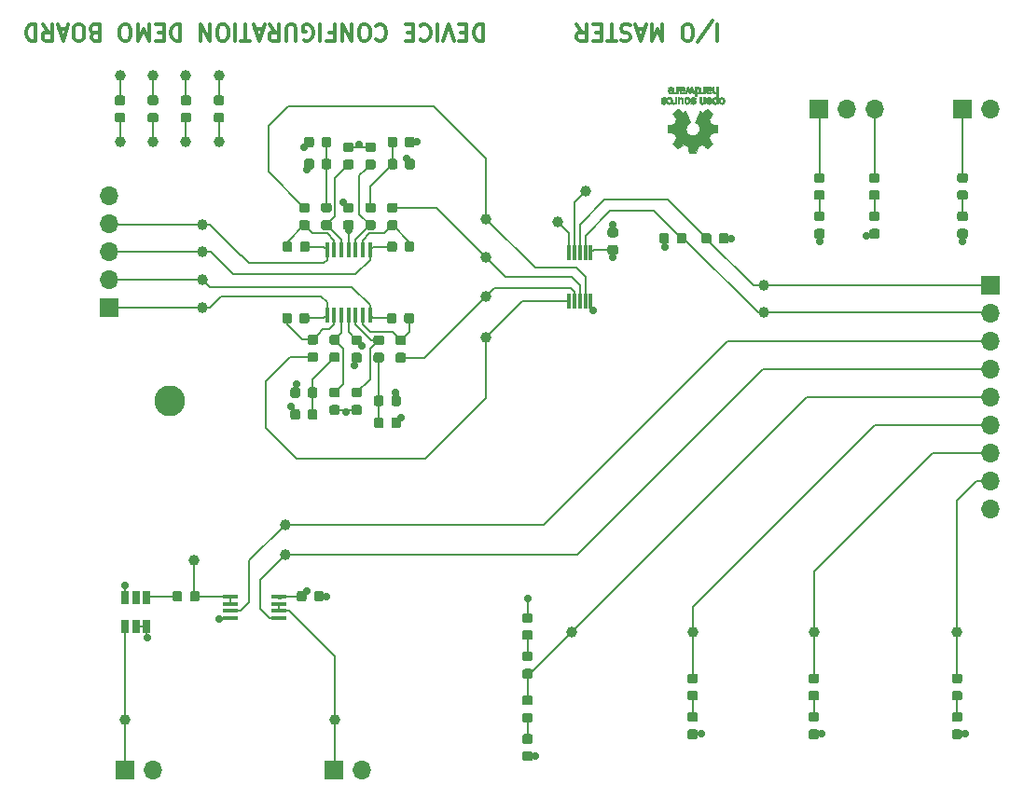
<source format=gbr>
G04 #@! TF.GenerationSoftware,KiCad,Pcbnew,5.1.4*
G04 #@! TF.CreationDate,2019-11-06T21:16:27-05:00*
G04 #@! TF.ProjectId,device-config-demo,64657669-6365-42d6-936f-6e6669672d64,rev?*
G04 #@! TF.SameCoordinates,Original*
G04 #@! TF.FileFunction,Copper,L1,Top*
G04 #@! TF.FilePolarity,Positive*
%FSLAX46Y46*%
G04 Gerber Fmt 4.6, Leading zero omitted, Abs format (unit mm)*
G04 Created by KiCad (PCBNEW 5.1.4) date 2019-11-06 21:16:27*
%MOMM*%
%LPD*%
G04 APERTURE LIST*
%ADD10C,0.300000*%
%ADD11C,0.010000*%
%ADD12C,0.100000*%
%ADD13C,0.875000*%
%ADD14R,1.700000X1.700000*%
%ADD15O,1.700000X1.700000*%
%ADD16C,2.800000*%
%ADD17C,1.000000*%
%ADD18R,0.450000X1.450000*%
%ADD19R,0.650000X1.220000*%
%ADD20R,1.450000X0.450000*%
%ADD21R,0.300000X1.400000*%
%ADD22C,0.700000*%
%ADD23C,0.150000*%
%ADD24C,0.450000*%
G04 APERTURE END LIST*
D10*
X265266428Y-142321428D02*
X265266428Y-143821428D01*
X263480714Y-143892857D02*
X264766428Y-141964285D01*
X262695000Y-143821428D02*
X262409285Y-143821428D01*
X262266428Y-143750000D01*
X262123571Y-143607142D01*
X262052142Y-143321428D01*
X262052142Y-142821428D01*
X262123571Y-142535714D01*
X262266428Y-142392857D01*
X262409285Y-142321428D01*
X262695000Y-142321428D01*
X262837857Y-142392857D01*
X262980714Y-142535714D01*
X263052142Y-142821428D01*
X263052142Y-143321428D01*
X262980714Y-143607142D01*
X262837857Y-143750000D01*
X262695000Y-143821428D01*
X260266428Y-142321428D02*
X260266428Y-143821428D01*
X259766428Y-142750000D01*
X259266428Y-143821428D01*
X259266428Y-142321428D01*
X258623571Y-142750000D02*
X257909285Y-142750000D01*
X258766428Y-142321428D02*
X258266428Y-143821428D01*
X257766428Y-142321428D01*
X257337857Y-142392857D02*
X257123571Y-142321428D01*
X256766428Y-142321428D01*
X256623571Y-142392857D01*
X256552142Y-142464285D01*
X256480714Y-142607142D01*
X256480714Y-142750000D01*
X256552142Y-142892857D01*
X256623571Y-142964285D01*
X256766428Y-143035714D01*
X257052142Y-143107142D01*
X257195000Y-143178571D01*
X257266428Y-143250000D01*
X257337857Y-143392857D01*
X257337857Y-143535714D01*
X257266428Y-143678571D01*
X257195000Y-143750000D01*
X257052142Y-143821428D01*
X256695000Y-143821428D01*
X256480714Y-143750000D01*
X256052142Y-143821428D02*
X255195000Y-143821428D01*
X255623571Y-142321428D02*
X255623571Y-143821428D01*
X254695000Y-143107142D02*
X254195000Y-143107142D01*
X253980714Y-142321428D02*
X254695000Y-142321428D01*
X254695000Y-143821428D01*
X253980714Y-143821428D01*
X252480714Y-142321428D02*
X252980714Y-143035714D01*
X253337857Y-142321428D02*
X253337857Y-143821428D01*
X252766428Y-143821428D01*
X252623571Y-143750000D01*
X252552142Y-143678571D01*
X252480714Y-143535714D01*
X252480714Y-143321428D01*
X252552142Y-143178571D01*
X252623571Y-143107142D01*
X252766428Y-143035714D01*
X253337857Y-143035714D01*
X243980714Y-142321428D02*
X243980714Y-143821428D01*
X243623571Y-143821428D01*
X243409285Y-143750000D01*
X243266428Y-143607142D01*
X243195000Y-143464285D01*
X243123571Y-143178571D01*
X243123571Y-142964285D01*
X243195000Y-142678571D01*
X243266428Y-142535714D01*
X243409285Y-142392857D01*
X243623571Y-142321428D01*
X243980714Y-142321428D01*
X242480714Y-143107142D02*
X241980714Y-143107142D01*
X241766428Y-142321428D02*
X242480714Y-142321428D01*
X242480714Y-143821428D01*
X241766428Y-143821428D01*
X241337857Y-143821428D02*
X240837857Y-142321428D01*
X240337857Y-143821428D01*
X239837857Y-142321428D02*
X239837857Y-143821428D01*
X238266428Y-142464285D02*
X238337857Y-142392857D01*
X238552142Y-142321428D01*
X238695000Y-142321428D01*
X238909285Y-142392857D01*
X239052142Y-142535714D01*
X239123571Y-142678571D01*
X239195000Y-142964285D01*
X239195000Y-143178571D01*
X239123571Y-143464285D01*
X239052142Y-143607142D01*
X238909285Y-143750000D01*
X238695000Y-143821428D01*
X238552142Y-143821428D01*
X238337857Y-143750000D01*
X238266428Y-143678571D01*
X237623571Y-143107142D02*
X237123571Y-143107142D01*
X236909285Y-142321428D02*
X237623571Y-142321428D01*
X237623571Y-143821428D01*
X236909285Y-143821428D01*
X234266428Y-142464285D02*
X234337857Y-142392857D01*
X234552142Y-142321428D01*
X234695000Y-142321428D01*
X234909285Y-142392857D01*
X235052142Y-142535714D01*
X235123571Y-142678571D01*
X235195000Y-142964285D01*
X235195000Y-143178571D01*
X235123571Y-143464285D01*
X235052142Y-143607142D01*
X234909285Y-143750000D01*
X234695000Y-143821428D01*
X234552142Y-143821428D01*
X234337857Y-143750000D01*
X234266428Y-143678571D01*
X233337857Y-143821428D02*
X233052142Y-143821428D01*
X232909285Y-143750000D01*
X232766428Y-143607142D01*
X232695000Y-143321428D01*
X232695000Y-142821428D01*
X232766428Y-142535714D01*
X232909285Y-142392857D01*
X233052142Y-142321428D01*
X233337857Y-142321428D01*
X233480714Y-142392857D01*
X233623571Y-142535714D01*
X233695000Y-142821428D01*
X233695000Y-143321428D01*
X233623571Y-143607142D01*
X233480714Y-143750000D01*
X233337857Y-143821428D01*
X232052142Y-142321428D02*
X232052142Y-143821428D01*
X231195000Y-142321428D01*
X231195000Y-143821428D01*
X229980714Y-143107142D02*
X230480714Y-143107142D01*
X230480714Y-142321428D02*
X230480714Y-143821428D01*
X229766428Y-143821428D01*
X229195000Y-142321428D02*
X229195000Y-143821428D01*
X227695000Y-143750000D02*
X227837857Y-143821428D01*
X228052142Y-143821428D01*
X228266428Y-143750000D01*
X228409285Y-143607142D01*
X228480714Y-143464285D01*
X228552142Y-143178571D01*
X228552142Y-142964285D01*
X228480714Y-142678571D01*
X228409285Y-142535714D01*
X228266428Y-142392857D01*
X228052142Y-142321428D01*
X227909285Y-142321428D01*
X227695000Y-142392857D01*
X227623571Y-142464285D01*
X227623571Y-142964285D01*
X227909285Y-142964285D01*
X226980714Y-143821428D02*
X226980714Y-142607142D01*
X226909285Y-142464285D01*
X226837857Y-142392857D01*
X226695000Y-142321428D01*
X226409285Y-142321428D01*
X226266428Y-142392857D01*
X226195000Y-142464285D01*
X226123571Y-142607142D01*
X226123571Y-143821428D01*
X224552142Y-142321428D02*
X225052142Y-143035714D01*
X225409285Y-142321428D02*
X225409285Y-143821428D01*
X224837857Y-143821428D01*
X224695000Y-143750000D01*
X224623571Y-143678571D01*
X224552142Y-143535714D01*
X224552142Y-143321428D01*
X224623571Y-143178571D01*
X224695000Y-143107142D01*
X224837857Y-143035714D01*
X225409285Y-143035714D01*
X223980714Y-142750000D02*
X223266428Y-142750000D01*
X224123571Y-142321428D02*
X223623571Y-143821428D01*
X223123571Y-142321428D01*
X222837857Y-143821428D02*
X221980714Y-143821428D01*
X222409285Y-142321428D02*
X222409285Y-143821428D01*
X221480714Y-142321428D02*
X221480714Y-143821428D01*
X220480714Y-143821428D02*
X220195000Y-143821428D01*
X220052142Y-143750000D01*
X219909285Y-143607142D01*
X219837857Y-143321428D01*
X219837857Y-142821428D01*
X219909285Y-142535714D01*
X220052142Y-142392857D01*
X220195000Y-142321428D01*
X220480714Y-142321428D01*
X220623571Y-142392857D01*
X220766428Y-142535714D01*
X220837857Y-142821428D01*
X220837857Y-143321428D01*
X220766428Y-143607142D01*
X220623571Y-143750000D01*
X220480714Y-143821428D01*
X219195000Y-142321428D02*
X219195000Y-143821428D01*
X218337857Y-142321428D01*
X218337857Y-143821428D01*
X216480714Y-142321428D02*
X216480714Y-143821428D01*
X216123571Y-143821428D01*
X215909285Y-143750000D01*
X215766428Y-143607142D01*
X215695000Y-143464285D01*
X215623571Y-143178571D01*
X215623571Y-142964285D01*
X215695000Y-142678571D01*
X215766428Y-142535714D01*
X215909285Y-142392857D01*
X216123571Y-142321428D01*
X216480714Y-142321428D01*
X214980714Y-143107142D02*
X214480714Y-143107142D01*
X214266428Y-142321428D02*
X214980714Y-142321428D01*
X214980714Y-143821428D01*
X214266428Y-143821428D01*
X213623571Y-142321428D02*
X213623571Y-143821428D01*
X213123571Y-142750000D01*
X212623571Y-143821428D01*
X212623571Y-142321428D01*
X211623571Y-143821428D02*
X211337857Y-143821428D01*
X211195000Y-143750000D01*
X211052142Y-143607142D01*
X210980714Y-143321428D01*
X210980714Y-142821428D01*
X211052142Y-142535714D01*
X211195000Y-142392857D01*
X211337857Y-142321428D01*
X211623571Y-142321428D01*
X211766428Y-142392857D01*
X211909285Y-142535714D01*
X211980714Y-142821428D01*
X211980714Y-143321428D01*
X211909285Y-143607142D01*
X211766428Y-143750000D01*
X211623571Y-143821428D01*
X208695000Y-143107142D02*
X208480714Y-143035714D01*
X208409285Y-142964285D01*
X208337857Y-142821428D01*
X208337857Y-142607142D01*
X208409285Y-142464285D01*
X208480714Y-142392857D01*
X208623571Y-142321428D01*
X209195000Y-142321428D01*
X209195000Y-143821428D01*
X208695000Y-143821428D01*
X208552142Y-143750000D01*
X208480714Y-143678571D01*
X208409285Y-143535714D01*
X208409285Y-143392857D01*
X208480714Y-143250000D01*
X208552142Y-143178571D01*
X208695000Y-143107142D01*
X209195000Y-143107142D01*
X207409285Y-143821428D02*
X207123571Y-143821428D01*
X206980714Y-143750000D01*
X206837857Y-143607142D01*
X206766428Y-143321428D01*
X206766428Y-142821428D01*
X206837857Y-142535714D01*
X206980714Y-142392857D01*
X207123571Y-142321428D01*
X207409285Y-142321428D01*
X207552142Y-142392857D01*
X207695000Y-142535714D01*
X207766428Y-142821428D01*
X207766428Y-143321428D01*
X207695000Y-143607142D01*
X207552142Y-143750000D01*
X207409285Y-143821428D01*
X206195000Y-142750000D02*
X205480714Y-142750000D01*
X206337857Y-142321428D02*
X205837857Y-143821428D01*
X205337857Y-142321428D01*
X203980714Y-142321428D02*
X204480714Y-143035714D01*
X204837857Y-142321428D02*
X204837857Y-143821428D01*
X204266428Y-143821428D01*
X204123571Y-143750000D01*
X204052142Y-143678571D01*
X203980714Y-143535714D01*
X203980714Y-143321428D01*
X204052142Y-143178571D01*
X204123571Y-143107142D01*
X204266428Y-143035714D01*
X204837857Y-143035714D01*
X203337857Y-142321428D02*
X203337857Y-143821428D01*
X202980714Y-143821428D01*
X202766428Y-143750000D01*
X202623571Y-143607142D01*
X202552142Y-143464285D01*
X202480714Y-143178571D01*
X202480714Y-142964285D01*
X202552142Y-142678571D01*
X202623571Y-142535714D01*
X202766428Y-142392857D01*
X202980714Y-142321428D01*
X203337857Y-142321428D01*
D11*
G36*
X262623036Y-153709982D02*
G01*
X262566188Y-153408430D01*
X262146662Y-153235488D01*
X261895016Y-153406605D01*
X261824542Y-153454250D01*
X261760837Y-153496790D01*
X261706874Y-153532285D01*
X261665627Y-153558790D01*
X261640066Y-153574364D01*
X261633105Y-153577722D01*
X261620565Y-153569086D01*
X261593769Y-153545208D01*
X261555720Y-153509141D01*
X261509421Y-153463933D01*
X261457877Y-153412636D01*
X261404091Y-153358299D01*
X261351065Y-153303972D01*
X261301805Y-153252705D01*
X261259313Y-153207549D01*
X261226593Y-153171554D01*
X261206649Y-153147770D01*
X261201881Y-153139810D01*
X261208743Y-153125135D01*
X261227980Y-153092986D01*
X261257570Y-153046508D01*
X261295490Y-152988844D01*
X261339718Y-152923140D01*
X261365346Y-152885664D01*
X261412059Y-152817232D01*
X261453568Y-152755480D01*
X261487860Y-152703481D01*
X261512920Y-152664308D01*
X261526736Y-152641035D01*
X261528812Y-152636145D01*
X261524105Y-152622245D01*
X261511277Y-152589850D01*
X261492262Y-152543515D01*
X261468997Y-152487794D01*
X261443416Y-152427242D01*
X261417455Y-152366414D01*
X261393050Y-152309864D01*
X261372137Y-152262148D01*
X261356651Y-152227819D01*
X261348528Y-152211432D01*
X261348048Y-152210788D01*
X261335293Y-152207659D01*
X261301323Y-152200679D01*
X261249660Y-152190533D01*
X261183824Y-152177908D01*
X261107336Y-152163491D01*
X261062710Y-152155177D01*
X260980979Y-152139616D01*
X260907157Y-152124808D01*
X260844979Y-152111564D01*
X260798178Y-152100695D01*
X260770491Y-152093011D01*
X260764926Y-152090573D01*
X260759474Y-152074070D01*
X260755076Y-152036800D01*
X260751728Y-151983120D01*
X260749426Y-151917388D01*
X260748168Y-151843963D01*
X260747952Y-151767204D01*
X260748773Y-151691468D01*
X260750629Y-151621114D01*
X260753518Y-151560500D01*
X260757435Y-151513984D01*
X260762378Y-151485925D01*
X260765343Y-151480084D01*
X260783066Y-151473083D01*
X260820619Y-151463073D01*
X260873036Y-151451231D01*
X260935348Y-151438733D01*
X260957100Y-151434690D01*
X261061976Y-151415480D01*
X261144820Y-151400009D01*
X261208370Y-151387663D01*
X261255363Y-151377827D01*
X261288537Y-151369886D01*
X261310629Y-151363224D01*
X261324376Y-151357227D01*
X261332516Y-151351281D01*
X261333655Y-151350106D01*
X261345023Y-151331174D01*
X261362365Y-151294331D01*
X261383950Y-151244087D01*
X261408046Y-151184954D01*
X261432921Y-151121444D01*
X261456843Y-151058068D01*
X261478081Y-150999338D01*
X261494903Y-150949765D01*
X261505578Y-150913861D01*
X261508373Y-150896138D01*
X261508140Y-150895517D01*
X261498669Y-150881030D01*
X261477182Y-150849156D01*
X261445937Y-150803211D01*
X261407193Y-150746515D01*
X261363207Y-150682383D01*
X261350681Y-150664158D01*
X261306016Y-150598086D01*
X261266712Y-150537800D01*
X261234912Y-150486765D01*
X261212755Y-150448440D01*
X261202383Y-150426289D01*
X261201881Y-150423568D01*
X261210595Y-150409264D01*
X261234675Y-150380928D01*
X261271024Y-150341604D01*
X261316547Y-150294339D01*
X261368148Y-150242177D01*
X261422733Y-150188165D01*
X261477206Y-150135347D01*
X261528471Y-150086769D01*
X261573433Y-150045477D01*
X261608996Y-150014515D01*
X261632065Y-149996930D01*
X261638446Y-149994059D01*
X261653301Y-150000822D01*
X261683714Y-150019061D01*
X261724732Y-150045703D01*
X261756291Y-150067148D01*
X261813475Y-150106497D01*
X261881194Y-150152829D01*
X261949120Y-150199087D01*
X261985639Y-150223845D01*
X262109248Y-150307453D01*
X262213009Y-150251350D01*
X262260280Y-150226772D01*
X262300477Y-150207669D01*
X262327674Y-150196773D01*
X262334598Y-150195257D01*
X262342923Y-150206451D01*
X262359346Y-150238083D01*
X262382643Y-150287235D01*
X262411586Y-150350990D01*
X262444950Y-150426429D01*
X262481509Y-150510636D01*
X262520036Y-150600692D01*
X262559306Y-150693679D01*
X262598092Y-150786680D01*
X262635170Y-150876777D01*
X262669311Y-150961052D01*
X262699292Y-151036587D01*
X262723884Y-151100466D01*
X262741864Y-151149769D01*
X262752003Y-151181579D01*
X262753634Y-151192504D01*
X262740709Y-151206439D01*
X262712411Y-151229060D01*
X262674654Y-151255667D01*
X262671485Y-151257772D01*
X262573900Y-151335886D01*
X262495214Y-151427018D01*
X262436109Y-151528255D01*
X262397268Y-151636682D01*
X262379372Y-151749386D01*
X262383103Y-151863452D01*
X262409143Y-151975966D01*
X262458175Y-152084015D01*
X262472600Y-152107655D01*
X262547631Y-152203113D01*
X262636270Y-152279768D01*
X262735451Y-152337220D01*
X262842105Y-152375071D01*
X262953164Y-152392922D01*
X263065561Y-152390375D01*
X263176227Y-152367030D01*
X263282094Y-152322490D01*
X263380095Y-152256355D01*
X263410410Y-152229513D01*
X263487562Y-152145488D01*
X263543782Y-152057034D01*
X263582347Y-151957885D01*
X263603826Y-151859697D01*
X263609128Y-151749303D01*
X263591448Y-151638360D01*
X263552581Y-151530619D01*
X263494323Y-151429831D01*
X263418469Y-151339744D01*
X263326817Y-151264108D01*
X263314772Y-151256136D01*
X263276611Y-151230026D01*
X263247601Y-151207405D01*
X263233732Y-151192961D01*
X263233531Y-151192504D01*
X263236508Y-151176879D01*
X263248311Y-151141418D01*
X263267714Y-151089038D01*
X263293488Y-151022655D01*
X263324409Y-150945186D01*
X263359249Y-150859550D01*
X263396783Y-150768663D01*
X263435783Y-150675441D01*
X263475023Y-150582803D01*
X263513276Y-150493665D01*
X263549317Y-150410945D01*
X263581917Y-150337559D01*
X263609852Y-150276425D01*
X263631895Y-150230459D01*
X263646818Y-150202579D01*
X263652828Y-150195257D01*
X263671191Y-150200959D01*
X263705552Y-150216251D01*
X263749984Y-150238401D01*
X263774417Y-150251350D01*
X263878178Y-150307453D01*
X264001787Y-150223845D01*
X264064886Y-150181013D01*
X264133970Y-150133878D01*
X264198707Y-150089497D01*
X264231134Y-150067148D01*
X264276741Y-150036523D01*
X264315360Y-150012253D01*
X264341952Y-149997413D01*
X264350590Y-149994276D01*
X264363161Y-150002739D01*
X264390984Y-150026364D01*
X264431361Y-150062698D01*
X264481595Y-150109289D01*
X264538988Y-150163683D01*
X264575286Y-150198608D01*
X264638790Y-150261004D01*
X264693673Y-150316812D01*
X264737714Y-150363646D01*
X264768695Y-150399118D01*
X264784398Y-150420839D01*
X264785905Y-150425248D01*
X264778914Y-150442015D01*
X264759594Y-150475918D01*
X264730091Y-150523524D01*
X264692545Y-150581401D01*
X264649100Y-150646116D01*
X264636745Y-150664158D01*
X264591727Y-150729733D01*
X264551340Y-150788772D01*
X264517840Y-150837958D01*
X264493486Y-150873972D01*
X264480536Y-150893498D01*
X264479285Y-150895517D01*
X264481156Y-150911078D01*
X264491087Y-150945291D01*
X264507347Y-150993645D01*
X264528205Y-151051629D01*
X264551927Y-151114730D01*
X264576784Y-151178437D01*
X264601042Y-151238239D01*
X264622971Y-151289624D01*
X264640838Y-151328081D01*
X264652913Y-151349098D01*
X264653771Y-151350106D01*
X264661154Y-151356112D01*
X264673625Y-151362052D01*
X264693920Y-151368540D01*
X264724778Y-151376191D01*
X264768934Y-151385620D01*
X264829126Y-151397441D01*
X264908093Y-151412271D01*
X265008570Y-151430723D01*
X265030325Y-151434690D01*
X265094802Y-151447147D01*
X265151011Y-151459334D01*
X265193987Y-151470074D01*
X265218760Y-151478191D01*
X265222082Y-151480084D01*
X265227556Y-151496862D01*
X265232006Y-151534355D01*
X265235428Y-151588206D01*
X265237819Y-151654056D01*
X265239177Y-151727547D01*
X265239499Y-151804320D01*
X265238781Y-151880017D01*
X265237021Y-151950280D01*
X265234216Y-152010750D01*
X265230362Y-152057070D01*
X265225457Y-152084881D01*
X265222500Y-152090573D01*
X265206037Y-152096314D01*
X265168551Y-152105655D01*
X265113775Y-152117785D01*
X265045445Y-152131893D01*
X264967294Y-152147170D01*
X264924716Y-152155177D01*
X264843929Y-152170279D01*
X264771887Y-152183960D01*
X264712111Y-152195533D01*
X264668121Y-152204313D01*
X264643439Y-152209613D01*
X264639377Y-152210788D01*
X264632511Y-152224035D01*
X264617998Y-152255943D01*
X264597771Y-152301953D01*
X264573766Y-152357508D01*
X264547918Y-152418047D01*
X264522160Y-152479014D01*
X264498427Y-152535849D01*
X264478654Y-152583994D01*
X264464776Y-152618890D01*
X264458726Y-152635979D01*
X264458614Y-152636726D01*
X264465472Y-152650207D01*
X264484698Y-152681230D01*
X264514272Y-152726711D01*
X264552173Y-152783568D01*
X264596380Y-152848717D01*
X264622079Y-152886138D01*
X264668907Y-152954753D01*
X264710499Y-153017048D01*
X264744825Y-153069871D01*
X264769857Y-153110073D01*
X264783565Y-153134500D01*
X264785544Y-153139976D01*
X264777034Y-153152722D01*
X264753507Y-153179937D01*
X264717968Y-153218572D01*
X264673423Y-153265577D01*
X264622877Y-153317905D01*
X264569336Y-153372505D01*
X264515805Y-153426330D01*
X264465289Y-153476330D01*
X264420794Y-153519457D01*
X264385325Y-153552661D01*
X264361887Y-153572894D01*
X264354046Y-153577722D01*
X264341280Y-153570933D01*
X264310744Y-153551858D01*
X264265410Y-153522439D01*
X264208244Y-153484619D01*
X264142216Y-153440339D01*
X264092410Y-153406605D01*
X263840764Y-153235488D01*
X263631001Y-153321959D01*
X263421237Y-153408430D01*
X263364389Y-153709982D01*
X263307540Y-154011534D01*
X262679885Y-154011534D01*
X262623036Y-153709982D01*
X262623036Y-153709982D01*
G37*
X262623036Y-153709982D02*
X262566188Y-153408430D01*
X262146662Y-153235488D01*
X261895016Y-153406605D01*
X261824542Y-153454250D01*
X261760837Y-153496790D01*
X261706874Y-153532285D01*
X261665627Y-153558790D01*
X261640066Y-153574364D01*
X261633105Y-153577722D01*
X261620565Y-153569086D01*
X261593769Y-153545208D01*
X261555720Y-153509141D01*
X261509421Y-153463933D01*
X261457877Y-153412636D01*
X261404091Y-153358299D01*
X261351065Y-153303972D01*
X261301805Y-153252705D01*
X261259313Y-153207549D01*
X261226593Y-153171554D01*
X261206649Y-153147770D01*
X261201881Y-153139810D01*
X261208743Y-153125135D01*
X261227980Y-153092986D01*
X261257570Y-153046508D01*
X261295490Y-152988844D01*
X261339718Y-152923140D01*
X261365346Y-152885664D01*
X261412059Y-152817232D01*
X261453568Y-152755480D01*
X261487860Y-152703481D01*
X261512920Y-152664308D01*
X261526736Y-152641035D01*
X261528812Y-152636145D01*
X261524105Y-152622245D01*
X261511277Y-152589850D01*
X261492262Y-152543515D01*
X261468997Y-152487794D01*
X261443416Y-152427242D01*
X261417455Y-152366414D01*
X261393050Y-152309864D01*
X261372137Y-152262148D01*
X261356651Y-152227819D01*
X261348528Y-152211432D01*
X261348048Y-152210788D01*
X261335293Y-152207659D01*
X261301323Y-152200679D01*
X261249660Y-152190533D01*
X261183824Y-152177908D01*
X261107336Y-152163491D01*
X261062710Y-152155177D01*
X260980979Y-152139616D01*
X260907157Y-152124808D01*
X260844979Y-152111564D01*
X260798178Y-152100695D01*
X260770491Y-152093011D01*
X260764926Y-152090573D01*
X260759474Y-152074070D01*
X260755076Y-152036800D01*
X260751728Y-151983120D01*
X260749426Y-151917388D01*
X260748168Y-151843963D01*
X260747952Y-151767204D01*
X260748773Y-151691468D01*
X260750629Y-151621114D01*
X260753518Y-151560500D01*
X260757435Y-151513984D01*
X260762378Y-151485925D01*
X260765343Y-151480084D01*
X260783066Y-151473083D01*
X260820619Y-151463073D01*
X260873036Y-151451231D01*
X260935348Y-151438733D01*
X260957100Y-151434690D01*
X261061976Y-151415480D01*
X261144820Y-151400009D01*
X261208370Y-151387663D01*
X261255363Y-151377827D01*
X261288537Y-151369886D01*
X261310629Y-151363224D01*
X261324376Y-151357227D01*
X261332516Y-151351281D01*
X261333655Y-151350106D01*
X261345023Y-151331174D01*
X261362365Y-151294331D01*
X261383950Y-151244087D01*
X261408046Y-151184954D01*
X261432921Y-151121444D01*
X261456843Y-151058068D01*
X261478081Y-150999338D01*
X261494903Y-150949765D01*
X261505578Y-150913861D01*
X261508373Y-150896138D01*
X261508140Y-150895517D01*
X261498669Y-150881030D01*
X261477182Y-150849156D01*
X261445937Y-150803211D01*
X261407193Y-150746515D01*
X261363207Y-150682383D01*
X261350681Y-150664158D01*
X261306016Y-150598086D01*
X261266712Y-150537800D01*
X261234912Y-150486765D01*
X261212755Y-150448440D01*
X261202383Y-150426289D01*
X261201881Y-150423568D01*
X261210595Y-150409264D01*
X261234675Y-150380928D01*
X261271024Y-150341604D01*
X261316547Y-150294339D01*
X261368148Y-150242177D01*
X261422733Y-150188165D01*
X261477206Y-150135347D01*
X261528471Y-150086769D01*
X261573433Y-150045477D01*
X261608996Y-150014515D01*
X261632065Y-149996930D01*
X261638446Y-149994059D01*
X261653301Y-150000822D01*
X261683714Y-150019061D01*
X261724732Y-150045703D01*
X261756291Y-150067148D01*
X261813475Y-150106497D01*
X261881194Y-150152829D01*
X261949120Y-150199087D01*
X261985639Y-150223845D01*
X262109248Y-150307453D01*
X262213009Y-150251350D01*
X262260280Y-150226772D01*
X262300477Y-150207669D01*
X262327674Y-150196773D01*
X262334598Y-150195257D01*
X262342923Y-150206451D01*
X262359346Y-150238083D01*
X262382643Y-150287235D01*
X262411586Y-150350990D01*
X262444950Y-150426429D01*
X262481509Y-150510636D01*
X262520036Y-150600692D01*
X262559306Y-150693679D01*
X262598092Y-150786680D01*
X262635170Y-150876777D01*
X262669311Y-150961052D01*
X262699292Y-151036587D01*
X262723884Y-151100466D01*
X262741864Y-151149769D01*
X262752003Y-151181579D01*
X262753634Y-151192504D01*
X262740709Y-151206439D01*
X262712411Y-151229060D01*
X262674654Y-151255667D01*
X262671485Y-151257772D01*
X262573900Y-151335886D01*
X262495214Y-151427018D01*
X262436109Y-151528255D01*
X262397268Y-151636682D01*
X262379372Y-151749386D01*
X262383103Y-151863452D01*
X262409143Y-151975966D01*
X262458175Y-152084015D01*
X262472600Y-152107655D01*
X262547631Y-152203113D01*
X262636270Y-152279768D01*
X262735451Y-152337220D01*
X262842105Y-152375071D01*
X262953164Y-152392922D01*
X263065561Y-152390375D01*
X263176227Y-152367030D01*
X263282094Y-152322490D01*
X263380095Y-152256355D01*
X263410410Y-152229513D01*
X263487562Y-152145488D01*
X263543782Y-152057034D01*
X263582347Y-151957885D01*
X263603826Y-151859697D01*
X263609128Y-151749303D01*
X263591448Y-151638360D01*
X263552581Y-151530619D01*
X263494323Y-151429831D01*
X263418469Y-151339744D01*
X263326817Y-151264108D01*
X263314772Y-151256136D01*
X263276611Y-151230026D01*
X263247601Y-151207405D01*
X263233732Y-151192961D01*
X263233531Y-151192504D01*
X263236508Y-151176879D01*
X263248311Y-151141418D01*
X263267714Y-151089038D01*
X263293488Y-151022655D01*
X263324409Y-150945186D01*
X263359249Y-150859550D01*
X263396783Y-150768663D01*
X263435783Y-150675441D01*
X263475023Y-150582803D01*
X263513276Y-150493665D01*
X263549317Y-150410945D01*
X263581917Y-150337559D01*
X263609852Y-150276425D01*
X263631895Y-150230459D01*
X263646818Y-150202579D01*
X263652828Y-150195257D01*
X263671191Y-150200959D01*
X263705552Y-150216251D01*
X263749984Y-150238401D01*
X263774417Y-150251350D01*
X263878178Y-150307453D01*
X264001787Y-150223845D01*
X264064886Y-150181013D01*
X264133970Y-150133878D01*
X264198707Y-150089497D01*
X264231134Y-150067148D01*
X264276741Y-150036523D01*
X264315360Y-150012253D01*
X264341952Y-149997413D01*
X264350590Y-149994276D01*
X264363161Y-150002739D01*
X264390984Y-150026364D01*
X264431361Y-150062698D01*
X264481595Y-150109289D01*
X264538988Y-150163683D01*
X264575286Y-150198608D01*
X264638790Y-150261004D01*
X264693673Y-150316812D01*
X264737714Y-150363646D01*
X264768695Y-150399118D01*
X264784398Y-150420839D01*
X264785905Y-150425248D01*
X264778914Y-150442015D01*
X264759594Y-150475918D01*
X264730091Y-150523524D01*
X264692545Y-150581401D01*
X264649100Y-150646116D01*
X264636745Y-150664158D01*
X264591727Y-150729733D01*
X264551340Y-150788772D01*
X264517840Y-150837958D01*
X264493486Y-150873972D01*
X264480536Y-150893498D01*
X264479285Y-150895517D01*
X264481156Y-150911078D01*
X264491087Y-150945291D01*
X264507347Y-150993645D01*
X264528205Y-151051629D01*
X264551927Y-151114730D01*
X264576784Y-151178437D01*
X264601042Y-151238239D01*
X264622971Y-151289624D01*
X264640838Y-151328081D01*
X264652913Y-151349098D01*
X264653771Y-151350106D01*
X264661154Y-151356112D01*
X264673625Y-151362052D01*
X264693920Y-151368540D01*
X264724778Y-151376191D01*
X264768934Y-151385620D01*
X264829126Y-151397441D01*
X264908093Y-151412271D01*
X265008570Y-151430723D01*
X265030325Y-151434690D01*
X265094802Y-151447147D01*
X265151011Y-151459334D01*
X265193987Y-151470074D01*
X265218760Y-151478191D01*
X265222082Y-151480084D01*
X265227556Y-151496862D01*
X265232006Y-151534355D01*
X265235428Y-151588206D01*
X265237819Y-151654056D01*
X265239177Y-151727547D01*
X265239499Y-151804320D01*
X265238781Y-151880017D01*
X265237021Y-151950280D01*
X265234216Y-152010750D01*
X265230362Y-152057070D01*
X265225457Y-152084881D01*
X265222500Y-152090573D01*
X265206037Y-152096314D01*
X265168551Y-152105655D01*
X265113775Y-152117785D01*
X265045445Y-152131893D01*
X264967294Y-152147170D01*
X264924716Y-152155177D01*
X264843929Y-152170279D01*
X264771887Y-152183960D01*
X264712111Y-152195533D01*
X264668121Y-152204313D01*
X264643439Y-152209613D01*
X264639377Y-152210788D01*
X264632511Y-152224035D01*
X264617998Y-152255943D01*
X264597771Y-152301953D01*
X264573766Y-152357508D01*
X264547918Y-152418047D01*
X264522160Y-152479014D01*
X264498427Y-152535849D01*
X264478654Y-152583994D01*
X264464776Y-152618890D01*
X264458726Y-152635979D01*
X264458614Y-152636726D01*
X264465472Y-152650207D01*
X264484698Y-152681230D01*
X264514272Y-152726711D01*
X264552173Y-152783568D01*
X264596380Y-152848717D01*
X264622079Y-152886138D01*
X264668907Y-152954753D01*
X264710499Y-153017048D01*
X264744825Y-153069871D01*
X264769857Y-153110073D01*
X264783565Y-153134500D01*
X264785544Y-153139976D01*
X264777034Y-153152722D01*
X264753507Y-153179937D01*
X264717968Y-153218572D01*
X264673423Y-153265577D01*
X264622877Y-153317905D01*
X264569336Y-153372505D01*
X264515805Y-153426330D01*
X264465289Y-153476330D01*
X264420794Y-153519457D01*
X264385325Y-153552661D01*
X264361887Y-153572894D01*
X264354046Y-153577722D01*
X264341280Y-153570933D01*
X264310744Y-153551858D01*
X264265410Y-153522439D01*
X264208244Y-153484619D01*
X264142216Y-153440339D01*
X264092410Y-153406605D01*
X263840764Y-153235488D01*
X263631001Y-153321959D01*
X263421237Y-153408430D01*
X263364389Y-153709982D01*
X263307540Y-154011534D01*
X262679885Y-154011534D01*
X262623036Y-153709982D01*
G36*
X261200540Y-149541970D02*
G01*
X261157289Y-149528755D01*
X261129442Y-149512059D01*
X261120371Y-149498855D01*
X261122868Y-149483203D01*
X261139069Y-149458615D01*
X261152768Y-149441200D01*
X261181008Y-149409717D01*
X261202225Y-149396471D01*
X261220312Y-149397336D01*
X261273965Y-149410990D01*
X261313370Y-149410370D01*
X261345368Y-149394896D01*
X261356110Y-149385839D01*
X261390495Y-149353973D01*
X261390495Y-148937821D01*
X261528812Y-148937821D01*
X261528812Y-149541386D01*
X261459653Y-149541386D01*
X261418131Y-149539744D01*
X261396709Y-149533913D01*
X261390498Y-149522539D01*
X261390495Y-149522202D01*
X261387561Y-149510287D01*
X261374296Y-149511841D01*
X261355916Y-149520437D01*
X261317954Y-149536432D01*
X261287128Y-149546055D01*
X261247464Y-149548522D01*
X261200540Y-149541970D01*
X261200540Y-149541970D01*
G37*
X261200540Y-149541970D02*
X261157289Y-149528755D01*
X261129442Y-149512059D01*
X261120371Y-149498855D01*
X261122868Y-149483203D01*
X261139069Y-149458615D01*
X261152768Y-149441200D01*
X261181008Y-149409717D01*
X261202225Y-149396471D01*
X261220312Y-149397336D01*
X261273965Y-149410990D01*
X261313370Y-149410370D01*
X261345368Y-149394896D01*
X261356110Y-149385839D01*
X261390495Y-149353973D01*
X261390495Y-148937821D01*
X261528812Y-148937821D01*
X261528812Y-149541386D01*
X261459653Y-149541386D01*
X261418131Y-149539744D01*
X261396709Y-149533913D01*
X261390498Y-149522539D01*
X261390495Y-149522202D01*
X261387561Y-149510287D01*
X261374296Y-149511841D01*
X261355916Y-149520437D01*
X261317954Y-149536432D01*
X261287128Y-149546055D01*
X261247464Y-149548522D01*
X261200540Y-149541970D01*
G36*
X263754012Y-149530998D02*
G01*
X263722717Y-149516050D01*
X263692409Y-149494459D01*
X263669318Y-149469609D01*
X263652500Y-149437913D01*
X263641006Y-149395786D01*
X263633891Y-149339642D01*
X263630207Y-149265894D01*
X263629008Y-149170956D01*
X263628989Y-149161015D01*
X263628713Y-148937821D01*
X263767030Y-148937821D01*
X263767030Y-149143582D01*
X263767128Y-149219811D01*
X263767809Y-149275061D01*
X263769651Y-149313499D01*
X263773233Y-149339294D01*
X263779132Y-149356616D01*
X263787927Y-149369632D01*
X263800180Y-149382493D01*
X263843047Y-149410127D01*
X263889843Y-149415255D01*
X263934424Y-149397783D01*
X263949928Y-149384779D01*
X263961310Y-149372553D01*
X263969481Y-149359460D01*
X263974974Y-149341385D01*
X263978320Y-149314213D01*
X263980051Y-149273830D01*
X263980697Y-149216121D01*
X263980792Y-149145868D01*
X263980792Y-148937821D01*
X264119109Y-148937821D01*
X264119109Y-149541386D01*
X264049950Y-149541386D01*
X264008428Y-149539744D01*
X263987006Y-149533913D01*
X263980795Y-149522539D01*
X263980792Y-149522202D01*
X263977910Y-149511062D01*
X263965199Y-149512326D01*
X263939926Y-149524566D01*
X263882605Y-149542576D01*
X263817037Y-149544579D01*
X263754012Y-149530998D01*
X263754012Y-149530998D01*
G37*
X263754012Y-149530998D02*
X263722717Y-149516050D01*
X263692409Y-149494459D01*
X263669318Y-149469609D01*
X263652500Y-149437913D01*
X263641006Y-149395786D01*
X263633891Y-149339642D01*
X263630207Y-149265894D01*
X263629008Y-149170956D01*
X263628989Y-149161015D01*
X263628713Y-148937821D01*
X263767030Y-148937821D01*
X263767030Y-149143582D01*
X263767128Y-149219811D01*
X263767809Y-149275061D01*
X263769651Y-149313499D01*
X263773233Y-149339294D01*
X263779132Y-149356616D01*
X263787927Y-149369632D01*
X263800180Y-149382493D01*
X263843047Y-149410127D01*
X263889843Y-149415255D01*
X263934424Y-149397783D01*
X263949928Y-149384779D01*
X263961310Y-149372553D01*
X263969481Y-149359460D01*
X263974974Y-149341385D01*
X263978320Y-149314213D01*
X263980051Y-149273830D01*
X263980697Y-149216121D01*
X263980792Y-149145868D01*
X263980792Y-148937821D01*
X264119109Y-148937821D01*
X264119109Y-149541386D01*
X264049950Y-149541386D01*
X264008428Y-149539744D01*
X263987006Y-149533913D01*
X263980795Y-149522539D01*
X263980792Y-149522202D01*
X263977910Y-149511062D01*
X263965199Y-149512326D01*
X263939926Y-149524566D01*
X263882605Y-149542576D01*
X263817037Y-149544579D01*
X263754012Y-149530998D01*
G36*
X260322102Y-149543543D02*
G01*
X260289904Y-149535721D01*
X260228175Y-149507079D01*
X260175390Y-149463333D01*
X260138859Y-149410883D01*
X260133840Y-149399107D01*
X260126955Y-149368260D01*
X260122136Y-149322629D01*
X260120495Y-149276508D01*
X260120495Y-149189307D01*
X260302822Y-149189307D01*
X260378021Y-149189022D01*
X260430997Y-149187296D01*
X260464675Y-149182819D01*
X260481980Y-149174280D01*
X260485837Y-149160370D01*
X260479171Y-149139778D01*
X260467230Y-149115685D01*
X260433920Y-149075475D01*
X260387632Y-149055442D01*
X260331056Y-149056095D01*
X260266969Y-149077899D01*
X260211583Y-149104807D01*
X260165625Y-149068468D01*
X260119667Y-149032128D01*
X260162904Y-148992181D01*
X260220626Y-148954437D01*
X260291614Y-148931680D01*
X260367971Y-148925312D01*
X260441801Y-148936732D01*
X260453713Y-148940607D01*
X260518601Y-148974494D01*
X260566870Y-149025014D01*
X260599535Y-149093675D01*
X260617615Y-149181986D01*
X260617825Y-149183879D01*
X260619444Y-149280122D01*
X260612900Y-149314458D01*
X260485148Y-149314458D01*
X260473416Y-149309178D01*
X260441562Y-149305133D01*
X260394603Y-149302824D01*
X260364846Y-149302475D01*
X260309352Y-149302694D01*
X260274654Y-149304084D01*
X260256399Y-149307749D01*
X260250234Y-149314790D01*
X260251805Y-149326310D01*
X260253122Y-149330767D01*
X260275618Y-149372645D01*
X260310997Y-149406396D01*
X260342220Y-149421227D01*
X260383699Y-149420332D01*
X260425731Y-149401836D01*
X260460988Y-149371214D01*
X260482146Y-149333938D01*
X260485148Y-149314458D01*
X260612900Y-149314458D01*
X260603310Y-149364771D01*
X260571302Y-149435809D01*
X260525299Y-149491221D01*
X260467179Y-149528991D01*
X260398820Y-149547104D01*
X260322102Y-149543543D01*
X260322102Y-149543543D01*
G37*
X260322102Y-149543543D02*
X260289904Y-149535721D01*
X260228175Y-149507079D01*
X260175390Y-149463333D01*
X260138859Y-149410883D01*
X260133840Y-149399107D01*
X260126955Y-149368260D01*
X260122136Y-149322629D01*
X260120495Y-149276508D01*
X260120495Y-149189307D01*
X260302822Y-149189307D01*
X260378021Y-149189022D01*
X260430997Y-149187296D01*
X260464675Y-149182819D01*
X260481980Y-149174280D01*
X260485837Y-149160370D01*
X260479171Y-149139778D01*
X260467230Y-149115685D01*
X260433920Y-149075475D01*
X260387632Y-149055442D01*
X260331056Y-149056095D01*
X260266969Y-149077899D01*
X260211583Y-149104807D01*
X260165625Y-149068468D01*
X260119667Y-149032128D01*
X260162904Y-148992181D01*
X260220626Y-148954437D01*
X260291614Y-148931680D01*
X260367971Y-148925312D01*
X260441801Y-148936732D01*
X260453713Y-148940607D01*
X260518601Y-148974494D01*
X260566870Y-149025014D01*
X260599535Y-149093675D01*
X260617615Y-149181986D01*
X260617825Y-149183879D01*
X260619444Y-149280122D01*
X260612900Y-149314458D01*
X260485148Y-149314458D01*
X260473416Y-149309178D01*
X260441562Y-149305133D01*
X260394603Y-149302824D01*
X260364846Y-149302475D01*
X260309352Y-149302694D01*
X260274654Y-149304084D01*
X260256399Y-149307749D01*
X260250234Y-149314790D01*
X260251805Y-149326310D01*
X260253122Y-149330767D01*
X260275618Y-149372645D01*
X260310997Y-149406396D01*
X260342220Y-149421227D01*
X260383699Y-149420332D01*
X260425731Y-149401836D01*
X260460988Y-149371214D01*
X260482146Y-149333938D01*
X260485148Y-149314458D01*
X260612900Y-149314458D01*
X260603310Y-149364771D01*
X260571302Y-149435809D01*
X260525299Y-149491221D01*
X260467179Y-149528991D01*
X260398820Y-149547104D01*
X260322102Y-149543543D01*
G36*
X260782774Y-149536120D02*
G01*
X260709920Y-149505170D01*
X260686973Y-149490105D01*
X260657646Y-149466952D01*
X260639236Y-149448747D01*
X260636039Y-149442817D01*
X260645065Y-149429660D01*
X260668163Y-149407333D01*
X260686656Y-149391750D01*
X260737272Y-149351074D01*
X260777240Y-149384705D01*
X260808126Y-149406416D01*
X260838241Y-149413910D01*
X260872708Y-149412080D01*
X260927439Y-149398472D01*
X260965114Y-149370228D01*
X260988009Y-149324567D01*
X260998403Y-149258711D01*
X260998405Y-149258669D01*
X260997506Y-149185061D01*
X260983537Y-149131054D01*
X260955672Y-149094284D01*
X260936675Y-149081832D01*
X260886224Y-149066327D01*
X260832337Y-149066317D01*
X260785454Y-149081362D01*
X260774356Y-149088713D01*
X260746524Y-149107489D01*
X260724764Y-149110566D01*
X260701296Y-149096591D01*
X260675351Y-149071490D01*
X260634284Y-149029120D01*
X260679879Y-148991536D01*
X260750326Y-148949118D01*
X260829767Y-148928215D01*
X260912785Y-148929728D01*
X260967306Y-148943589D01*
X261031030Y-148977865D01*
X261081995Y-149031788D01*
X261105149Y-149069851D01*
X261123901Y-149124464D01*
X261133285Y-149193631D01*
X261133357Y-149268593D01*
X261124176Y-149340591D01*
X261105801Y-149400863D01*
X261102907Y-149407042D01*
X261060048Y-149467649D01*
X261002021Y-149511776D01*
X260933409Y-149538507D01*
X260858799Y-149546927D01*
X260782774Y-149536120D01*
X260782774Y-149536120D01*
G37*
X260782774Y-149536120D02*
X260709920Y-149505170D01*
X260686973Y-149490105D01*
X260657646Y-149466952D01*
X260639236Y-149448747D01*
X260636039Y-149442817D01*
X260645065Y-149429660D01*
X260668163Y-149407333D01*
X260686656Y-149391750D01*
X260737272Y-149351074D01*
X260777240Y-149384705D01*
X260808126Y-149406416D01*
X260838241Y-149413910D01*
X260872708Y-149412080D01*
X260927439Y-149398472D01*
X260965114Y-149370228D01*
X260988009Y-149324567D01*
X260998403Y-149258711D01*
X260998405Y-149258669D01*
X260997506Y-149185061D01*
X260983537Y-149131054D01*
X260955672Y-149094284D01*
X260936675Y-149081832D01*
X260886224Y-149066327D01*
X260832337Y-149066317D01*
X260785454Y-149081362D01*
X260774356Y-149088713D01*
X260746524Y-149107489D01*
X260724764Y-149110566D01*
X260701296Y-149096591D01*
X260675351Y-149071490D01*
X260634284Y-149029120D01*
X260679879Y-148991536D01*
X260750326Y-148949118D01*
X260829767Y-148928215D01*
X260912785Y-148929728D01*
X260967306Y-148943589D01*
X261031030Y-148977865D01*
X261081995Y-149031788D01*
X261105149Y-149069851D01*
X261123901Y-149124464D01*
X261133285Y-149193631D01*
X261133357Y-149268593D01*
X261124176Y-149340591D01*
X261105801Y-149400863D01*
X261102907Y-149407042D01*
X261060048Y-149467649D01*
X261002021Y-149511776D01*
X260933409Y-149538507D01*
X260858799Y-149546927D01*
X260782774Y-149536120D01*
G36*
X262006633Y-149345658D02*
G01*
X262005445Y-149253437D01*
X262001103Y-149183390D01*
X261992442Y-149132619D01*
X261978296Y-149098228D01*
X261957500Y-149077321D01*
X261928890Y-149067000D01*
X261893465Y-149064364D01*
X261856364Y-149067318D01*
X261828182Y-149078111D01*
X261807757Y-149099640D01*
X261793921Y-149134801D01*
X261785509Y-149186490D01*
X261781357Y-149257606D01*
X261780297Y-149345658D01*
X261780297Y-149541386D01*
X261641980Y-149541386D01*
X261641980Y-148937821D01*
X261711138Y-148937821D01*
X261752830Y-148939511D01*
X261774299Y-148945444D01*
X261780297Y-148956707D01*
X261783909Y-148966739D01*
X261798286Y-148964617D01*
X261827264Y-148950420D01*
X261893681Y-148928520D01*
X261964125Y-148930072D01*
X262031623Y-148953853D01*
X262063767Y-148972638D01*
X262088285Y-148992978D01*
X262106196Y-149018427D01*
X262118521Y-149052542D01*
X262126277Y-149098879D01*
X262130484Y-149160993D01*
X262132160Y-149242439D01*
X262132376Y-149305422D01*
X262132376Y-149541386D01*
X262006633Y-149541386D01*
X262006633Y-149345658D01*
X262006633Y-149345658D01*
G37*
X262006633Y-149345658D02*
X262005445Y-149253437D01*
X262001103Y-149183390D01*
X261992442Y-149132619D01*
X261978296Y-149098228D01*
X261957500Y-149077321D01*
X261928890Y-149067000D01*
X261893465Y-149064364D01*
X261856364Y-149067318D01*
X261828182Y-149078111D01*
X261807757Y-149099640D01*
X261793921Y-149134801D01*
X261785509Y-149186490D01*
X261781357Y-149257606D01*
X261780297Y-149345658D01*
X261780297Y-149541386D01*
X261641980Y-149541386D01*
X261641980Y-148937821D01*
X261711138Y-148937821D01*
X261752830Y-148939511D01*
X261774299Y-148945444D01*
X261780297Y-148956707D01*
X261783909Y-148966739D01*
X261798286Y-148964617D01*
X261827264Y-148950420D01*
X261893681Y-148928520D01*
X261964125Y-148930072D01*
X262031623Y-148953853D01*
X262063767Y-148972638D01*
X262088285Y-148992978D01*
X262106196Y-149018427D01*
X262118521Y-149052542D01*
X262126277Y-149098879D01*
X262130484Y-149160993D01*
X262132160Y-149242439D01*
X262132376Y-149305422D01*
X262132376Y-149541386D01*
X262006633Y-149541386D01*
X262006633Y-149345658D01*
G36*
X262389238Y-149533945D02*
G01*
X262325637Y-149499308D01*
X262275877Y-149444628D01*
X262252432Y-149400158D01*
X262242366Y-149360879D01*
X262235844Y-149304884D01*
X262233049Y-149240379D01*
X262234164Y-149175571D01*
X262239374Y-149118666D01*
X262245459Y-149088273D01*
X262265986Y-149046694D01*
X262301537Y-149002532D01*
X262344381Y-148963913D01*
X262386789Y-148938966D01*
X262387823Y-148938570D01*
X262440447Y-148927669D01*
X262502812Y-148927399D01*
X262562076Y-148937324D01*
X262584960Y-148945278D01*
X262643898Y-148978700D01*
X262686110Y-149022489D01*
X262713844Y-149080462D01*
X262729349Y-149156435D01*
X262732857Y-149196229D01*
X262732410Y-149246234D01*
X262597624Y-149246234D01*
X262593083Y-149173268D01*
X262580014Y-149117666D01*
X262559244Y-149082139D01*
X262544448Y-149071980D01*
X262506536Y-149064896D01*
X262461473Y-149066993D01*
X262422513Y-149077188D01*
X262412296Y-149082796D01*
X262385341Y-149115462D01*
X262367549Y-149165455D01*
X262359976Y-149226295D01*
X262363675Y-149291503D01*
X262371943Y-149330747D01*
X262395680Y-149376195D01*
X262433151Y-149404604D01*
X262478280Y-149414427D01*
X262524989Y-149404113D01*
X262560868Y-149378888D01*
X262579723Y-149358075D01*
X262590728Y-149337561D01*
X262595974Y-149309797D01*
X262597551Y-149267238D01*
X262597624Y-149246234D01*
X262732410Y-149246234D01*
X262731906Y-149302420D01*
X262714612Y-149389499D01*
X262680971Y-149457470D01*
X262630982Y-149506336D01*
X262564644Y-149536101D01*
X262550399Y-149539552D01*
X262464790Y-149547655D01*
X262389238Y-149533945D01*
X262389238Y-149533945D01*
G37*
X262389238Y-149533945D02*
X262325637Y-149499308D01*
X262275877Y-149444628D01*
X262252432Y-149400158D01*
X262242366Y-149360879D01*
X262235844Y-149304884D01*
X262233049Y-149240379D01*
X262234164Y-149175571D01*
X262239374Y-149118666D01*
X262245459Y-149088273D01*
X262265986Y-149046694D01*
X262301537Y-149002532D01*
X262344381Y-148963913D01*
X262386789Y-148938966D01*
X262387823Y-148938570D01*
X262440447Y-148927669D01*
X262502812Y-148927399D01*
X262562076Y-148937324D01*
X262584960Y-148945278D01*
X262643898Y-148978700D01*
X262686110Y-149022489D01*
X262713844Y-149080462D01*
X262729349Y-149156435D01*
X262732857Y-149196229D01*
X262732410Y-149246234D01*
X262597624Y-149246234D01*
X262593083Y-149173268D01*
X262580014Y-149117666D01*
X262559244Y-149082139D01*
X262544448Y-149071980D01*
X262506536Y-149064896D01*
X262461473Y-149066993D01*
X262422513Y-149077188D01*
X262412296Y-149082796D01*
X262385341Y-149115462D01*
X262367549Y-149165455D01*
X262359976Y-149226295D01*
X262363675Y-149291503D01*
X262371943Y-149330747D01*
X262395680Y-149376195D01*
X262433151Y-149404604D01*
X262478280Y-149414427D01*
X262524989Y-149404113D01*
X262560868Y-149378888D01*
X262579723Y-149358075D01*
X262590728Y-149337561D01*
X262595974Y-149309797D01*
X262597551Y-149267238D01*
X262597624Y-149246234D01*
X262732410Y-149246234D01*
X262731906Y-149302420D01*
X262714612Y-149389499D01*
X262680971Y-149457470D01*
X262630982Y-149506336D01*
X262564644Y-149536101D01*
X262550399Y-149539552D01*
X262464790Y-149547655D01*
X262389238Y-149533945D01*
G36*
X262985983Y-149543548D02*
G01*
X262938366Y-149534518D01*
X262888966Y-149515630D01*
X262883688Y-149513223D01*
X262846226Y-149493524D01*
X262820283Y-149475219D01*
X262811897Y-149463492D01*
X262819883Y-149444368D01*
X262839280Y-149416150D01*
X262847890Y-149405616D01*
X262883372Y-149364153D01*
X262929115Y-149391142D01*
X262972650Y-149409122D01*
X263022950Y-149418733D01*
X263071188Y-149419340D01*
X263108533Y-149410309D01*
X263117495Y-149404673D01*
X263134563Y-149378829D01*
X263136637Y-149349059D01*
X263123866Y-149325803D01*
X263116312Y-149321292D01*
X263093675Y-149315691D01*
X263053885Y-149309108D01*
X263004834Y-149302817D01*
X262995785Y-149301830D01*
X262917004Y-149288202D01*
X262859864Y-149265054D01*
X262821970Y-149230248D01*
X262800921Y-149181646D01*
X262794365Y-149122282D01*
X262803423Y-149054802D01*
X262832836Y-149001812D01*
X262882722Y-148963217D01*
X262953200Y-148938919D01*
X263031435Y-148929333D01*
X263095234Y-148929448D01*
X263146984Y-148938155D01*
X263182327Y-148950175D01*
X263226983Y-148971120D01*
X263268253Y-148995426D01*
X263282921Y-149006124D01*
X263320643Y-149036916D01*
X263275148Y-149082951D01*
X263229653Y-149128987D01*
X263177928Y-149094757D01*
X263126048Y-149069048D01*
X263070649Y-149055601D01*
X263017395Y-149054182D01*
X262971951Y-149064557D01*
X262939984Y-149086493D01*
X262929662Y-149105002D01*
X262931211Y-149134686D01*
X262956860Y-149157385D01*
X263006540Y-149173060D01*
X263060969Y-149180305D01*
X263144736Y-149194127D01*
X263206967Y-149220204D01*
X263248493Y-149259301D01*
X263270147Y-149312180D01*
X263273147Y-149374874D01*
X263258329Y-149440358D01*
X263224546Y-149489856D01*
X263171495Y-149523592D01*
X263098874Y-149541793D01*
X263045072Y-149545361D01*
X262985983Y-149543548D01*
X262985983Y-149543548D01*
G37*
X262985983Y-149543548D02*
X262938366Y-149534518D01*
X262888966Y-149515630D01*
X262883688Y-149513223D01*
X262846226Y-149493524D01*
X262820283Y-149475219D01*
X262811897Y-149463492D01*
X262819883Y-149444368D01*
X262839280Y-149416150D01*
X262847890Y-149405616D01*
X262883372Y-149364153D01*
X262929115Y-149391142D01*
X262972650Y-149409122D01*
X263022950Y-149418733D01*
X263071188Y-149419340D01*
X263108533Y-149410309D01*
X263117495Y-149404673D01*
X263134563Y-149378829D01*
X263136637Y-149349059D01*
X263123866Y-149325803D01*
X263116312Y-149321292D01*
X263093675Y-149315691D01*
X263053885Y-149309108D01*
X263004834Y-149302817D01*
X262995785Y-149301830D01*
X262917004Y-149288202D01*
X262859864Y-149265054D01*
X262821970Y-149230248D01*
X262800921Y-149181646D01*
X262794365Y-149122282D01*
X262803423Y-149054802D01*
X262832836Y-149001812D01*
X262882722Y-148963217D01*
X262953200Y-148938919D01*
X263031435Y-148929333D01*
X263095234Y-148929448D01*
X263146984Y-148938155D01*
X263182327Y-148950175D01*
X263226983Y-148971120D01*
X263268253Y-148995426D01*
X263282921Y-149006124D01*
X263320643Y-149036916D01*
X263275148Y-149082951D01*
X263229653Y-149128987D01*
X263177928Y-149094757D01*
X263126048Y-149069048D01*
X263070649Y-149055601D01*
X263017395Y-149054182D01*
X262971951Y-149064557D01*
X262939984Y-149086493D01*
X262929662Y-149105002D01*
X262931211Y-149134686D01*
X262956860Y-149157385D01*
X263006540Y-149173060D01*
X263060969Y-149180305D01*
X263144736Y-149194127D01*
X263206967Y-149220204D01*
X263248493Y-149259301D01*
X263270147Y-149312180D01*
X263273147Y-149374874D01*
X263258329Y-149440358D01*
X263224546Y-149489856D01*
X263171495Y-149523592D01*
X263098874Y-149541793D01*
X263045072Y-149545361D01*
X262985983Y-149543548D01*
G36*
X264356699Y-149527386D02*
G01*
X264344168Y-149521486D01*
X264300799Y-149489717D01*
X264259790Y-149443354D01*
X264229168Y-149392304D01*
X264220459Y-149368834D01*
X264212512Y-149326909D01*
X264207774Y-149276243D01*
X264207199Y-149255321D01*
X264207129Y-149189307D01*
X264587083Y-149189307D01*
X264578983Y-149154727D01*
X264559104Y-149113830D01*
X264524347Y-149078486D01*
X264482998Y-149055718D01*
X264456649Y-149050990D01*
X264420916Y-149056727D01*
X264378282Y-149071118D01*
X264363799Y-149077738D01*
X264310240Y-149104487D01*
X264264533Y-149069624D01*
X264238158Y-149046045D01*
X264224124Y-149026583D01*
X264223414Y-149020871D01*
X264235951Y-149007027D01*
X264263428Y-148985988D01*
X264288366Y-148969575D01*
X264355664Y-148940070D01*
X264431110Y-148926716D01*
X264505888Y-148930188D01*
X264565495Y-148948337D01*
X264626941Y-148987216D01*
X264670608Y-149038405D01*
X264697926Y-149104633D01*
X264710322Y-149188629D01*
X264711421Y-149227064D01*
X264707022Y-149315139D01*
X264706482Y-149317701D01*
X264580582Y-149317701D01*
X264577115Y-149309442D01*
X264562863Y-149304887D01*
X264533470Y-149302935D01*
X264484575Y-149302483D01*
X264465748Y-149302475D01*
X264408467Y-149303157D01*
X264372141Y-149305636D01*
X264352604Y-149310557D01*
X264345690Y-149318566D01*
X264345445Y-149321138D01*
X264353336Y-149341577D01*
X264373085Y-149370211D01*
X264381575Y-149380237D01*
X264413094Y-149408592D01*
X264445949Y-149419741D01*
X264463651Y-149420673D01*
X264511539Y-149409019D01*
X264551699Y-149377715D01*
X264577173Y-149332248D01*
X264577625Y-149330767D01*
X264580582Y-149317701D01*
X264706482Y-149317701D01*
X264692392Y-149384490D01*
X264666038Y-149439975D01*
X264633807Y-149479361D01*
X264574217Y-149522069D01*
X264504168Y-149544891D01*
X264429661Y-149546954D01*
X264356699Y-149527386D01*
X264356699Y-149527386D01*
G37*
X264356699Y-149527386D02*
X264344168Y-149521486D01*
X264300799Y-149489717D01*
X264259790Y-149443354D01*
X264229168Y-149392304D01*
X264220459Y-149368834D01*
X264212512Y-149326909D01*
X264207774Y-149276243D01*
X264207199Y-149255321D01*
X264207129Y-149189307D01*
X264587083Y-149189307D01*
X264578983Y-149154727D01*
X264559104Y-149113830D01*
X264524347Y-149078486D01*
X264482998Y-149055718D01*
X264456649Y-149050990D01*
X264420916Y-149056727D01*
X264378282Y-149071118D01*
X264363799Y-149077738D01*
X264310240Y-149104487D01*
X264264533Y-149069624D01*
X264238158Y-149046045D01*
X264224124Y-149026583D01*
X264223414Y-149020871D01*
X264235951Y-149007027D01*
X264263428Y-148985988D01*
X264288366Y-148969575D01*
X264355664Y-148940070D01*
X264431110Y-148926716D01*
X264505888Y-148930188D01*
X264565495Y-148948337D01*
X264626941Y-148987216D01*
X264670608Y-149038405D01*
X264697926Y-149104633D01*
X264710322Y-149188629D01*
X264711421Y-149227064D01*
X264707022Y-149315139D01*
X264706482Y-149317701D01*
X264580582Y-149317701D01*
X264577115Y-149309442D01*
X264562863Y-149304887D01*
X264533470Y-149302935D01*
X264484575Y-149302483D01*
X264465748Y-149302475D01*
X264408467Y-149303157D01*
X264372141Y-149305636D01*
X264352604Y-149310557D01*
X264345690Y-149318566D01*
X264345445Y-149321138D01*
X264353336Y-149341577D01*
X264373085Y-149370211D01*
X264381575Y-149380237D01*
X264413094Y-149408592D01*
X264445949Y-149419741D01*
X264463651Y-149420673D01*
X264511539Y-149409019D01*
X264551699Y-149377715D01*
X264577173Y-149332248D01*
X264577625Y-149330767D01*
X264580582Y-149317701D01*
X264706482Y-149317701D01*
X264692392Y-149384490D01*
X264666038Y-149439975D01*
X264633807Y-149479361D01*
X264574217Y-149522069D01*
X264504168Y-149544891D01*
X264429661Y-149546954D01*
X264356699Y-149527386D01*
G36*
X265538261Y-149534852D02*
G01*
X265472479Y-149505769D01*
X265422540Y-149457207D01*
X265388374Y-149389092D01*
X265369907Y-149301349D01*
X265368583Y-149287649D01*
X265367546Y-149191061D01*
X265380993Y-149106398D01*
X265408108Y-149037779D01*
X265422627Y-149015706D01*
X265473201Y-148968989D01*
X265537609Y-148938732D01*
X265609666Y-148926176D01*
X265683185Y-148932561D01*
X265739072Y-148952228D01*
X265787132Y-148985371D01*
X265826412Y-149028825D01*
X265827092Y-149029842D01*
X265843044Y-149056662D01*
X265853410Y-149083632D01*
X265859688Y-149117668D01*
X265863373Y-149165690D01*
X265864997Y-149205069D01*
X265865672Y-149240781D01*
X265739955Y-149240781D01*
X265738726Y-149205230D01*
X265734266Y-149157906D01*
X265726397Y-149127535D01*
X265712207Y-149105928D01*
X265698917Y-149093306D01*
X265651802Y-149066878D01*
X265602505Y-149063347D01*
X265556593Y-149082361D01*
X265533638Y-149103669D01*
X265517096Y-149125141D01*
X265507421Y-149145687D01*
X265503174Y-149172426D01*
X265502920Y-149212477D01*
X265504228Y-149249362D01*
X265507043Y-149302053D01*
X265511505Y-149336228D01*
X265519548Y-149358520D01*
X265533103Y-149375558D01*
X265543845Y-149385297D01*
X265588777Y-149410877D01*
X265637249Y-149412153D01*
X265677894Y-149397001D01*
X265712567Y-149365358D01*
X265733224Y-149313380D01*
X265739955Y-149240781D01*
X265865672Y-149240781D01*
X265866479Y-149283379D01*
X265863948Y-149341944D01*
X265856362Y-149385993D01*
X265842681Y-149420752D01*
X265821865Y-149451449D01*
X265814147Y-149460564D01*
X265765889Y-149505979D01*
X265714128Y-149532507D01*
X265650828Y-149543621D01*
X265619961Y-149544529D01*
X265538261Y-149534852D01*
X265538261Y-149534852D01*
G37*
X265538261Y-149534852D02*
X265472479Y-149505769D01*
X265422540Y-149457207D01*
X265388374Y-149389092D01*
X265369907Y-149301349D01*
X265368583Y-149287649D01*
X265367546Y-149191061D01*
X265380993Y-149106398D01*
X265408108Y-149037779D01*
X265422627Y-149015706D01*
X265473201Y-148968989D01*
X265537609Y-148938732D01*
X265609666Y-148926176D01*
X265683185Y-148932561D01*
X265739072Y-148952228D01*
X265787132Y-148985371D01*
X265826412Y-149028825D01*
X265827092Y-149029842D01*
X265843044Y-149056662D01*
X265853410Y-149083632D01*
X265859688Y-149117668D01*
X265863373Y-149165690D01*
X265864997Y-149205069D01*
X265865672Y-149240781D01*
X265739955Y-149240781D01*
X265738726Y-149205230D01*
X265734266Y-149157906D01*
X265726397Y-149127535D01*
X265712207Y-149105928D01*
X265698917Y-149093306D01*
X265651802Y-149066878D01*
X265602505Y-149063347D01*
X265556593Y-149082361D01*
X265533638Y-149103669D01*
X265517096Y-149125141D01*
X265507421Y-149145687D01*
X265503174Y-149172426D01*
X265502920Y-149212477D01*
X265504228Y-149249362D01*
X265507043Y-149302053D01*
X265511505Y-149336228D01*
X265519548Y-149358520D01*
X265533103Y-149375558D01*
X265543845Y-149385297D01*
X265588777Y-149410877D01*
X265637249Y-149412153D01*
X265677894Y-149397001D01*
X265712567Y-149365358D01*
X265733224Y-149313380D01*
X265739955Y-149240781D01*
X265865672Y-149240781D01*
X265866479Y-149283379D01*
X265863948Y-149341944D01*
X265856362Y-149385993D01*
X265842681Y-149420752D01*
X265821865Y-149451449D01*
X265814147Y-149460564D01*
X265765889Y-149505979D01*
X265714128Y-149532507D01*
X265650828Y-149543621D01*
X265619961Y-149544529D01*
X265538261Y-149534852D01*
G36*
X260967419Y-148595030D02*
G01*
X260907315Y-148579403D01*
X260856979Y-148547152D01*
X260832607Y-148523060D01*
X260792655Y-148466105D01*
X260769758Y-148400035D01*
X260761892Y-148318818D01*
X260761852Y-148312252D01*
X260761782Y-148246237D01*
X261141736Y-148246237D01*
X261133637Y-148211658D01*
X261119013Y-148180341D01*
X261093419Y-148147709D01*
X261088065Y-148142500D01*
X261042057Y-148114306D01*
X260989590Y-148109525D01*
X260929197Y-148128074D01*
X260918960Y-148133069D01*
X260887561Y-148148255D01*
X260866530Y-148156906D01*
X260862861Y-148157707D01*
X260850052Y-148149937D01*
X260825622Y-148130928D01*
X260813221Y-148120540D01*
X260787524Y-148096679D01*
X260779085Y-148080923D01*
X260784942Y-148066429D01*
X260788072Y-148062466D01*
X260809275Y-148045121D01*
X260844262Y-148024041D01*
X260868663Y-148011735D01*
X260937928Y-147990054D01*
X261014612Y-147983029D01*
X261087235Y-147991353D01*
X261107574Y-147997314D01*
X261170524Y-148031048D01*
X261217185Y-148082955D01*
X261247827Y-148153541D01*
X261262718Y-148243308D01*
X261264353Y-148290247D01*
X261259579Y-148358587D01*
X261139010Y-148358587D01*
X261127348Y-148353535D01*
X261096002Y-148349571D01*
X261050429Y-148347232D01*
X261019554Y-148346831D01*
X260964019Y-148347217D01*
X260928967Y-148349025D01*
X260909738Y-148353227D01*
X260901670Y-148360797D01*
X260900099Y-148371782D01*
X260910879Y-148405619D01*
X260938020Y-148439060D01*
X260973723Y-148464728D01*
X261009440Y-148475228D01*
X261057952Y-148465914D01*
X261099947Y-148438987D01*
X261129064Y-148400173D01*
X261139010Y-148358587D01*
X261259579Y-148358587D01*
X261257401Y-148389764D01*
X261235945Y-148469051D01*
X261199530Y-148528737D01*
X261147703Y-148569451D01*
X261080010Y-148591821D01*
X261043338Y-148596129D01*
X260967419Y-148595030D01*
X260967419Y-148595030D01*
G37*
X260967419Y-148595030D02*
X260907315Y-148579403D01*
X260856979Y-148547152D01*
X260832607Y-148523060D01*
X260792655Y-148466105D01*
X260769758Y-148400035D01*
X260761892Y-148318818D01*
X260761852Y-148312252D01*
X260761782Y-148246237D01*
X261141736Y-148246237D01*
X261133637Y-148211658D01*
X261119013Y-148180341D01*
X261093419Y-148147709D01*
X261088065Y-148142500D01*
X261042057Y-148114306D01*
X260989590Y-148109525D01*
X260929197Y-148128074D01*
X260918960Y-148133069D01*
X260887561Y-148148255D01*
X260866530Y-148156906D01*
X260862861Y-148157707D01*
X260850052Y-148149937D01*
X260825622Y-148130928D01*
X260813221Y-148120540D01*
X260787524Y-148096679D01*
X260779085Y-148080923D01*
X260784942Y-148066429D01*
X260788072Y-148062466D01*
X260809275Y-148045121D01*
X260844262Y-148024041D01*
X260868663Y-148011735D01*
X260937928Y-147990054D01*
X261014612Y-147983029D01*
X261087235Y-147991353D01*
X261107574Y-147997314D01*
X261170524Y-148031048D01*
X261217185Y-148082955D01*
X261247827Y-148153541D01*
X261262718Y-148243308D01*
X261264353Y-148290247D01*
X261259579Y-148358587D01*
X261139010Y-148358587D01*
X261127348Y-148353535D01*
X261096002Y-148349571D01*
X261050429Y-148347232D01*
X261019554Y-148346831D01*
X260964019Y-148347217D01*
X260928967Y-148349025D01*
X260909738Y-148353227D01*
X260901670Y-148360797D01*
X260900099Y-148371782D01*
X260910879Y-148405619D01*
X260938020Y-148439060D01*
X260973723Y-148464728D01*
X261009440Y-148475228D01*
X261057952Y-148465914D01*
X261099947Y-148438987D01*
X261129064Y-148400173D01*
X261139010Y-148358587D01*
X261259579Y-148358587D01*
X261257401Y-148389764D01*
X261235945Y-148469051D01*
X261199530Y-148528737D01*
X261147703Y-148569451D01*
X261080010Y-148591821D01*
X261043338Y-148596129D01*
X260967419Y-148595030D01*
G36*
X261364745Y-148598514D02*
G01*
X261316405Y-148588985D01*
X261288886Y-148574875D01*
X261259936Y-148551432D01*
X261301124Y-148499429D01*
X261326518Y-148467936D01*
X261343762Y-148452572D01*
X261360898Y-148450224D01*
X261385973Y-148457783D01*
X261397743Y-148462059D01*
X261445730Y-148468369D01*
X261489676Y-148454844D01*
X261521940Y-148424290D01*
X261527181Y-148414548D01*
X261532888Y-148388742D01*
X261537294Y-148341183D01*
X261540189Y-148275242D01*
X261541369Y-148194290D01*
X261541386Y-148182774D01*
X261541386Y-147982178D01*
X261679703Y-147982178D01*
X261679703Y-148598317D01*
X261610544Y-148598317D01*
X261570667Y-148597275D01*
X261549893Y-148592642D01*
X261542211Y-148582151D01*
X261541386Y-148572255D01*
X261541386Y-148546194D01*
X261508255Y-148572255D01*
X261470265Y-148590035D01*
X261419230Y-148598826D01*
X261364745Y-148598514D01*
X261364745Y-148598514D01*
G37*
X261364745Y-148598514D02*
X261316405Y-148588985D01*
X261288886Y-148574875D01*
X261259936Y-148551432D01*
X261301124Y-148499429D01*
X261326518Y-148467936D01*
X261343762Y-148452572D01*
X261360898Y-148450224D01*
X261385973Y-148457783D01*
X261397743Y-148462059D01*
X261445730Y-148468369D01*
X261489676Y-148454844D01*
X261521940Y-148424290D01*
X261527181Y-148414548D01*
X261532888Y-148388742D01*
X261537294Y-148341183D01*
X261540189Y-148275242D01*
X261541369Y-148194290D01*
X261541386Y-148182774D01*
X261541386Y-147982178D01*
X261679703Y-147982178D01*
X261679703Y-148598317D01*
X261610544Y-148598317D01*
X261570667Y-148597275D01*
X261549893Y-148592642D01*
X261542211Y-148582151D01*
X261541386Y-148572255D01*
X261541386Y-148546194D01*
X261508255Y-148572255D01*
X261470265Y-148590035D01*
X261419230Y-148598826D01*
X261364745Y-148598514D01*
G36*
X261961589Y-148594583D02*
G01*
X261908589Y-148581710D01*
X261893269Y-148574890D01*
X261863572Y-148557026D01*
X261840780Y-148536907D01*
X261823917Y-148511038D01*
X261812002Y-148475927D01*
X261804058Y-148428080D01*
X261799106Y-148364004D01*
X261796169Y-148280206D01*
X261795053Y-148224232D01*
X261790948Y-147982178D01*
X261861068Y-147982178D01*
X261903607Y-147983962D01*
X261925524Y-147990058D01*
X261931188Y-148000294D01*
X261934179Y-148011363D01*
X261947549Y-148009246D01*
X261965767Y-148000371D01*
X262011376Y-147986767D01*
X262069993Y-147983101D01*
X262131646Y-147989097D01*
X262186362Y-148004479D01*
X262191270Y-148006614D01*
X262241277Y-148041745D01*
X262274244Y-148090581D01*
X262289413Y-148147667D01*
X262288254Y-148168176D01*
X262164492Y-148168176D01*
X262153587Y-148140575D01*
X262121255Y-148120796D01*
X262069090Y-148110181D01*
X262041213Y-148108772D01*
X261994753Y-148112380D01*
X261963871Y-148126403D01*
X261956336Y-148133069D01*
X261935924Y-148169334D01*
X261931188Y-148202227D01*
X261931188Y-148246237D01*
X261992487Y-148246237D01*
X262063744Y-148242605D01*
X262113724Y-148231182D01*
X262145304Y-148211176D01*
X262152374Y-148202257D01*
X262164492Y-148168176D01*
X262288254Y-148168176D01*
X262286029Y-148207544D01*
X262263337Y-148264756D01*
X262232376Y-148303420D01*
X262213624Y-148320136D01*
X262195267Y-148331122D01*
X262171381Y-148337820D01*
X262136043Y-148341674D01*
X262083331Y-148344127D01*
X262062423Y-148344832D01*
X261931188Y-148349121D01*
X261931380Y-148388842D01*
X261936463Y-148430595D01*
X261954838Y-148455842D01*
X261991961Y-148471970D01*
X261992957Y-148472258D01*
X262045590Y-148478600D01*
X262097094Y-148470316D01*
X262135370Y-148450173D01*
X262150728Y-148440227D01*
X262167270Y-148441603D01*
X262192725Y-148456013D01*
X262207672Y-148466183D01*
X262236909Y-148487912D01*
X262255020Y-148504200D01*
X262257926Y-148508863D01*
X262245960Y-148532995D01*
X262210604Y-148561815D01*
X262195247Y-148571539D01*
X262151099Y-148588286D01*
X262091602Y-148597773D01*
X262025513Y-148599905D01*
X261961589Y-148594583D01*
X261961589Y-148594583D01*
G37*
X261961589Y-148594583D02*
X261908589Y-148581710D01*
X261893269Y-148574890D01*
X261863572Y-148557026D01*
X261840780Y-148536907D01*
X261823917Y-148511038D01*
X261812002Y-148475927D01*
X261804058Y-148428080D01*
X261799106Y-148364004D01*
X261796169Y-148280206D01*
X261795053Y-148224232D01*
X261790948Y-147982178D01*
X261861068Y-147982178D01*
X261903607Y-147983962D01*
X261925524Y-147990058D01*
X261931188Y-148000294D01*
X261934179Y-148011363D01*
X261947549Y-148009246D01*
X261965767Y-148000371D01*
X262011376Y-147986767D01*
X262069993Y-147983101D01*
X262131646Y-147989097D01*
X262186362Y-148004479D01*
X262191270Y-148006614D01*
X262241277Y-148041745D01*
X262274244Y-148090581D01*
X262289413Y-148147667D01*
X262288254Y-148168176D01*
X262164492Y-148168176D01*
X262153587Y-148140575D01*
X262121255Y-148120796D01*
X262069090Y-148110181D01*
X262041213Y-148108772D01*
X261994753Y-148112380D01*
X261963871Y-148126403D01*
X261956336Y-148133069D01*
X261935924Y-148169334D01*
X261931188Y-148202227D01*
X261931188Y-148246237D01*
X261992487Y-148246237D01*
X262063744Y-148242605D01*
X262113724Y-148231182D01*
X262145304Y-148211176D01*
X262152374Y-148202257D01*
X262164492Y-148168176D01*
X262288254Y-148168176D01*
X262286029Y-148207544D01*
X262263337Y-148264756D01*
X262232376Y-148303420D01*
X262213624Y-148320136D01*
X262195267Y-148331122D01*
X262171381Y-148337820D01*
X262136043Y-148341674D01*
X262083331Y-148344127D01*
X262062423Y-148344832D01*
X261931188Y-148349121D01*
X261931380Y-148388842D01*
X261936463Y-148430595D01*
X261954838Y-148455842D01*
X261991961Y-148471970D01*
X261992957Y-148472258D01*
X262045590Y-148478600D01*
X262097094Y-148470316D01*
X262135370Y-148450173D01*
X262150728Y-148440227D01*
X262167270Y-148441603D01*
X262192725Y-148456013D01*
X262207672Y-148466183D01*
X262236909Y-148487912D01*
X262255020Y-148504200D01*
X262257926Y-148508863D01*
X262245960Y-148532995D01*
X262210604Y-148561815D01*
X262195247Y-148571539D01*
X262151099Y-148588286D01*
X262091602Y-148597773D01*
X262025513Y-148599905D01*
X261961589Y-148594583D01*
G36*
X262718476Y-148595763D02*
G01*
X262668745Y-148592029D01*
X262538709Y-148202227D01*
X262518322Y-148271386D01*
X262506054Y-148314126D01*
X262489915Y-148371885D01*
X262472488Y-148435375D01*
X262463274Y-148469430D01*
X262428612Y-148598317D01*
X262285609Y-148598317D01*
X262328354Y-148463143D01*
X262349404Y-148396658D01*
X262374833Y-148316461D01*
X262401390Y-148232807D01*
X262425098Y-148158218D01*
X262479098Y-147988465D01*
X262537402Y-147984672D01*
X262595705Y-147980878D01*
X262627321Y-148085266D01*
X262646818Y-148150111D01*
X262668096Y-148221600D01*
X262686692Y-148284737D01*
X262687426Y-148287250D01*
X262701316Y-148330031D01*
X262713571Y-148359221D01*
X262722154Y-148370259D01*
X262723918Y-148368982D01*
X262730109Y-148351870D01*
X262741872Y-148315213D01*
X262757775Y-148263622D01*
X262776386Y-148201706D01*
X262786457Y-148167648D01*
X262840993Y-147982178D01*
X262956736Y-147982178D01*
X263049263Y-148274529D01*
X263075256Y-148356538D01*
X263098934Y-148431013D01*
X263119180Y-148494456D01*
X263134874Y-148543368D01*
X263144898Y-148574251D01*
X263147945Y-148583274D01*
X263145533Y-148592513D01*
X263126592Y-148596559D01*
X263087177Y-148596154D01*
X263081007Y-148595848D01*
X263007914Y-148592029D01*
X262960043Y-148415990D01*
X262942447Y-148351789D01*
X262926723Y-148295351D01*
X262914254Y-148251578D01*
X262906426Y-148225370D01*
X262904980Y-148221097D01*
X262898986Y-148226010D01*
X262886899Y-148251468D01*
X262870107Y-148294003D01*
X262849997Y-148350150D01*
X262832997Y-148400870D01*
X262768206Y-148599496D01*
X262718476Y-148595763D01*
X262718476Y-148595763D01*
G37*
X262718476Y-148595763D02*
X262668745Y-148592029D01*
X262538709Y-148202227D01*
X262518322Y-148271386D01*
X262506054Y-148314126D01*
X262489915Y-148371885D01*
X262472488Y-148435375D01*
X262463274Y-148469430D01*
X262428612Y-148598317D01*
X262285609Y-148598317D01*
X262328354Y-148463143D01*
X262349404Y-148396658D01*
X262374833Y-148316461D01*
X262401390Y-148232807D01*
X262425098Y-148158218D01*
X262479098Y-147988465D01*
X262537402Y-147984672D01*
X262595705Y-147980878D01*
X262627321Y-148085266D01*
X262646818Y-148150111D01*
X262668096Y-148221600D01*
X262686692Y-148284737D01*
X262687426Y-148287250D01*
X262701316Y-148330031D01*
X262713571Y-148359221D01*
X262722154Y-148370259D01*
X262723918Y-148368982D01*
X262730109Y-148351870D01*
X262741872Y-148315213D01*
X262757775Y-148263622D01*
X262776386Y-148201706D01*
X262786457Y-148167648D01*
X262840993Y-147982178D01*
X262956736Y-147982178D01*
X263049263Y-148274529D01*
X263075256Y-148356538D01*
X263098934Y-148431013D01*
X263119180Y-148494456D01*
X263134874Y-148543368D01*
X263144898Y-148574251D01*
X263147945Y-148583274D01*
X263145533Y-148592513D01*
X263126592Y-148596559D01*
X263087177Y-148596154D01*
X263081007Y-148595848D01*
X263007914Y-148592029D01*
X262960043Y-148415990D01*
X262942447Y-148351789D01*
X262926723Y-148295351D01*
X262914254Y-148251578D01*
X262906426Y-148225370D01*
X262904980Y-148221097D01*
X262898986Y-148226010D01*
X262886899Y-148251468D01*
X262870107Y-148294003D01*
X262849997Y-148350150D01*
X262832997Y-148400870D01*
X262768206Y-148599496D01*
X262718476Y-148595763D01*
G36*
X263201188Y-147982178D02*
G01*
X263270346Y-147982178D01*
X263310488Y-147983355D01*
X263331394Y-147988228D01*
X263338922Y-147998814D01*
X263339505Y-148005971D01*
X263340774Y-148020324D01*
X263348779Y-148023077D01*
X263369815Y-148014229D01*
X263386173Y-148005971D01*
X263448977Y-147986403D01*
X263517248Y-147985271D01*
X263572752Y-147999865D01*
X263624438Y-148035123D01*
X263663838Y-148087165D01*
X263685413Y-148148550D01*
X263685962Y-148151982D01*
X263689167Y-148189429D01*
X263690761Y-148243187D01*
X263690633Y-148283845D01*
X263553279Y-148283845D01*
X263550097Y-148229806D01*
X263542859Y-148185265D01*
X263533060Y-148160112D01*
X263495989Y-148125740D01*
X263451974Y-148113418D01*
X263406584Y-148123382D01*
X263367797Y-148153105D01*
X263353108Y-148173095D01*
X263344519Y-148196950D01*
X263340496Y-148231770D01*
X263339505Y-148284070D01*
X263341278Y-148335861D01*
X263345963Y-148381366D01*
X263352603Y-148411819D01*
X263353710Y-148414548D01*
X263380491Y-148447000D01*
X263419579Y-148464817D01*
X263463315Y-148467694D01*
X263504038Y-148455326D01*
X263534087Y-148427407D01*
X263537204Y-148421852D01*
X263546961Y-148387978D01*
X263552277Y-148339272D01*
X263553279Y-148283845D01*
X263690633Y-148283845D01*
X263690568Y-148304460D01*
X263689664Y-148337437D01*
X263683514Y-148419019D01*
X263670733Y-148480270D01*
X263649471Y-148525551D01*
X263617878Y-148559221D01*
X263587207Y-148578986D01*
X263544354Y-148592880D01*
X263491056Y-148597646D01*
X263436480Y-148593764D01*
X263389792Y-148581718D01*
X263365124Y-148567307D01*
X263339505Y-148544122D01*
X263339505Y-148837227D01*
X263201188Y-148837227D01*
X263201188Y-147982178D01*
X263201188Y-147982178D01*
G37*
X263201188Y-147982178D02*
X263270346Y-147982178D01*
X263310488Y-147983355D01*
X263331394Y-147988228D01*
X263338922Y-147998814D01*
X263339505Y-148005971D01*
X263340774Y-148020324D01*
X263348779Y-148023077D01*
X263369815Y-148014229D01*
X263386173Y-148005971D01*
X263448977Y-147986403D01*
X263517248Y-147985271D01*
X263572752Y-147999865D01*
X263624438Y-148035123D01*
X263663838Y-148087165D01*
X263685413Y-148148550D01*
X263685962Y-148151982D01*
X263689167Y-148189429D01*
X263690761Y-148243187D01*
X263690633Y-148283845D01*
X263553279Y-148283845D01*
X263550097Y-148229806D01*
X263542859Y-148185265D01*
X263533060Y-148160112D01*
X263495989Y-148125740D01*
X263451974Y-148113418D01*
X263406584Y-148123382D01*
X263367797Y-148153105D01*
X263353108Y-148173095D01*
X263344519Y-148196950D01*
X263340496Y-148231770D01*
X263339505Y-148284070D01*
X263341278Y-148335861D01*
X263345963Y-148381366D01*
X263352603Y-148411819D01*
X263353710Y-148414548D01*
X263380491Y-148447000D01*
X263419579Y-148464817D01*
X263463315Y-148467694D01*
X263504038Y-148455326D01*
X263534087Y-148427407D01*
X263537204Y-148421852D01*
X263546961Y-148387978D01*
X263552277Y-148339272D01*
X263553279Y-148283845D01*
X263690633Y-148283845D01*
X263690568Y-148304460D01*
X263689664Y-148337437D01*
X263683514Y-148419019D01*
X263670733Y-148480270D01*
X263649471Y-148525551D01*
X263617878Y-148559221D01*
X263587207Y-148578986D01*
X263544354Y-148592880D01*
X263491056Y-148597646D01*
X263436480Y-148593764D01*
X263389792Y-148581718D01*
X263365124Y-148567307D01*
X263339505Y-148544122D01*
X263339505Y-148837227D01*
X263201188Y-148837227D01*
X263201188Y-147982178D01*
G36*
X263993356Y-148596980D02*
G01*
X263974539Y-148591340D01*
X263968473Y-148578947D01*
X263968218Y-148573353D01*
X263967129Y-148557770D01*
X263959632Y-148555324D01*
X263939381Y-148566007D01*
X263927351Y-148573306D01*
X263889400Y-148588937D01*
X263844072Y-148596666D01*
X263796544Y-148597260D01*
X263751995Y-148591487D01*
X263715602Y-148580116D01*
X263692543Y-148563912D01*
X263687996Y-148543645D01*
X263690291Y-148538157D01*
X263707020Y-148515374D01*
X263732963Y-148487353D01*
X263737655Y-148482823D01*
X263762383Y-148461995D01*
X263783718Y-148455265D01*
X263813555Y-148459962D01*
X263825508Y-148463083D01*
X263862705Y-148470579D01*
X263888859Y-148467208D01*
X263910946Y-148455319D01*
X263931178Y-148439365D01*
X263946079Y-148419300D01*
X263956434Y-148391298D01*
X263963029Y-148351533D01*
X263966649Y-148296177D01*
X263968078Y-148221406D01*
X263968218Y-148176260D01*
X263968218Y-147982178D01*
X264093960Y-147982178D01*
X264093960Y-148598317D01*
X264031089Y-148598317D01*
X263993356Y-148596980D01*
X263993356Y-148596980D01*
G37*
X263993356Y-148596980D02*
X263974539Y-148591340D01*
X263968473Y-148578947D01*
X263968218Y-148573353D01*
X263967129Y-148557770D01*
X263959632Y-148555324D01*
X263939381Y-148566007D01*
X263927351Y-148573306D01*
X263889400Y-148588937D01*
X263844072Y-148596666D01*
X263796544Y-148597260D01*
X263751995Y-148591487D01*
X263715602Y-148580116D01*
X263692543Y-148563912D01*
X263687996Y-148543645D01*
X263690291Y-148538157D01*
X263707020Y-148515374D01*
X263732963Y-148487353D01*
X263737655Y-148482823D01*
X263762383Y-148461995D01*
X263783718Y-148455265D01*
X263813555Y-148459962D01*
X263825508Y-148463083D01*
X263862705Y-148470579D01*
X263888859Y-148467208D01*
X263910946Y-148455319D01*
X263931178Y-148439365D01*
X263946079Y-148419300D01*
X263956434Y-148391298D01*
X263963029Y-148351533D01*
X263966649Y-148296177D01*
X263968078Y-148221406D01*
X263968218Y-148176260D01*
X263968218Y-147982178D01*
X264093960Y-147982178D01*
X264093960Y-148598317D01*
X264031089Y-148598317D01*
X263993356Y-148596980D01*
G36*
X264384210Y-148593445D02*
G01*
X264325055Y-148577661D01*
X264280023Y-148549052D01*
X264248246Y-148511581D01*
X264238366Y-148495589D01*
X264231073Y-148478837D01*
X264225974Y-148457408D01*
X264222679Y-148427384D01*
X264220797Y-148384846D01*
X264219937Y-148325878D01*
X264219707Y-148246560D01*
X264219703Y-148225516D01*
X264219703Y-147982178D01*
X264280059Y-147982178D01*
X264318557Y-147984874D01*
X264347023Y-147991705D01*
X264354155Y-147995917D01*
X264373652Y-148003187D01*
X264393566Y-147995917D01*
X264426353Y-147986840D01*
X264473978Y-147983187D01*
X264526764Y-147984772D01*
X264575036Y-147991411D01*
X264603218Y-147999928D01*
X264657753Y-148034937D01*
X264691835Y-148083521D01*
X264707157Y-148148118D01*
X264707299Y-148149777D01*
X264705955Y-148178434D01*
X264584356Y-148178434D01*
X264573726Y-148145839D01*
X264556410Y-148127495D01*
X264521652Y-148113621D01*
X264475773Y-148108083D01*
X264428988Y-148110809D01*
X264391514Y-148121726D01*
X264381015Y-148128731D01*
X264362668Y-148161096D01*
X264358020Y-148197889D01*
X264358020Y-148246237D01*
X264427582Y-148246237D01*
X264493667Y-148241150D01*
X264543764Y-148226737D01*
X264574929Y-148204271D01*
X264584356Y-148178434D01*
X264705955Y-148178434D01*
X264703987Y-148220353D01*
X264680710Y-148276155D01*
X264636948Y-148318353D01*
X264630899Y-148322192D01*
X264604907Y-148334691D01*
X264572735Y-148342260D01*
X264527760Y-148345939D01*
X264474331Y-148346784D01*
X264358020Y-148346831D01*
X264358020Y-148395589D01*
X264362953Y-148433419D01*
X264375543Y-148458764D01*
X264377017Y-148460113D01*
X264405034Y-148471200D01*
X264447326Y-148475497D01*
X264494064Y-148473385D01*
X264535418Y-148465244D01*
X264559957Y-148453035D01*
X264573253Y-148443254D01*
X264587294Y-148441387D01*
X264606671Y-148449400D01*
X264635976Y-148469261D01*
X264679803Y-148502937D01*
X264683825Y-148506091D01*
X264681764Y-148517764D01*
X264664568Y-148537178D01*
X264638433Y-148558752D01*
X264609552Y-148576904D01*
X264600478Y-148581191D01*
X264567380Y-148589744D01*
X264518880Y-148595845D01*
X264464695Y-148598292D01*
X264462161Y-148598297D01*
X264384210Y-148593445D01*
X264384210Y-148593445D01*
G37*
X264384210Y-148593445D02*
X264325055Y-148577661D01*
X264280023Y-148549052D01*
X264248246Y-148511581D01*
X264238366Y-148495589D01*
X264231073Y-148478837D01*
X264225974Y-148457408D01*
X264222679Y-148427384D01*
X264220797Y-148384846D01*
X264219937Y-148325878D01*
X264219707Y-148246560D01*
X264219703Y-148225516D01*
X264219703Y-147982178D01*
X264280059Y-147982178D01*
X264318557Y-147984874D01*
X264347023Y-147991705D01*
X264354155Y-147995917D01*
X264373652Y-148003187D01*
X264393566Y-147995917D01*
X264426353Y-147986840D01*
X264473978Y-147983187D01*
X264526764Y-147984772D01*
X264575036Y-147991411D01*
X264603218Y-147999928D01*
X264657753Y-148034937D01*
X264691835Y-148083521D01*
X264707157Y-148148118D01*
X264707299Y-148149777D01*
X264705955Y-148178434D01*
X264584356Y-148178434D01*
X264573726Y-148145839D01*
X264556410Y-148127495D01*
X264521652Y-148113621D01*
X264475773Y-148108083D01*
X264428988Y-148110809D01*
X264391514Y-148121726D01*
X264381015Y-148128731D01*
X264362668Y-148161096D01*
X264358020Y-148197889D01*
X264358020Y-148246237D01*
X264427582Y-148246237D01*
X264493667Y-148241150D01*
X264543764Y-148226737D01*
X264574929Y-148204271D01*
X264584356Y-148178434D01*
X264705955Y-148178434D01*
X264703987Y-148220353D01*
X264680710Y-148276155D01*
X264636948Y-148318353D01*
X264630899Y-148322192D01*
X264604907Y-148334691D01*
X264572735Y-148342260D01*
X264527760Y-148345939D01*
X264474331Y-148346784D01*
X264358020Y-148346831D01*
X264358020Y-148395589D01*
X264362953Y-148433419D01*
X264375543Y-148458764D01*
X264377017Y-148460113D01*
X264405034Y-148471200D01*
X264447326Y-148475497D01*
X264494064Y-148473385D01*
X264535418Y-148465244D01*
X264559957Y-148453035D01*
X264573253Y-148443254D01*
X264587294Y-148441387D01*
X264606671Y-148449400D01*
X264635976Y-148469261D01*
X264679803Y-148502937D01*
X264683825Y-148506091D01*
X264681764Y-148517764D01*
X264664568Y-148537178D01*
X264638433Y-148558752D01*
X264609552Y-148576904D01*
X264600478Y-148581191D01*
X264567380Y-148589744D01*
X264518880Y-148595845D01*
X264464695Y-148598292D01*
X264462161Y-148598297D01*
X264384210Y-148593445D01*
G36*
X264908759Y-149530816D02*
G01*
X264882247Y-149517718D01*
X264849553Y-149494894D01*
X264825725Y-149470004D01*
X264809406Y-149438751D01*
X264799240Y-149396834D01*
X264793872Y-149339956D01*
X264791944Y-149263816D01*
X264791831Y-149231083D01*
X264792161Y-149159344D01*
X264793527Y-149108073D01*
X264796500Y-149072596D01*
X264801649Y-149048237D01*
X264809543Y-149030320D01*
X264817757Y-149018098D01*
X264870187Y-148966095D01*
X264931930Y-148934816D01*
X264998536Y-148925408D01*
X265065558Y-148939020D01*
X265086792Y-148948646D01*
X265137624Y-148975141D01*
X265137624Y-148559948D01*
X265100525Y-148579132D01*
X265051643Y-148593975D01*
X264991561Y-148597778D01*
X264931564Y-148590757D01*
X264886256Y-148574987D01*
X264848675Y-148544953D01*
X264816564Y-148501976D01*
X264814150Y-148497564D01*
X264803967Y-148476779D01*
X264796530Y-148455830D01*
X264791411Y-148430452D01*
X264788181Y-148396382D01*
X264786413Y-148349359D01*
X264785677Y-148285118D01*
X264785544Y-148212824D01*
X264785544Y-147982178D01*
X264923861Y-147982178D01*
X264923861Y-148407467D01*
X264962549Y-148440021D01*
X265002738Y-148466060D01*
X265040797Y-148470795D01*
X265079066Y-148458611D01*
X265099462Y-148446680D01*
X265114642Y-148429687D01*
X265125438Y-148404005D01*
X265132683Y-148366009D01*
X265137208Y-148312074D01*
X265139844Y-148238575D01*
X265140772Y-148189653D01*
X265143911Y-147988465D01*
X265209926Y-147984664D01*
X265275940Y-147980864D01*
X265275940Y-149229350D01*
X265137624Y-149229350D01*
X265134097Y-149159746D01*
X265122215Y-149111431D01*
X265100020Y-149081369D01*
X265065559Y-149066529D01*
X265030742Y-149063564D01*
X264991329Y-149066972D01*
X264965171Y-149080383D01*
X264948814Y-149098104D01*
X264935937Y-149117165D01*
X264928272Y-149138399D01*
X264924861Y-149168151D01*
X264924749Y-149212764D01*
X264925897Y-149250120D01*
X264928532Y-149306396D01*
X264932456Y-149343342D01*
X264939063Y-149366777D01*
X264949749Y-149382520D01*
X264959833Y-149391620D01*
X265001970Y-149411463D01*
X265051840Y-149414668D01*
X265080476Y-149407832D01*
X265108828Y-149383536D01*
X265127609Y-149336272D01*
X265136712Y-149266376D01*
X265137624Y-149229350D01*
X265275940Y-149229350D01*
X265275940Y-149541386D01*
X265206782Y-149541386D01*
X265165260Y-149539744D01*
X265143838Y-149533913D01*
X265137626Y-149522539D01*
X265137624Y-149522202D01*
X265134742Y-149511062D01*
X265122030Y-149512327D01*
X265096757Y-149524567D01*
X265037869Y-149543293D01*
X264971615Y-149545261D01*
X264908759Y-149530816D01*
X264908759Y-149530816D01*
G37*
X264908759Y-149530816D02*
X264882247Y-149517718D01*
X264849553Y-149494894D01*
X264825725Y-149470004D01*
X264809406Y-149438751D01*
X264799240Y-149396834D01*
X264793872Y-149339956D01*
X264791944Y-149263816D01*
X264791831Y-149231083D01*
X264792161Y-149159344D01*
X264793527Y-149108073D01*
X264796500Y-149072596D01*
X264801649Y-149048237D01*
X264809543Y-149030320D01*
X264817757Y-149018098D01*
X264870187Y-148966095D01*
X264931930Y-148934816D01*
X264998536Y-148925408D01*
X265065558Y-148939020D01*
X265086792Y-148948646D01*
X265137624Y-148975141D01*
X265137624Y-148559948D01*
X265100525Y-148579132D01*
X265051643Y-148593975D01*
X264991561Y-148597778D01*
X264931564Y-148590757D01*
X264886256Y-148574987D01*
X264848675Y-148544953D01*
X264816564Y-148501976D01*
X264814150Y-148497564D01*
X264803967Y-148476779D01*
X264796530Y-148455830D01*
X264791411Y-148430452D01*
X264788181Y-148396382D01*
X264786413Y-148349359D01*
X264785677Y-148285118D01*
X264785544Y-148212824D01*
X264785544Y-147982178D01*
X264923861Y-147982178D01*
X264923861Y-148407467D01*
X264962549Y-148440021D01*
X265002738Y-148466060D01*
X265040797Y-148470795D01*
X265079066Y-148458611D01*
X265099462Y-148446680D01*
X265114642Y-148429687D01*
X265125438Y-148404005D01*
X265132683Y-148366009D01*
X265137208Y-148312074D01*
X265139844Y-148238575D01*
X265140772Y-148189653D01*
X265143911Y-147988465D01*
X265209926Y-147984664D01*
X265275940Y-147980864D01*
X265275940Y-149229350D01*
X265137624Y-149229350D01*
X265134097Y-149159746D01*
X265122215Y-149111431D01*
X265100020Y-149081369D01*
X265065559Y-149066529D01*
X265030742Y-149063564D01*
X264991329Y-149066972D01*
X264965171Y-149080383D01*
X264948814Y-149098104D01*
X264935937Y-149117165D01*
X264928272Y-149138399D01*
X264924861Y-149168151D01*
X264924749Y-149212764D01*
X264925897Y-149250120D01*
X264928532Y-149306396D01*
X264932456Y-149343342D01*
X264939063Y-149366777D01*
X264949749Y-149382520D01*
X264959833Y-149391620D01*
X265001970Y-149411463D01*
X265051840Y-149414668D01*
X265080476Y-149407832D01*
X265108828Y-149383536D01*
X265127609Y-149336272D01*
X265136712Y-149266376D01*
X265137624Y-149229350D01*
X265275940Y-149229350D01*
X265275940Y-149541386D01*
X265206782Y-149541386D01*
X265165260Y-149539744D01*
X265143838Y-149533913D01*
X265137626Y-149522539D01*
X265137624Y-149522202D01*
X265134742Y-149511062D01*
X265122030Y-149512327D01*
X265096757Y-149524567D01*
X265037869Y-149543293D01*
X264971615Y-149545261D01*
X264908759Y-149530816D01*
D12*
G36*
X232777691Y-170563553D02*
G01*
X232798926Y-170566703D01*
X232819750Y-170571919D01*
X232839962Y-170579151D01*
X232859368Y-170588330D01*
X232877781Y-170599366D01*
X232895024Y-170612154D01*
X232910930Y-170626570D01*
X232925346Y-170642476D01*
X232938134Y-170659719D01*
X232949170Y-170678132D01*
X232958349Y-170697538D01*
X232965581Y-170717750D01*
X232970797Y-170738574D01*
X232973947Y-170759809D01*
X232975000Y-170781250D01*
X232975000Y-171218750D01*
X232973947Y-171240191D01*
X232970797Y-171261426D01*
X232965581Y-171282250D01*
X232958349Y-171302462D01*
X232949170Y-171321868D01*
X232938134Y-171340281D01*
X232925346Y-171357524D01*
X232910930Y-171373430D01*
X232895024Y-171387846D01*
X232877781Y-171400634D01*
X232859368Y-171411670D01*
X232839962Y-171420849D01*
X232819750Y-171428081D01*
X232798926Y-171433297D01*
X232777691Y-171436447D01*
X232756250Y-171437500D01*
X232243750Y-171437500D01*
X232222309Y-171436447D01*
X232201074Y-171433297D01*
X232180250Y-171428081D01*
X232160038Y-171420849D01*
X232140632Y-171411670D01*
X232122219Y-171400634D01*
X232104976Y-171387846D01*
X232089070Y-171373430D01*
X232074654Y-171357524D01*
X232061866Y-171340281D01*
X232050830Y-171321868D01*
X232041651Y-171302462D01*
X232034419Y-171282250D01*
X232029203Y-171261426D01*
X232026053Y-171240191D01*
X232025000Y-171218750D01*
X232025000Y-170781250D01*
X232026053Y-170759809D01*
X232029203Y-170738574D01*
X232034419Y-170717750D01*
X232041651Y-170697538D01*
X232050830Y-170678132D01*
X232061866Y-170659719D01*
X232074654Y-170642476D01*
X232089070Y-170626570D01*
X232104976Y-170612154D01*
X232122219Y-170599366D01*
X232140632Y-170588330D01*
X232160038Y-170579151D01*
X232180250Y-170571919D01*
X232201074Y-170566703D01*
X232222309Y-170563553D01*
X232243750Y-170562500D01*
X232756250Y-170562500D01*
X232777691Y-170563553D01*
X232777691Y-170563553D01*
G37*
D13*
X232500000Y-171000000D03*
D12*
G36*
X232777691Y-172138553D02*
G01*
X232798926Y-172141703D01*
X232819750Y-172146919D01*
X232839962Y-172154151D01*
X232859368Y-172163330D01*
X232877781Y-172174366D01*
X232895024Y-172187154D01*
X232910930Y-172201570D01*
X232925346Y-172217476D01*
X232938134Y-172234719D01*
X232949170Y-172253132D01*
X232958349Y-172272538D01*
X232965581Y-172292750D01*
X232970797Y-172313574D01*
X232973947Y-172334809D01*
X232975000Y-172356250D01*
X232975000Y-172793750D01*
X232973947Y-172815191D01*
X232970797Y-172836426D01*
X232965581Y-172857250D01*
X232958349Y-172877462D01*
X232949170Y-172896868D01*
X232938134Y-172915281D01*
X232925346Y-172932524D01*
X232910930Y-172948430D01*
X232895024Y-172962846D01*
X232877781Y-172975634D01*
X232859368Y-172986670D01*
X232839962Y-172995849D01*
X232819750Y-173003081D01*
X232798926Y-173008297D01*
X232777691Y-173011447D01*
X232756250Y-173012500D01*
X232243750Y-173012500D01*
X232222309Y-173011447D01*
X232201074Y-173008297D01*
X232180250Y-173003081D01*
X232160038Y-172995849D01*
X232140632Y-172986670D01*
X232122219Y-172975634D01*
X232104976Y-172962846D01*
X232089070Y-172948430D01*
X232074654Y-172932524D01*
X232061866Y-172915281D01*
X232050830Y-172896868D01*
X232041651Y-172877462D01*
X232034419Y-172857250D01*
X232029203Y-172836426D01*
X232026053Y-172815191D01*
X232025000Y-172793750D01*
X232025000Y-172356250D01*
X232026053Y-172334809D01*
X232029203Y-172313574D01*
X232034419Y-172292750D01*
X232041651Y-172272538D01*
X232050830Y-172253132D01*
X232061866Y-172234719D01*
X232074654Y-172217476D01*
X232089070Y-172201570D01*
X232104976Y-172187154D01*
X232122219Y-172174366D01*
X232140632Y-172163330D01*
X232160038Y-172154151D01*
X232180250Y-172146919D01*
X232201074Y-172141703D01*
X232222309Y-172138553D01*
X232243750Y-172137500D01*
X232756250Y-172137500D01*
X232777691Y-172138553D01*
X232777691Y-172138553D01*
G37*
D13*
X232500000Y-172575000D03*
D12*
G36*
X232027691Y-160101053D02*
G01*
X232048926Y-160104203D01*
X232069750Y-160109419D01*
X232089962Y-160116651D01*
X232109368Y-160125830D01*
X232127781Y-160136866D01*
X232145024Y-160149654D01*
X232160930Y-160164070D01*
X232175346Y-160179976D01*
X232188134Y-160197219D01*
X232199170Y-160215632D01*
X232208349Y-160235038D01*
X232215581Y-160255250D01*
X232220797Y-160276074D01*
X232223947Y-160297309D01*
X232225000Y-160318750D01*
X232225000Y-160756250D01*
X232223947Y-160777691D01*
X232220797Y-160798926D01*
X232215581Y-160819750D01*
X232208349Y-160839962D01*
X232199170Y-160859368D01*
X232188134Y-160877781D01*
X232175346Y-160895024D01*
X232160930Y-160910930D01*
X232145024Y-160925346D01*
X232127781Y-160938134D01*
X232109368Y-160949170D01*
X232089962Y-160958349D01*
X232069750Y-160965581D01*
X232048926Y-160970797D01*
X232027691Y-160973947D01*
X232006250Y-160975000D01*
X231493750Y-160975000D01*
X231472309Y-160973947D01*
X231451074Y-160970797D01*
X231430250Y-160965581D01*
X231410038Y-160958349D01*
X231390632Y-160949170D01*
X231372219Y-160938134D01*
X231354976Y-160925346D01*
X231339070Y-160910930D01*
X231324654Y-160895024D01*
X231311866Y-160877781D01*
X231300830Y-160859368D01*
X231291651Y-160839962D01*
X231284419Y-160819750D01*
X231279203Y-160798926D01*
X231276053Y-160777691D01*
X231275000Y-160756250D01*
X231275000Y-160318750D01*
X231276053Y-160297309D01*
X231279203Y-160276074D01*
X231284419Y-160255250D01*
X231291651Y-160235038D01*
X231300830Y-160215632D01*
X231311866Y-160197219D01*
X231324654Y-160179976D01*
X231339070Y-160164070D01*
X231354976Y-160149654D01*
X231372219Y-160136866D01*
X231390632Y-160125830D01*
X231410038Y-160116651D01*
X231430250Y-160109419D01*
X231451074Y-160104203D01*
X231472309Y-160101053D01*
X231493750Y-160100000D01*
X232006250Y-160100000D01*
X232027691Y-160101053D01*
X232027691Y-160101053D01*
G37*
D13*
X231750000Y-160537500D03*
D12*
G36*
X232027691Y-158526053D02*
G01*
X232048926Y-158529203D01*
X232069750Y-158534419D01*
X232089962Y-158541651D01*
X232109368Y-158550830D01*
X232127781Y-158561866D01*
X232145024Y-158574654D01*
X232160930Y-158589070D01*
X232175346Y-158604976D01*
X232188134Y-158622219D01*
X232199170Y-158640632D01*
X232208349Y-158660038D01*
X232215581Y-158680250D01*
X232220797Y-158701074D01*
X232223947Y-158722309D01*
X232225000Y-158743750D01*
X232225000Y-159181250D01*
X232223947Y-159202691D01*
X232220797Y-159223926D01*
X232215581Y-159244750D01*
X232208349Y-159264962D01*
X232199170Y-159284368D01*
X232188134Y-159302781D01*
X232175346Y-159320024D01*
X232160930Y-159335930D01*
X232145024Y-159350346D01*
X232127781Y-159363134D01*
X232109368Y-159374170D01*
X232089962Y-159383349D01*
X232069750Y-159390581D01*
X232048926Y-159395797D01*
X232027691Y-159398947D01*
X232006250Y-159400000D01*
X231493750Y-159400000D01*
X231472309Y-159398947D01*
X231451074Y-159395797D01*
X231430250Y-159390581D01*
X231410038Y-159383349D01*
X231390632Y-159374170D01*
X231372219Y-159363134D01*
X231354976Y-159350346D01*
X231339070Y-159335930D01*
X231324654Y-159320024D01*
X231311866Y-159302781D01*
X231300830Y-159284368D01*
X231291651Y-159264962D01*
X231284419Y-159244750D01*
X231279203Y-159223926D01*
X231276053Y-159202691D01*
X231275000Y-159181250D01*
X231275000Y-158743750D01*
X231276053Y-158722309D01*
X231279203Y-158701074D01*
X231284419Y-158680250D01*
X231291651Y-158660038D01*
X231300830Y-158640632D01*
X231311866Y-158622219D01*
X231324654Y-158604976D01*
X231339070Y-158589070D01*
X231354976Y-158574654D01*
X231372219Y-158561866D01*
X231390632Y-158550830D01*
X231410038Y-158541651D01*
X231430250Y-158534419D01*
X231451074Y-158529203D01*
X231472309Y-158526053D01*
X231493750Y-158525000D01*
X232006250Y-158525000D01*
X232027691Y-158526053D01*
X232027691Y-158526053D01*
G37*
D13*
X231750000Y-158962500D03*
D12*
G36*
X256027691Y-162351053D02*
G01*
X256048926Y-162354203D01*
X256069750Y-162359419D01*
X256089962Y-162366651D01*
X256109368Y-162375830D01*
X256127781Y-162386866D01*
X256145024Y-162399654D01*
X256160930Y-162414070D01*
X256175346Y-162429976D01*
X256188134Y-162447219D01*
X256199170Y-162465632D01*
X256208349Y-162485038D01*
X256215581Y-162505250D01*
X256220797Y-162526074D01*
X256223947Y-162547309D01*
X256225000Y-162568750D01*
X256225000Y-163006250D01*
X256223947Y-163027691D01*
X256220797Y-163048926D01*
X256215581Y-163069750D01*
X256208349Y-163089962D01*
X256199170Y-163109368D01*
X256188134Y-163127781D01*
X256175346Y-163145024D01*
X256160930Y-163160930D01*
X256145024Y-163175346D01*
X256127781Y-163188134D01*
X256109368Y-163199170D01*
X256089962Y-163208349D01*
X256069750Y-163215581D01*
X256048926Y-163220797D01*
X256027691Y-163223947D01*
X256006250Y-163225000D01*
X255493750Y-163225000D01*
X255472309Y-163223947D01*
X255451074Y-163220797D01*
X255430250Y-163215581D01*
X255410038Y-163208349D01*
X255390632Y-163199170D01*
X255372219Y-163188134D01*
X255354976Y-163175346D01*
X255339070Y-163160930D01*
X255324654Y-163145024D01*
X255311866Y-163127781D01*
X255300830Y-163109368D01*
X255291651Y-163089962D01*
X255284419Y-163069750D01*
X255279203Y-163048926D01*
X255276053Y-163027691D01*
X255275000Y-163006250D01*
X255275000Y-162568750D01*
X255276053Y-162547309D01*
X255279203Y-162526074D01*
X255284419Y-162505250D01*
X255291651Y-162485038D01*
X255300830Y-162465632D01*
X255311866Y-162447219D01*
X255324654Y-162429976D01*
X255339070Y-162414070D01*
X255354976Y-162399654D01*
X255372219Y-162386866D01*
X255390632Y-162375830D01*
X255410038Y-162366651D01*
X255430250Y-162359419D01*
X255451074Y-162354203D01*
X255472309Y-162351053D01*
X255493750Y-162350000D01*
X256006250Y-162350000D01*
X256027691Y-162351053D01*
X256027691Y-162351053D01*
G37*
D13*
X255750000Y-162787500D03*
D12*
G36*
X256027691Y-160776053D02*
G01*
X256048926Y-160779203D01*
X256069750Y-160784419D01*
X256089962Y-160791651D01*
X256109368Y-160800830D01*
X256127781Y-160811866D01*
X256145024Y-160824654D01*
X256160930Y-160839070D01*
X256175346Y-160854976D01*
X256188134Y-160872219D01*
X256199170Y-160890632D01*
X256208349Y-160910038D01*
X256215581Y-160930250D01*
X256220797Y-160951074D01*
X256223947Y-160972309D01*
X256225000Y-160993750D01*
X256225000Y-161431250D01*
X256223947Y-161452691D01*
X256220797Y-161473926D01*
X256215581Y-161494750D01*
X256208349Y-161514962D01*
X256199170Y-161534368D01*
X256188134Y-161552781D01*
X256175346Y-161570024D01*
X256160930Y-161585930D01*
X256145024Y-161600346D01*
X256127781Y-161613134D01*
X256109368Y-161624170D01*
X256089962Y-161633349D01*
X256069750Y-161640581D01*
X256048926Y-161645797D01*
X256027691Y-161648947D01*
X256006250Y-161650000D01*
X255493750Y-161650000D01*
X255472309Y-161648947D01*
X255451074Y-161645797D01*
X255430250Y-161640581D01*
X255410038Y-161633349D01*
X255390632Y-161624170D01*
X255372219Y-161613134D01*
X255354976Y-161600346D01*
X255339070Y-161585930D01*
X255324654Y-161570024D01*
X255311866Y-161552781D01*
X255300830Y-161534368D01*
X255291651Y-161514962D01*
X255284419Y-161494750D01*
X255279203Y-161473926D01*
X255276053Y-161452691D01*
X255275000Y-161431250D01*
X255275000Y-160993750D01*
X255276053Y-160972309D01*
X255279203Y-160951074D01*
X255284419Y-160930250D01*
X255291651Y-160910038D01*
X255300830Y-160890632D01*
X255311866Y-160872219D01*
X255324654Y-160854976D01*
X255339070Y-160839070D01*
X255354976Y-160824654D01*
X255372219Y-160811866D01*
X255390632Y-160800830D01*
X255410038Y-160791651D01*
X255430250Y-160784419D01*
X255451074Y-160779203D01*
X255472309Y-160776053D01*
X255493750Y-160775000D01*
X256006250Y-160775000D01*
X256027691Y-160776053D01*
X256027691Y-160776053D01*
G37*
D13*
X255750000Y-161212500D03*
D12*
G36*
X229315191Y-193776053D02*
G01*
X229336426Y-193779203D01*
X229357250Y-193784419D01*
X229377462Y-193791651D01*
X229396868Y-193800830D01*
X229415281Y-193811866D01*
X229432524Y-193824654D01*
X229448430Y-193839070D01*
X229462846Y-193854976D01*
X229475634Y-193872219D01*
X229486670Y-193890632D01*
X229495849Y-193910038D01*
X229503081Y-193930250D01*
X229508297Y-193951074D01*
X229511447Y-193972309D01*
X229512500Y-193993750D01*
X229512500Y-194506250D01*
X229511447Y-194527691D01*
X229508297Y-194548926D01*
X229503081Y-194569750D01*
X229495849Y-194589962D01*
X229486670Y-194609368D01*
X229475634Y-194627781D01*
X229462846Y-194645024D01*
X229448430Y-194660930D01*
X229432524Y-194675346D01*
X229415281Y-194688134D01*
X229396868Y-194699170D01*
X229377462Y-194708349D01*
X229357250Y-194715581D01*
X229336426Y-194720797D01*
X229315191Y-194723947D01*
X229293750Y-194725000D01*
X228856250Y-194725000D01*
X228834809Y-194723947D01*
X228813574Y-194720797D01*
X228792750Y-194715581D01*
X228772538Y-194708349D01*
X228753132Y-194699170D01*
X228734719Y-194688134D01*
X228717476Y-194675346D01*
X228701570Y-194660930D01*
X228687154Y-194645024D01*
X228674366Y-194627781D01*
X228663330Y-194609368D01*
X228654151Y-194589962D01*
X228646919Y-194569750D01*
X228641703Y-194548926D01*
X228638553Y-194527691D01*
X228637500Y-194506250D01*
X228637500Y-193993750D01*
X228638553Y-193972309D01*
X228641703Y-193951074D01*
X228646919Y-193930250D01*
X228654151Y-193910038D01*
X228663330Y-193890632D01*
X228674366Y-193872219D01*
X228687154Y-193854976D01*
X228701570Y-193839070D01*
X228717476Y-193824654D01*
X228734719Y-193811866D01*
X228753132Y-193800830D01*
X228772538Y-193791651D01*
X228792750Y-193784419D01*
X228813574Y-193779203D01*
X228834809Y-193776053D01*
X228856250Y-193775000D01*
X229293750Y-193775000D01*
X229315191Y-193776053D01*
X229315191Y-193776053D01*
G37*
D13*
X229075000Y-194250000D03*
D12*
G36*
X227740191Y-193776053D02*
G01*
X227761426Y-193779203D01*
X227782250Y-193784419D01*
X227802462Y-193791651D01*
X227821868Y-193800830D01*
X227840281Y-193811866D01*
X227857524Y-193824654D01*
X227873430Y-193839070D01*
X227887846Y-193854976D01*
X227900634Y-193872219D01*
X227911670Y-193890632D01*
X227920849Y-193910038D01*
X227928081Y-193930250D01*
X227933297Y-193951074D01*
X227936447Y-193972309D01*
X227937500Y-193993750D01*
X227937500Y-194506250D01*
X227936447Y-194527691D01*
X227933297Y-194548926D01*
X227928081Y-194569750D01*
X227920849Y-194589962D01*
X227911670Y-194609368D01*
X227900634Y-194627781D01*
X227887846Y-194645024D01*
X227873430Y-194660930D01*
X227857524Y-194675346D01*
X227840281Y-194688134D01*
X227821868Y-194699170D01*
X227802462Y-194708349D01*
X227782250Y-194715581D01*
X227761426Y-194720797D01*
X227740191Y-194723947D01*
X227718750Y-194725000D01*
X227281250Y-194725000D01*
X227259809Y-194723947D01*
X227238574Y-194720797D01*
X227217750Y-194715581D01*
X227197538Y-194708349D01*
X227178132Y-194699170D01*
X227159719Y-194688134D01*
X227142476Y-194675346D01*
X227126570Y-194660930D01*
X227112154Y-194645024D01*
X227099366Y-194627781D01*
X227088330Y-194609368D01*
X227079151Y-194589962D01*
X227071919Y-194569750D01*
X227066703Y-194548926D01*
X227063553Y-194527691D01*
X227062500Y-194506250D01*
X227062500Y-193993750D01*
X227063553Y-193972309D01*
X227066703Y-193951074D01*
X227071919Y-193930250D01*
X227079151Y-193910038D01*
X227088330Y-193890632D01*
X227099366Y-193872219D01*
X227112154Y-193854976D01*
X227126570Y-193839070D01*
X227142476Y-193824654D01*
X227159719Y-193811866D01*
X227178132Y-193800830D01*
X227197538Y-193791651D01*
X227217750Y-193784419D01*
X227238574Y-193779203D01*
X227259809Y-193776053D01*
X227281250Y-193775000D01*
X227718750Y-193775000D01*
X227740191Y-193776053D01*
X227740191Y-193776053D01*
G37*
D13*
X227500000Y-194250000D03*
D12*
G36*
X274777691Y-157388553D02*
G01*
X274798926Y-157391703D01*
X274819750Y-157396919D01*
X274839962Y-157404151D01*
X274859368Y-157413330D01*
X274877781Y-157424366D01*
X274895024Y-157437154D01*
X274910930Y-157451570D01*
X274925346Y-157467476D01*
X274938134Y-157484719D01*
X274949170Y-157503132D01*
X274958349Y-157522538D01*
X274965581Y-157542750D01*
X274970797Y-157563574D01*
X274973947Y-157584809D01*
X274975000Y-157606250D01*
X274975000Y-158043750D01*
X274973947Y-158065191D01*
X274970797Y-158086426D01*
X274965581Y-158107250D01*
X274958349Y-158127462D01*
X274949170Y-158146868D01*
X274938134Y-158165281D01*
X274925346Y-158182524D01*
X274910930Y-158198430D01*
X274895024Y-158212846D01*
X274877781Y-158225634D01*
X274859368Y-158236670D01*
X274839962Y-158245849D01*
X274819750Y-158253081D01*
X274798926Y-158258297D01*
X274777691Y-158261447D01*
X274756250Y-158262500D01*
X274243750Y-158262500D01*
X274222309Y-158261447D01*
X274201074Y-158258297D01*
X274180250Y-158253081D01*
X274160038Y-158245849D01*
X274140632Y-158236670D01*
X274122219Y-158225634D01*
X274104976Y-158212846D01*
X274089070Y-158198430D01*
X274074654Y-158182524D01*
X274061866Y-158165281D01*
X274050830Y-158146868D01*
X274041651Y-158127462D01*
X274034419Y-158107250D01*
X274029203Y-158086426D01*
X274026053Y-158065191D01*
X274025000Y-158043750D01*
X274025000Y-157606250D01*
X274026053Y-157584809D01*
X274029203Y-157563574D01*
X274034419Y-157542750D01*
X274041651Y-157522538D01*
X274050830Y-157503132D01*
X274061866Y-157484719D01*
X274074654Y-157467476D01*
X274089070Y-157451570D01*
X274104976Y-157437154D01*
X274122219Y-157424366D01*
X274140632Y-157413330D01*
X274160038Y-157404151D01*
X274180250Y-157396919D01*
X274201074Y-157391703D01*
X274222309Y-157388553D01*
X274243750Y-157387500D01*
X274756250Y-157387500D01*
X274777691Y-157388553D01*
X274777691Y-157388553D01*
G37*
D13*
X274500000Y-157825000D03*
D12*
G36*
X274777691Y-155813553D02*
G01*
X274798926Y-155816703D01*
X274819750Y-155821919D01*
X274839962Y-155829151D01*
X274859368Y-155838330D01*
X274877781Y-155849366D01*
X274895024Y-155862154D01*
X274910930Y-155876570D01*
X274925346Y-155892476D01*
X274938134Y-155909719D01*
X274949170Y-155928132D01*
X274958349Y-155947538D01*
X274965581Y-155967750D01*
X274970797Y-155988574D01*
X274973947Y-156009809D01*
X274975000Y-156031250D01*
X274975000Y-156468750D01*
X274973947Y-156490191D01*
X274970797Y-156511426D01*
X274965581Y-156532250D01*
X274958349Y-156552462D01*
X274949170Y-156571868D01*
X274938134Y-156590281D01*
X274925346Y-156607524D01*
X274910930Y-156623430D01*
X274895024Y-156637846D01*
X274877781Y-156650634D01*
X274859368Y-156661670D01*
X274839962Y-156670849D01*
X274819750Y-156678081D01*
X274798926Y-156683297D01*
X274777691Y-156686447D01*
X274756250Y-156687500D01*
X274243750Y-156687500D01*
X274222309Y-156686447D01*
X274201074Y-156683297D01*
X274180250Y-156678081D01*
X274160038Y-156670849D01*
X274140632Y-156661670D01*
X274122219Y-156650634D01*
X274104976Y-156637846D01*
X274089070Y-156623430D01*
X274074654Y-156607524D01*
X274061866Y-156590281D01*
X274050830Y-156571868D01*
X274041651Y-156552462D01*
X274034419Y-156532250D01*
X274029203Y-156511426D01*
X274026053Y-156490191D01*
X274025000Y-156468750D01*
X274025000Y-156031250D01*
X274026053Y-156009809D01*
X274029203Y-155988574D01*
X274034419Y-155967750D01*
X274041651Y-155947538D01*
X274050830Y-155928132D01*
X274061866Y-155909719D01*
X274074654Y-155892476D01*
X274089070Y-155876570D01*
X274104976Y-155862154D01*
X274122219Y-155849366D01*
X274140632Y-155838330D01*
X274160038Y-155829151D01*
X274180250Y-155821919D01*
X274201074Y-155816703D01*
X274222309Y-155813553D01*
X274243750Y-155812500D01*
X274756250Y-155812500D01*
X274777691Y-155813553D01*
X274777691Y-155813553D01*
G37*
D13*
X274500000Y-156250000D03*
D12*
G36*
X279777691Y-157388553D02*
G01*
X279798926Y-157391703D01*
X279819750Y-157396919D01*
X279839962Y-157404151D01*
X279859368Y-157413330D01*
X279877781Y-157424366D01*
X279895024Y-157437154D01*
X279910930Y-157451570D01*
X279925346Y-157467476D01*
X279938134Y-157484719D01*
X279949170Y-157503132D01*
X279958349Y-157522538D01*
X279965581Y-157542750D01*
X279970797Y-157563574D01*
X279973947Y-157584809D01*
X279975000Y-157606250D01*
X279975000Y-158043750D01*
X279973947Y-158065191D01*
X279970797Y-158086426D01*
X279965581Y-158107250D01*
X279958349Y-158127462D01*
X279949170Y-158146868D01*
X279938134Y-158165281D01*
X279925346Y-158182524D01*
X279910930Y-158198430D01*
X279895024Y-158212846D01*
X279877781Y-158225634D01*
X279859368Y-158236670D01*
X279839962Y-158245849D01*
X279819750Y-158253081D01*
X279798926Y-158258297D01*
X279777691Y-158261447D01*
X279756250Y-158262500D01*
X279243750Y-158262500D01*
X279222309Y-158261447D01*
X279201074Y-158258297D01*
X279180250Y-158253081D01*
X279160038Y-158245849D01*
X279140632Y-158236670D01*
X279122219Y-158225634D01*
X279104976Y-158212846D01*
X279089070Y-158198430D01*
X279074654Y-158182524D01*
X279061866Y-158165281D01*
X279050830Y-158146868D01*
X279041651Y-158127462D01*
X279034419Y-158107250D01*
X279029203Y-158086426D01*
X279026053Y-158065191D01*
X279025000Y-158043750D01*
X279025000Y-157606250D01*
X279026053Y-157584809D01*
X279029203Y-157563574D01*
X279034419Y-157542750D01*
X279041651Y-157522538D01*
X279050830Y-157503132D01*
X279061866Y-157484719D01*
X279074654Y-157467476D01*
X279089070Y-157451570D01*
X279104976Y-157437154D01*
X279122219Y-157424366D01*
X279140632Y-157413330D01*
X279160038Y-157404151D01*
X279180250Y-157396919D01*
X279201074Y-157391703D01*
X279222309Y-157388553D01*
X279243750Y-157387500D01*
X279756250Y-157387500D01*
X279777691Y-157388553D01*
X279777691Y-157388553D01*
G37*
D13*
X279500000Y-157825000D03*
D12*
G36*
X279777691Y-155813553D02*
G01*
X279798926Y-155816703D01*
X279819750Y-155821919D01*
X279839962Y-155829151D01*
X279859368Y-155838330D01*
X279877781Y-155849366D01*
X279895024Y-155862154D01*
X279910930Y-155876570D01*
X279925346Y-155892476D01*
X279938134Y-155909719D01*
X279949170Y-155928132D01*
X279958349Y-155947538D01*
X279965581Y-155967750D01*
X279970797Y-155988574D01*
X279973947Y-156009809D01*
X279975000Y-156031250D01*
X279975000Y-156468750D01*
X279973947Y-156490191D01*
X279970797Y-156511426D01*
X279965581Y-156532250D01*
X279958349Y-156552462D01*
X279949170Y-156571868D01*
X279938134Y-156590281D01*
X279925346Y-156607524D01*
X279910930Y-156623430D01*
X279895024Y-156637846D01*
X279877781Y-156650634D01*
X279859368Y-156661670D01*
X279839962Y-156670849D01*
X279819750Y-156678081D01*
X279798926Y-156683297D01*
X279777691Y-156686447D01*
X279756250Y-156687500D01*
X279243750Y-156687500D01*
X279222309Y-156686447D01*
X279201074Y-156683297D01*
X279180250Y-156678081D01*
X279160038Y-156670849D01*
X279140632Y-156661670D01*
X279122219Y-156650634D01*
X279104976Y-156637846D01*
X279089070Y-156623430D01*
X279074654Y-156607524D01*
X279061866Y-156590281D01*
X279050830Y-156571868D01*
X279041651Y-156552462D01*
X279034419Y-156532250D01*
X279029203Y-156511426D01*
X279026053Y-156490191D01*
X279025000Y-156468750D01*
X279025000Y-156031250D01*
X279026053Y-156009809D01*
X279029203Y-155988574D01*
X279034419Y-155967750D01*
X279041651Y-155947538D01*
X279050830Y-155928132D01*
X279061866Y-155909719D01*
X279074654Y-155892476D01*
X279089070Y-155876570D01*
X279104976Y-155862154D01*
X279122219Y-155849366D01*
X279140632Y-155838330D01*
X279160038Y-155829151D01*
X279180250Y-155821919D01*
X279201074Y-155816703D01*
X279222309Y-155813553D01*
X279243750Y-155812500D01*
X279756250Y-155812500D01*
X279777691Y-155813553D01*
X279777691Y-155813553D01*
G37*
D13*
X279500000Y-156250000D03*
D12*
G36*
X287777691Y-157388553D02*
G01*
X287798926Y-157391703D01*
X287819750Y-157396919D01*
X287839962Y-157404151D01*
X287859368Y-157413330D01*
X287877781Y-157424366D01*
X287895024Y-157437154D01*
X287910930Y-157451570D01*
X287925346Y-157467476D01*
X287938134Y-157484719D01*
X287949170Y-157503132D01*
X287958349Y-157522538D01*
X287965581Y-157542750D01*
X287970797Y-157563574D01*
X287973947Y-157584809D01*
X287975000Y-157606250D01*
X287975000Y-158043750D01*
X287973947Y-158065191D01*
X287970797Y-158086426D01*
X287965581Y-158107250D01*
X287958349Y-158127462D01*
X287949170Y-158146868D01*
X287938134Y-158165281D01*
X287925346Y-158182524D01*
X287910930Y-158198430D01*
X287895024Y-158212846D01*
X287877781Y-158225634D01*
X287859368Y-158236670D01*
X287839962Y-158245849D01*
X287819750Y-158253081D01*
X287798926Y-158258297D01*
X287777691Y-158261447D01*
X287756250Y-158262500D01*
X287243750Y-158262500D01*
X287222309Y-158261447D01*
X287201074Y-158258297D01*
X287180250Y-158253081D01*
X287160038Y-158245849D01*
X287140632Y-158236670D01*
X287122219Y-158225634D01*
X287104976Y-158212846D01*
X287089070Y-158198430D01*
X287074654Y-158182524D01*
X287061866Y-158165281D01*
X287050830Y-158146868D01*
X287041651Y-158127462D01*
X287034419Y-158107250D01*
X287029203Y-158086426D01*
X287026053Y-158065191D01*
X287025000Y-158043750D01*
X287025000Y-157606250D01*
X287026053Y-157584809D01*
X287029203Y-157563574D01*
X287034419Y-157542750D01*
X287041651Y-157522538D01*
X287050830Y-157503132D01*
X287061866Y-157484719D01*
X287074654Y-157467476D01*
X287089070Y-157451570D01*
X287104976Y-157437154D01*
X287122219Y-157424366D01*
X287140632Y-157413330D01*
X287160038Y-157404151D01*
X287180250Y-157396919D01*
X287201074Y-157391703D01*
X287222309Y-157388553D01*
X287243750Y-157387500D01*
X287756250Y-157387500D01*
X287777691Y-157388553D01*
X287777691Y-157388553D01*
G37*
D13*
X287500000Y-157825000D03*
D12*
G36*
X287777691Y-155813553D02*
G01*
X287798926Y-155816703D01*
X287819750Y-155821919D01*
X287839962Y-155829151D01*
X287859368Y-155838330D01*
X287877781Y-155849366D01*
X287895024Y-155862154D01*
X287910930Y-155876570D01*
X287925346Y-155892476D01*
X287938134Y-155909719D01*
X287949170Y-155928132D01*
X287958349Y-155947538D01*
X287965581Y-155967750D01*
X287970797Y-155988574D01*
X287973947Y-156009809D01*
X287975000Y-156031250D01*
X287975000Y-156468750D01*
X287973947Y-156490191D01*
X287970797Y-156511426D01*
X287965581Y-156532250D01*
X287958349Y-156552462D01*
X287949170Y-156571868D01*
X287938134Y-156590281D01*
X287925346Y-156607524D01*
X287910930Y-156623430D01*
X287895024Y-156637846D01*
X287877781Y-156650634D01*
X287859368Y-156661670D01*
X287839962Y-156670849D01*
X287819750Y-156678081D01*
X287798926Y-156683297D01*
X287777691Y-156686447D01*
X287756250Y-156687500D01*
X287243750Y-156687500D01*
X287222309Y-156686447D01*
X287201074Y-156683297D01*
X287180250Y-156678081D01*
X287160038Y-156670849D01*
X287140632Y-156661670D01*
X287122219Y-156650634D01*
X287104976Y-156637846D01*
X287089070Y-156623430D01*
X287074654Y-156607524D01*
X287061866Y-156590281D01*
X287050830Y-156571868D01*
X287041651Y-156552462D01*
X287034419Y-156532250D01*
X287029203Y-156511426D01*
X287026053Y-156490191D01*
X287025000Y-156468750D01*
X287025000Y-156031250D01*
X287026053Y-156009809D01*
X287029203Y-155988574D01*
X287034419Y-155967750D01*
X287041651Y-155947538D01*
X287050830Y-155928132D01*
X287061866Y-155909719D01*
X287074654Y-155892476D01*
X287089070Y-155876570D01*
X287104976Y-155862154D01*
X287122219Y-155849366D01*
X287140632Y-155838330D01*
X287160038Y-155829151D01*
X287180250Y-155821919D01*
X287201074Y-155816703D01*
X287222309Y-155813553D01*
X287243750Y-155812500D01*
X287756250Y-155812500D01*
X287777691Y-155813553D01*
X287777691Y-155813553D01*
G37*
D13*
X287500000Y-156250000D03*
D12*
G36*
X248277691Y-200851053D02*
G01*
X248298926Y-200854203D01*
X248319750Y-200859419D01*
X248339962Y-200866651D01*
X248359368Y-200875830D01*
X248377781Y-200886866D01*
X248395024Y-200899654D01*
X248410930Y-200914070D01*
X248425346Y-200929976D01*
X248438134Y-200947219D01*
X248449170Y-200965632D01*
X248458349Y-200985038D01*
X248465581Y-201005250D01*
X248470797Y-201026074D01*
X248473947Y-201047309D01*
X248475000Y-201068750D01*
X248475000Y-201506250D01*
X248473947Y-201527691D01*
X248470797Y-201548926D01*
X248465581Y-201569750D01*
X248458349Y-201589962D01*
X248449170Y-201609368D01*
X248438134Y-201627781D01*
X248425346Y-201645024D01*
X248410930Y-201660930D01*
X248395024Y-201675346D01*
X248377781Y-201688134D01*
X248359368Y-201699170D01*
X248339962Y-201708349D01*
X248319750Y-201715581D01*
X248298926Y-201720797D01*
X248277691Y-201723947D01*
X248256250Y-201725000D01*
X247743750Y-201725000D01*
X247722309Y-201723947D01*
X247701074Y-201720797D01*
X247680250Y-201715581D01*
X247660038Y-201708349D01*
X247640632Y-201699170D01*
X247622219Y-201688134D01*
X247604976Y-201675346D01*
X247589070Y-201660930D01*
X247574654Y-201645024D01*
X247561866Y-201627781D01*
X247550830Y-201609368D01*
X247541651Y-201589962D01*
X247534419Y-201569750D01*
X247529203Y-201548926D01*
X247526053Y-201527691D01*
X247525000Y-201506250D01*
X247525000Y-201068750D01*
X247526053Y-201047309D01*
X247529203Y-201026074D01*
X247534419Y-201005250D01*
X247541651Y-200985038D01*
X247550830Y-200965632D01*
X247561866Y-200947219D01*
X247574654Y-200929976D01*
X247589070Y-200914070D01*
X247604976Y-200899654D01*
X247622219Y-200886866D01*
X247640632Y-200875830D01*
X247660038Y-200866651D01*
X247680250Y-200859419D01*
X247701074Y-200854203D01*
X247722309Y-200851053D01*
X247743750Y-200850000D01*
X248256250Y-200850000D01*
X248277691Y-200851053D01*
X248277691Y-200851053D01*
G37*
D13*
X248000000Y-201287500D03*
D12*
G36*
X248277691Y-199276053D02*
G01*
X248298926Y-199279203D01*
X248319750Y-199284419D01*
X248339962Y-199291651D01*
X248359368Y-199300830D01*
X248377781Y-199311866D01*
X248395024Y-199324654D01*
X248410930Y-199339070D01*
X248425346Y-199354976D01*
X248438134Y-199372219D01*
X248449170Y-199390632D01*
X248458349Y-199410038D01*
X248465581Y-199430250D01*
X248470797Y-199451074D01*
X248473947Y-199472309D01*
X248475000Y-199493750D01*
X248475000Y-199931250D01*
X248473947Y-199952691D01*
X248470797Y-199973926D01*
X248465581Y-199994750D01*
X248458349Y-200014962D01*
X248449170Y-200034368D01*
X248438134Y-200052781D01*
X248425346Y-200070024D01*
X248410930Y-200085930D01*
X248395024Y-200100346D01*
X248377781Y-200113134D01*
X248359368Y-200124170D01*
X248339962Y-200133349D01*
X248319750Y-200140581D01*
X248298926Y-200145797D01*
X248277691Y-200148947D01*
X248256250Y-200150000D01*
X247743750Y-200150000D01*
X247722309Y-200148947D01*
X247701074Y-200145797D01*
X247680250Y-200140581D01*
X247660038Y-200133349D01*
X247640632Y-200124170D01*
X247622219Y-200113134D01*
X247604976Y-200100346D01*
X247589070Y-200085930D01*
X247574654Y-200070024D01*
X247561866Y-200052781D01*
X247550830Y-200034368D01*
X247541651Y-200014962D01*
X247534419Y-199994750D01*
X247529203Y-199973926D01*
X247526053Y-199952691D01*
X247525000Y-199931250D01*
X247525000Y-199493750D01*
X247526053Y-199472309D01*
X247529203Y-199451074D01*
X247534419Y-199430250D01*
X247541651Y-199410038D01*
X247550830Y-199390632D01*
X247561866Y-199372219D01*
X247574654Y-199354976D01*
X247589070Y-199339070D01*
X247604976Y-199324654D01*
X247622219Y-199311866D01*
X247640632Y-199300830D01*
X247660038Y-199291651D01*
X247680250Y-199284419D01*
X247701074Y-199279203D01*
X247722309Y-199276053D01*
X247743750Y-199275000D01*
X248256250Y-199275000D01*
X248277691Y-199276053D01*
X248277691Y-199276053D01*
G37*
D13*
X248000000Y-199712500D03*
D12*
G36*
X248277691Y-203276053D02*
G01*
X248298926Y-203279203D01*
X248319750Y-203284419D01*
X248339962Y-203291651D01*
X248359368Y-203300830D01*
X248377781Y-203311866D01*
X248395024Y-203324654D01*
X248410930Y-203339070D01*
X248425346Y-203354976D01*
X248438134Y-203372219D01*
X248449170Y-203390632D01*
X248458349Y-203410038D01*
X248465581Y-203430250D01*
X248470797Y-203451074D01*
X248473947Y-203472309D01*
X248475000Y-203493750D01*
X248475000Y-203931250D01*
X248473947Y-203952691D01*
X248470797Y-203973926D01*
X248465581Y-203994750D01*
X248458349Y-204014962D01*
X248449170Y-204034368D01*
X248438134Y-204052781D01*
X248425346Y-204070024D01*
X248410930Y-204085930D01*
X248395024Y-204100346D01*
X248377781Y-204113134D01*
X248359368Y-204124170D01*
X248339962Y-204133349D01*
X248319750Y-204140581D01*
X248298926Y-204145797D01*
X248277691Y-204148947D01*
X248256250Y-204150000D01*
X247743750Y-204150000D01*
X247722309Y-204148947D01*
X247701074Y-204145797D01*
X247680250Y-204140581D01*
X247660038Y-204133349D01*
X247640632Y-204124170D01*
X247622219Y-204113134D01*
X247604976Y-204100346D01*
X247589070Y-204085930D01*
X247574654Y-204070024D01*
X247561866Y-204052781D01*
X247550830Y-204034368D01*
X247541651Y-204014962D01*
X247534419Y-203994750D01*
X247529203Y-203973926D01*
X247526053Y-203952691D01*
X247525000Y-203931250D01*
X247525000Y-203493750D01*
X247526053Y-203472309D01*
X247529203Y-203451074D01*
X247534419Y-203430250D01*
X247541651Y-203410038D01*
X247550830Y-203390632D01*
X247561866Y-203372219D01*
X247574654Y-203354976D01*
X247589070Y-203339070D01*
X247604976Y-203324654D01*
X247622219Y-203311866D01*
X247640632Y-203300830D01*
X247660038Y-203291651D01*
X247680250Y-203284419D01*
X247701074Y-203279203D01*
X247722309Y-203276053D01*
X247743750Y-203275000D01*
X248256250Y-203275000D01*
X248277691Y-203276053D01*
X248277691Y-203276053D01*
G37*
D13*
X248000000Y-203712500D03*
D12*
G36*
X248277691Y-204851053D02*
G01*
X248298926Y-204854203D01*
X248319750Y-204859419D01*
X248339962Y-204866651D01*
X248359368Y-204875830D01*
X248377781Y-204886866D01*
X248395024Y-204899654D01*
X248410930Y-204914070D01*
X248425346Y-204929976D01*
X248438134Y-204947219D01*
X248449170Y-204965632D01*
X248458349Y-204985038D01*
X248465581Y-205005250D01*
X248470797Y-205026074D01*
X248473947Y-205047309D01*
X248475000Y-205068750D01*
X248475000Y-205506250D01*
X248473947Y-205527691D01*
X248470797Y-205548926D01*
X248465581Y-205569750D01*
X248458349Y-205589962D01*
X248449170Y-205609368D01*
X248438134Y-205627781D01*
X248425346Y-205645024D01*
X248410930Y-205660930D01*
X248395024Y-205675346D01*
X248377781Y-205688134D01*
X248359368Y-205699170D01*
X248339962Y-205708349D01*
X248319750Y-205715581D01*
X248298926Y-205720797D01*
X248277691Y-205723947D01*
X248256250Y-205725000D01*
X247743750Y-205725000D01*
X247722309Y-205723947D01*
X247701074Y-205720797D01*
X247680250Y-205715581D01*
X247660038Y-205708349D01*
X247640632Y-205699170D01*
X247622219Y-205688134D01*
X247604976Y-205675346D01*
X247589070Y-205660930D01*
X247574654Y-205645024D01*
X247561866Y-205627781D01*
X247550830Y-205609368D01*
X247541651Y-205589962D01*
X247534419Y-205569750D01*
X247529203Y-205548926D01*
X247526053Y-205527691D01*
X247525000Y-205506250D01*
X247525000Y-205068750D01*
X247526053Y-205047309D01*
X247529203Y-205026074D01*
X247534419Y-205005250D01*
X247541651Y-204985038D01*
X247550830Y-204965632D01*
X247561866Y-204947219D01*
X247574654Y-204929976D01*
X247589070Y-204914070D01*
X247604976Y-204899654D01*
X247622219Y-204886866D01*
X247640632Y-204875830D01*
X247660038Y-204866651D01*
X247680250Y-204859419D01*
X247701074Y-204854203D01*
X247722309Y-204851053D01*
X247743750Y-204850000D01*
X248256250Y-204850000D01*
X248277691Y-204851053D01*
X248277691Y-204851053D01*
G37*
D13*
X248000000Y-205287500D03*
D12*
G36*
X263277691Y-201276053D02*
G01*
X263298926Y-201279203D01*
X263319750Y-201284419D01*
X263339962Y-201291651D01*
X263359368Y-201300830D01*
X263377781Y-201311866D01*
X263395024Y-201324654D01*
X263410930Y-201339070D01*
X263425346Y-201354976D01*
X263438134Y-201372219D01*
X263449170Y-201390632D01*
X263458349Y-201410038D01*
X263465581Y-201430250D01*
X263470797Y-201451074D01*
X263473947Y-201472309D01*
X263475000Y-201493750D01*
X263475000Y-201931250D01*
X263473947Y-201952691D01*
X263470797Y-201973926D01*
X263465581Y-201994750D01*
X263458349Y-202014962D01*
X263449170Y-202034368D01*
X263438134Y-202052781D01*
X263425346Y-202070024D01*
X263410930Y-202085930D01*
X263395024Y-202100346D01*
X263377781Y-202113134D01*
X263359368Y-202124170D01*
X263339962Y-202133349D01*
X263319750Y-202140581D01*
X263298926Y-202145797D01*
X263277691Y-202148947D01*
X263256250Y-202150000D01*
X262743750Y-202150000D01*
X262722309Y-202148947D01*
X262701074Y-202145797D01*
X262680250Y-202140581D01*
X262660038Y-202133349D01*
X262640632Y-202124170D01*
X262622219Y-202113134D01*
X262604976Y-202100346D01*
X262589070Y-202085930D01*
X262574654Y-202070024D01*
X262561866Y-202052781D01*
X262550830Y-202034368D01*
X262541651Y-202014962D01*
X262534419Y-201994750D01*
X262529203Y-201973926D01*
X262526053Y-201952691D01*
X262525000Y-201931250D01*
X262525000Y-201493750D01*
X262526053Y-201472309D01*
X262529203Y-201451074D01*
X262534419Y-201430250D01*
X262541651Y-201410038D01*
X262550830Y-201390632D01*
X262561866Y-201372219D01*
X262574654Y-201354976D01*
X262589070Y-201339070D01*
X262604976Y-201324654D01*
X262622219Y-201311866D01*
X262640632Y-201300830D01*
X262660038Y-201291651D01*
X262680250Y-201284419D01*
X262701074Y-201279203D01*
X262722309Y-201276053D01*
X262743750Y-201275000D01*
X263256250Y-201275000D01*
X263277691Y-201276053D01*
X263277691Y-201276053D01*
G37*
D13*
X263000000Y-201712500D03*
D12*
G36*
X263277691Y-202851053D02*
G01*
X263298926Y-202854203D01*
X263319750Y-202859419D01*
X263339962Y-202866651D01*
X263359368Y-202875830D01*
X263377781Y-202886866D01*
X263395024Y-202899654D01*
X263410930Y-202914070D01*
X263425346Y-202929976D01*
X263438134Y-202947219D01*
X263449170Y-202965632D01*
X263458349Y-202985038D01*
X263465581Y-203005250D01*
X263470797Y-203026074D01*
X263473947Y-203047309D01*
X263475000Y-203068750D01*
X263475000Y-203506250D01*
X263473947Y-203527691D01*
X263470797Y-203548926D01*
X263465581Y-203569750D01*
X263458349Y-203589962D01*
X263449170Y-203609368D01*
X263438134Y-203627781D01*
X263425346Y-203645024D01*
X263410930Y-203660930D01*
X263395024Y-203675346D01*
X263377781Y-203688134D01*
X263359368Y-203699170D01*
X263339962Y-203708349D01*
X263319750Y-203715581D01*
X263298926Y-203720797D01*
X263277691Y-203723947D01*
X263256250Y-203725000D01*
X262743750Y-203725000D01*
X262722309Y-203723947D01*
X262701074Y-203720797D01*
X262680250Y-203715581D01*
X262660038Y-203708349D01*
X262640632Y-203699170D01*
X262622219Y-203688134D01*
X262604976Y-203675346D01*
X262589070Y-203660930D01*
X262574654Y-203645024D01*
X262561866Y-203627781D01*
X262550830Y-203609368D01*
X262541651Y-203589962D01*
X262534419Y-203569750D01*
X262529203Y-203548926D01*
X262526053Y-203527691D01*
X262525000Y-203506250D01*
X262525000Y-203068750D01*
X262526053Y-203047309D01*
X262529203Y-203026074D01*
X262534419Y-203005250D01*
X262541651Y-202985038D01*
X262550830Y-202965632D01*
X262561866Y-202947219D01*
X262574654Y-202929976D01*
X262589070Y-202914070D01*
X262604976Y-202899654D01*
X262622219Y-202886866D01*
X262640632Y-202875830D01*
X262660038Y-202866651D01*
X262680250Y-202859419D01*
X262701074Y-202854203D01*
X262722309Y-202851053D01*
X262743750Y-202850000D01*
X263256250Y-202850000D01*
X263277691Y-202851053D01*
X263277691Y-202851053D01*
G37*
D13*
X263000000Y-203287500D03*
D12*
G36*
X274277691Y-201276053D02*
G01*
X274298926Y-201279203D01*
X274319750Y-201284419D01*
X274339962Y-201291651D01*
X274359368Y-201300830D01*
X274377781Y-201311866D01*
X274395024Y-201324654D01*
X274410930Y-201339070D01*
X274425346Y-201354976D01*
X274438134Y-201372219D01*
X274449170Y-201390632D01*
X274458349Y-201410038D01*
X274465581Y-201430250D01*
X274470797Y-201451074D01*
X274473947Y-201472309D01*
X274475000Y-201493750D01*
X274475000Y-201931250D01*
X274473947Y-201952691D01*
X274470797Y-201973926D01*
X274465581Y-201994750D01*
X274458349Y-202014962D01*
X274449170Y-202034368D01*
X274438134Y-202052781D01*
X274425346Y-202070024D01*
X274410930Y-202085930D01*
X274395024Y-202100346D01*
X274377781Y-202113134D01*
X274359368Y-202124170D01*
X274339962Y-202133349D01*
X274319750Y-202140581D01*
X274298926Y-202145797D01*
X274277691Y-202148947D01*
X274256250Y-202150000D01*
X273743750Y-202150000D01*
X273722309Y-202148947D01*
X273701074Y-202145797D01*
X273680250Y-202140581D01*
X273660038Y-202133349D01*
X273640632Y-202124170D01*
X273622219Y-202113134D01*
X273604976Y-202100346D01*
X273589070Y-202085930D01*
X273574654Y-202070024D01*
X273561866Y-202052781D01*
X273550830Y-202034368D01*
X273541651Y-202014962D01*
X273534419Y-201994750D01*
X273529203Y-201973926D01*
X273526053Y-201952691D01*
X273525000Y-201931250D01*
X273525000Y-201493750D01*
X273526053Y-201472309D01*
X273529203Y-201451074D01*
X273534419Y-201430250D01*
X273541651Y-201410038D01*
X273550830Y-201390632D01*
X273561866Y-201372219D01*
X273574654Y-201354976D01*
X273589070Y-201339070D01*
X273604976Y-201324654D01*
X273622219Y-201311866D01*
X273640632Y-201300830D01*
X273660038Y-201291651D01*
X273680250Y-201284419D01*
X273701074Y-201279203D01*
X273722309Y-201276053D01*
X273743750Y-201275000D01*
X274256250Y-201275000D01*
X274277691Y-201276053D01*
X274277691Y-201276053D01*
G37*
D13*
X274000000Y-201712500D03*
D12*
G36*
X274277691Y-202851053D02*
G01*
X274298926Y-202854203D01*
X274319750Y-202859419D01*
X274339962Y-202866651D01*
X274359368Y-202875830D01*
X274377781Y-202886866D01*
X274395024Y-202899654D01*
X274410930Y-202914070D01*
X274425346Y-202929976D01*
X274438134Y-202947219D01*
X274449170Y-202965632D01*
X274458349Y-202985038D01*
X274465581Y-203005250D01*
X274470797Y-203026074D01*
X274473947Y-203047309D01*
X274475000Y-203068750D01*
X274475000Y-203506250D01*
X274473947Y-203527691D01*
X274470797Y-203548926D01*
X274465581Y-203569750D01*
X274458349Y-203589962D01*
X274449170Y-203609368D01*
X274438134Y-203627781D01*
X274425346Y-203645024D01*
X274410930Y-203660930D01*
X274395024Y-203675346D01*
X274377781Y-203688134D01*
X274359368Y-203699170D01*
X274339962Y-203708349D01*
X274319750Y-203715581D01*
X274298926Y-203720797D01*
X274277691Y-203723947D01*
X274256250Y-203725000D01*
X273743750Y-203725000D01*
X273722309Y-203723947D01*
X273701074Y-203720797D01*
X273680250Y-203715581D01*
X273660038Y-203708349D01*
X273640632Y-203699170D01*
X273622219Y-203688134D01*
X273604976Y-203675346D01*
X273589070Y-203660930D01*
X273574654Y-203645024D01*
X273561866Y-203627781D01*
X273550830Y-203609368D01*
X273541651Y-203589962D01*
X273534419Y-203569750D01*
X273529203Y-203548926D01*
X273526053Y-203527691D01*
X273525000Y-203506250D01*
X273525000Y-203068750D01*
X273526053Y-203047309D01*
X273529203Y-203026074D01*
X273534419Y-203005250D01*
X273541651Y-202985038D01*
X273550830Y-202965632D01*
X273561866Y-202947219D01*
X273574654Y-202929976D01*
X273589070Y-202914070D01*
X273604976Y-202899654D01*
X273622219Y-202886866D01*
X273640632Y-202875830D01*
X273660038Y-202866651D01*
X273680250Y-202859419D01*
X273701074Y-202854203D01*
X273722309Y-202851053D01*
X273743750Y-202850000D01*
X274256250Y-202850000D01*
X274277691Y-202851053D01*
X274277691Y-202851053D01*
G37*
D13*
X274000000Y-203287500D03*
D12*
G36*
X287277691Y-202851053D02*
G01*
X287298926Y-202854203D01*
X287319750Y-202859419D01*
X287339962Y-202866651D01*
X287359368Y-202875830D01*
X287377781Y-202886866D01*
X287395024Y-202899654D01*
X287410930Y-202914070D01*
X287425346Y-202929976D01*
X287438134Y-202947219D01*
X287449170Y-202965632D01*
X287458349Y-202985038D01*
X287465581Y-203005250D01*
X287470797Y-203026074D01*
X287473947Y-203047309D01*
X287475000Y-203068750D01*
X287475000Y-203506250D01*
X287473947Y-203527691D01*
X287470797Y-203548926D01*
X287465581Y-203569750D01*
X287458349Y-203589962D01*
X287449170Y-203609368D01*
X287438134Y-203627781D01*
X287425346Y-203645024D01*
X287410930Y-203660930D01*
X287395024Y-203675346D01*
X287377781Y-203688134D01*
X287359368Y-203699170D01*
X287339962Y-203708349D01*
X287319750Y-203715581D01*
X287298926Y-203720797D01*
X287277691Y-203723947D01*
X287256250Y-203725000D01*
X286743750Y-203725000D01*
X286722309Y-203723947D01*
X286701074Y-203720797D01*
X286680250Y-203715581D01*
X286660038Y-203708349D01*
X286640632Y-203699170D01*
X286622219Y-203688134D01*
X286604976Y-203675346D01*
X286589070Y-203660930D01*
X286574654Y-203645024D01*
X286561866Y-203627781D01*
X286550830Y-203609368D01*
X286541651Y-203589962D01*
X286534419Y-203569750D01*
X286529203Y-203548926D01*
X286526053Y-203527691D01*
X286525000Y-203506250D01*
X286525000Y-203068750D01*
X286526053Y-203047309D01*
X286529203Y-203026074D01*
X286534419Y-203005250D01*
X286541651Y-202985038D01*
X286550830Y-202965632D01*
X286561866Y-202947219D01*
X286574654Y-202929976D01*
X286589070Y-202914070D01*
X286604976Y-202899654D01*
X286622219Y-202886866D01*
X286640632Y-202875830D01*
X286660038Y-202866651D01*
X286680250Y-202859419D01*
X286701074Y-202854203D01*
X286722309Y-202851053D01*
X286743750Y-202850000D01*
X287256250Y-202850000D01*
X287277691Y-202851053D01*
X287277691Y-202851053D01*
G37*
D13*
X287000000Y-203287500D03*
D12*
G36*
X287277691Y-201276053D02*
G01*
X287298926Y-201279203D01*
X287319750Y-201284419D01*
X287339962Y-201291651D01*
X287359368Y-201300830D01*
X287377781Y-201311866D01*
X287395024Y-201324654D01*
X287410930Y-201339070D01*
X287425346Y-201354976D01*
X287438134Y-201372219D01*
X287449170Y-201390632D01*
X287458349Y-201410038D01*
X287465581Y-201430250D01*
X287470797Y-201451074D01*
X287473947Y-201472309D01*
X287475000Y-201493750D01*
X287475000Y-201931250D01*
X287473947Y-201952691D01*
X287470797Y-201973926D01*
X287465581Y-201994750D01*
X287458349Y-202014962D01*
X287449170Y-202034368D01*
X287438134Y-202052781D01*
X287425346Y-202070024D01*
X287410930Y-202085930D01*
X287395024Y-202100346D01*
X287377781Y-202113134D01*
X287359368Y-202124170D01*
X287339962Y-202133349D01*
X287319750Y-202140581D01*
X287298926Y-202145797D01*
X287277691Y-202148947D01*
X287256250Y-202150000D01*
X286743750Y-202150000D01*
X286722309Y-202148947D01*
X286701074Y-202145797D01*
X286680250Y-202140581D01*
X286660038Y-202133349D01*
X286640632Y-202124170D01*
X286622219Y-202113134D01*
X286604976Y-202100346D01*
X286589070Y-202085930D01*
X286574654Y-202070024D01*
X286561866Y-202052781D01*
X286550830Y-202034368D01*
X286541651Y-202014962D01*
X286534419Y-201994750D01*
X286529203Y-201973926D01*
X286526053Y-201952691D01*
X286525000Y-201931250D01*
X286525000Y-201493750D01*
X286526053Y-201472309D01*
X286529203Y-201451074D01*
X286534419Y-201430250D01*
X286541651Y-201410038D01*
X286550830Y-201390632D01*
X286561866Y-201372219D01*
X286574654Y-201354976D01*
X286589070Y-201339070D01*
X286604976Y-201324654D01*
X286622219Y-201311866D01*
X286640632Y-201300830D01*
X286660038Y-201291651D01*
X286680250Y-201284419D01*
X286701074Y-201279203D01*
X286722309Y-201276053D01*
X286743750Y-201275000D01*
X287256250Y-201275000D01*
X287277691Y-201276053D01*
X287277691Y-201276053D01*
G37*
D13*
X287000000Y-201712500D03*
D14*
X274460000Y-150000000D03*
D15*
X277000000Y-150000000D03*
X279540000Y-150000000D03*
D14*
X290000000Y-166000000D03*
D15*
X290000000Y-168540000D03*
X290000000Y-171080000D03*
X290000000Y-173620000D03*
X290000000Y-176160000D03*
X290000000Y-178700000D03*
X290000000Y-181240000D03*
X290000000Y-183780000D03*
X290000000Y-186320000D03*
D14*
X287460000Y-150000000D03*
D15*
X290000000Y-150000000D03*
X214000000Y-210000000D03*
D14*
X211460000Y-210000000D03*
X210000000Y-168000000D03*
D15*
X210000000Y-165460000D03*
X210000000Y-162920000D03*
X210000000Y-160380000D03*
X210000000Y-157840000D03*
D14*
X230460000Y-210000000D03*
D15*
X233000000Y-210000000D03*
D12*
G36*
X274777691Y-160888553D02*
G01*
X274798926Y-160891703D01*
X274819750Y-160896919D01*
X274839962Y-160904151D01*
X274859368Y-160913330D01*
X274877781Y-160924366D01*
X274895024Y-160937154D01*
X274910930Y-160951570D01*
X274925346Y-160967476D01*
X274938134Y-160984719D01*
X274949170Y-161003132D01*
X274958349Y-161022538D01*
X274965581Y-161042750D01*
X274970797Y-161063574D01*
X274973947Y-161084809D01*
X274975000Y-161106250D01*
X274975000Y-161543750D01*
X274973947Y-161565191D01*
X274970797Y-161586426D01*
X274965581Y-161607250D01*
X274958349Y-161627462D01*
X274949170Y-161646868D01*
X274938134Y-161665281D01*
X274925346Y-161682524D01*
X274910930Y-161698430D01*
X274895024Y-161712846D01*
X274877781Y-161725634D01*
X274859368Y-161736670D01*
X274839962Y-161745849D01*
X274819750Y-161753081D01*
X274798926Y-161758297D01*
X274777691Y-161761447D01*
X274756250Y-161762500D01*
X274243750Y-161762500D01*
X274222309Y-161761447D01*
X274201074Y-161758297D01*
X274180250Y-161753081D01*
X274160038Y-161745849D01*
X274140632Y-161736670D01*
X274122219Y-161725634D01*
X274104976Y-161712846D01*
X274089070Y-161698430D01*
X274074654Y-161682524D01*
X274061866Y-161665281D01*
X274050830Y-161646868D01*
X274041651Y-161627462D01*
X274034419Y-161607250D01*
X274029203Y-161586426D01*
X274026053Y-161565191D01*
X274025000Y-161543750D01*
X274025000Y-161106250D01*
X274026053Y-161084809D01*
X274029203Y-161063574D01*
X274034419Y-161042750D01*
X274041651Y-161022538D01*
X274050830Y-161003132D01*
X274061866Y-160984719D01*
X274074654Y-160967476D01*
X274089070Y-160951570D01*
X274104976Y-160937154D01*
X274122219Y-160924366D01*
X274140632Y-160913330D01*
X274160038Y-160904151D01*
X274180250Y-160896919D01*
X274201074Y-160891703D01*
X274222309Y-160888553D01*
X274243750Y-160887500D01*
X274756250Y-160887500D01*
X274777691Y-160888553D01*
X274777691Y-160888553D01*
G37*
D13*
X274500000Y-161325000D03*
D12*
G36*
X274777691Y-159313553D02*
G01*
X274798926Y-159316703D01*
X274819750Y-159321919D01*
X274839962Y-159329151D01*
X274859368Y-159338330D01*
X274877781Y-159349366D01*
X274895024Y-159362154D01*
X274910930Y-159376570D01*
X274925346Y-159392476D01*
X274938134Y-159409719D01*
X274949170Y-159428132D01*
X274958349Y-159447538D01*
X274965581Y-159467750D01*
X274970797Y-159488574D01*
X274973947Y-159509809D01*
X274975000Y-159531250D01*
X274975000Y-159968750D01*
X274973947Y-159990191D01*
X274970797Y-160011426D01*
X274965581Y-160032250D01*
X274958349Y-160052462D01*
X274949170Y-160071868D01*
X274938134Y-160090281D01*
X274925346Y-160107524D01*
X274910930Y-160123430D01*
X274895024Y-160137846D01*
X274877781Y-160150634D01*
X274859368Y-160161670D01*
X274839962Y-160170849D01*
X274819750Y-160178081D01*
X274798926Y-160183297D01*
X274777691Y-160186447D01*
X274756250Y-160187500D01*
X274243750Y-160187500D01*
X274222309Y-160186447D01*
X274201074Y-160183297D01*
X274180250Y-160178081D01*
X274160038Y-160170849D01*
X274140632Y-160161670D01*
X274122219Y-160150634D01*
X274104976Y-160137846D01*
X274089070Y-160123430D01*
X274074654Y-160107524D01*
X274061866Y-160090281D01*
X274050830Y-160071868D01*
X274041651Y-160052462D01*
X274034419Y-160032250D01*
X274029203Y-160011426D01*
X274026053Y-159990191D01*
X274025000Y-159968750D01*
X274025000Y-159531250D01*
X274026053Y-159509809D01*
X274029203Y-159488574D01*
X274034419Y-159467750D01*
X274041651Y-159447538D01*
X274050830Y-159428132D01*
X274061866Y-159409719D01*
X274074654Y-159392476D01*
X274089070Y-159376570D01*
X274104976Y-159362154D01*
X274122219Y-159349366D01*
X274140632Y-159338330D01*
X274160038Y-159329151D01*
X274180250Y-159321919D01*
X274201074Y-159316703D01*
X274222309Y-159313553D01*
X274243750Y-159312500D01*
X274756250Y-159312500D01*
X274777691Y-159313553D01*
X274777691Y-159313553D01*
G37*
D13*
X274500000Y-159750000D03*
D12*
G36*
X279777691Y-159313553D02*
G01*
X279798926Y-159316703D01*
X279819750Y-159321919D01*
X279839962Y-159329151D01*
X279859368Y-159338330D01*
X279877781Y-159349366D01*
X279895024Y-159362154D01*
X279910930Y-159376570D01*
X279925346Y-159392476D01*
X279938134Y-159409719D01*
X279949170Y-159428132D01*
X279958349Y-159447538D01*
X279965581Y-159467750D01*
X279970797Y-159488574D01*
X279973947Y-159509809D01*
X279975000Y-159531250D01*
X279975000Y-159968750D01*
X279973947Y-159990191D01*
X279970797Y-160011426D01*
X279965581Y-160032250D01*
X279958349Y-160052462D01*
X279949170Y-160071868D01*
X279938134Y-160090281D01*
X279925346Y-160107524D01*
X279910930Y-160123430D01*
X279895024Y-160137846D01*
X279877781Y-160150634D01*
X279859368Y-160161670D01*
X279839962Y-160170849D01*
X279819750Y-160178081D01*
X279798926Y-160183297D01*
X279777691Y-160186447D01*
X279756250Y-160187500D01*
X279243750Y-160187500D01*
X279222309Y-160186447D01*
X279201074Y-160183297D01*
X279180250Y-160178081D01*
X279160038Y-160170849D01*
X279140632Y-160161670D01*
X279122219Y-160150634D01*
X279104976Y-160137846D01*
X279089070Y-160123430D01*
X279074654Y-160107524D01*
X279061866Y-160090281D01*
X279050830Y-160071868D01*
X279041651Y-160052462D01*
X279034419Y-160032250D01*
X279029203Y-160011426D01*
X279026053Y-159990191D01*
X279025000Y-159968750D01*
X279025000Y-159531250D01*
X279026053Y-159509809D01*
X279029203Y-159488574D01*
X279034419Y-159467750D01*
X279041651Y-159447538D01*
X279050830Y-159428132D01*
X279061866Y-159409719D01*
X279074654Y-159392476D01*
X279089070Y-159376570D01*
X279104976Y-159362154D01*
X279122219Y-159349366D01*
X279140632Y-159338330D01*
X279160038Y-159329151D01*
X279180250Y-159321919D01*
X279201074Y-159316703D01*
X279222309Y-159313553D01*
X279243750Y-159312500D01*
X279756250Y-159312500D01*
X279777691Y-159313553D01*
X279777691Y-159313553D01*
G37*
D13*
X279500000Y-159750000D03*
D12*
G36*
X279777691Y-160888553D02*
G01*
X279798926Y-160891703D01*
X279819750Y-160896919D01*
X279839962Y-160904151D01*
X279859368Y-160913330D01*
X279877781Y-160924366D01*
X279895024Y-160937154D01*
X279910930Y-160951570D01*
X279925346Y-160967476D01*
X279938134Y-160984719D01*
X279949170Y-161003132D01*
X279958349Y-161022538D01*
X279965581Y-161042750D01*
X279970797Y-161063574D01*
X279973947Y-161084809D01*
X279975000Y-161106250D01*
X279975000Y-161543750D01*
X279973947Y-161565191D01*
X279970797Y-161586426D01*
X279965581Y-161607250D01*
X279958349Y-161627462D01*
X279949170Y-161646868D01*
X279938134Y-161665281D01*
X279925346Y-161682524D01*
X279910930Y-161698430D01*
X279895024Y-161712846D01*
X279877781Y-161725634D01*
X279859368Y-161736670D01*
X279839962Y-161745849D01*
X279819750Y-161753081D01*
X279798926Y-161758297D01*
X279777691Y-161761447D01*
X279756250Y-161762500D01*
X279243750Y-161762500D01*
X279222309Y-161761447D01*
X279201074Y-161758297D01*
X279180250Y-161753081D01*
X279160038Y-161745849D01*
X279140632Y-161736670D01*
X279122219Y-161725634D01*
X279104976Y-161712846D01*
X279089070Y-161698430D01*
X279074654Y-161682524D01*
X279061866Y-161665281D01*
X279050830Y-161646868D01*
X279041651Y-161627462D01*
X279034419Y-161607250D01*
X279029203Y-161586426D01*
X279026053Y-161565191D01*
X279025000Y-161543750D01*
X279025000Y-161106250D01*
X279026053Y-161084809D01*
X279029203Y-161063574D01*
X279034419Y-161042750D01*
X279041651Y-161022538D01*
X279050830Y-161003132D01*
X279061866Y-160984719D01*
X279074654Y-160967476D01*
X279089070Y-160951570D01*
X279104976Y-160937154D01*
X279122219Y-160924366D01*
X279140632Y-160913330D01*
X279160038Y-160904151D01*
X279180250Y-160896919D01*
X279201074Y-160891703D01*
X279222309Y-160888553D01*
X279243750Y-160887500D01*
X279756250Y-160887500D01*
X279777691Y-160888553D01*
X279777691Y-160888553D01*
G37*
D13*
X279500000Y-161325000D03*
D12*
G36*
X287777691Y-159313553D02*
G01*
X287798926Y-159316703D01*
X287819750Y-159321919D01*
X287839962Y-159329151D01*
X287859368Y-159338330D01*
X287877781Y-159349366D01*
X287895024Y-159362154D01*
X287910930Y-159376570D01*
X287925346Y-159392476D01*
X287938134Y-159409719D01*
X287949170Y-159428132D01*
X287958349Y-159447538D01*
X287965581Y-159467750D01*
X287970797Y-159488574D01*
X287973947Y-159509809D01*
X287975000Y-159531250D01*
X287975000Y-159968750D01*
X287973947Y-159990191D01*
X287970797Y-160011426D01*
X287965581Y-160032250D01*
X287958349Y-160052462D01*
X287949170Y-160071868D01*
X287938134Y-160090281D01*
X287925346Y-160107524D01*
X287910930Y-160123430D01*
X287895024Y-160137846D01*
X287877781Y-160150634D01*
X287859368Y-160161670D01*
X287839962Y-160170849D01*
X287819750Y-160178081D01*
X287798926Y-160183297D01*
X287777691Y-160186447D01*
X287756250Y-160187500D01*
X287243750Y-160187500D01*
X287222309Y-160186447D01*
X287201074Y-160183297D01*
X287180250Y-160178081D01*
X287160038Y-160170849D01*
X287140632Y-160161670D01*
X287122219Y-160150634D01*
X287104976Y-160137846D01*
X287089070Y-160123430D01*
X287074654Y-160107524D01*
X287061866Y-160090281D01*
X287050830Y-160071868D01*
X287041651Y-160052462D01*
X287034419Y-160032250D01*
X287029203Y-160011426D01*
X287026053Y-159990191D01*
X287025000Y-159968750D01*
X287025000Y-159531250D01*
X287026053Y-159509809D01*
X287029203Y-159488574D01*
X287034419Y-159467750D01*
X287041651Y-159447538D01*
X287050830Y-159428132D01*
X287061866Y-159409719D01*
X287074654Y-159392476D01*
X287089070Y-159376570D01*
X287104976Y-159362154D01*
X287122219Y-159349366D01*
X287140632Y-159338330D01*
X287160038Y-159329151D01*
X287180250Y-159321919D01*
X287201074Y-159316703D01*
X287222309Y-159313553D01*
X287243750Y-159312500D01*
X287756250Y-159312500D01*
X287777691Y-159313553D01*
X287777691Y-159313553D01*
G37*
D13*
X287500000Y-159750000D03*
D12*
G36*
X287777691Y-160888553D02*
G01*
X287798926Y-160891703D01*
X287819750Y-160896919D01*
X287839962Y-160904151D01*
X287859368Y-160913330D01*
X287877781Y-160924366D01*
X287895024Y-160937154D01*
X287910930Y-160951570D01*
X287925346Y-160967476D01*
X287938134Y-160984719D01*
X287949170Y-161003132D01*
X287958349Y-161022538D01*
X287965581Y-161042750D01*
X287970797Y-161063574D01*
X287973947Y-161084809D01*
X287975000Y-161106250D01*
X287975000Y-161543750D01*
X287973947Y-161565191D01*
X287970797Y-161586426D01*
X287965581Y-161607250D01*
X287958349Y-161627462D01*
X287949170Y-161646868D01*
X287938134Y-161665281D01*
X287925346Y-161682524D01*
X287910930Y-161698430D01*
X287895024Y-161712846D01*
X287877781Y-161725634D01*
X287859368Y-161736670D01*
X287839962Y-161745849D01*
X287819750Y-161753081D01*
X287798926Y-161758297D01*
X287777691Y-161761447D01*
X287756250Y-161762500D01*
X287243750Y-161762500D01*
X287222309Y-161761447D01*
X287201074Y-161758297D01*
X287180250Y-161753081D01*
X287160038Y-161745849D01*
X287140632Y-161736670D01*
X287122219Y-161725634D01*
X287104976Y-161712846D01*
X287089070Y-161698430D01*
X287074654Y-161682524D01*
X287061866Y-161665281D01*
X287050830Y-161646868D01*
X287041651Y-161627462D01*
X287034419Y-161607250D01*
X287029203Y-161586426D01*
X287026053Y-161565191D01*
X287025000Y-161543750D01*
X287025000Y-161106250D01*
X287026053Y-161084809D01*
X287029203Y-161063574D01*
X287034419Y-161042750D01*
X287041651Y-161022538D01*
X287050830Y-161003132D01*
X287061866Y-160984719D01*
X287074654Y-160967476D01*
X287089070Y-160951570D01*
X287104976Y-160937154D01*
X287122219Y-160924366D01*
X287140632Y-160913330D01*
X287160038Y-160904151D01*
X287180250Y-160896919D01*
X287201074Y-160891703D01*
X287222309Y-160888553D01*
X287243750Y-160887500D01*
X287756250Y-160887500D01*
X287777691Y-160888553D01*
X287777691Y-160888553D01*
G37*
D13*
X287500000Y-161325000D03*
D12*
G36*
X227990191Y-168526053D02*
G01*
X228011426Y-168529203D01*
X228032250Y-168534419D01*
X228052462Y-168541651D01*
X228071868Y-168550830D01*
X228090281Y-168561866D01*
X228107524Y-168574654D01*
X228123430Y-168589070D01*
X228137846Y-168604976D01*
X228150634Y-168622219D01*
X228161670Y-168640632D01*
X228170849Y-168660038D01*
X228178081Y-168680250D01*
X228183297Y-168701074D01*
X228186447Y-168722309D01*
X228187500Y-168743750D01*
X228187500Y-169256250D01*
X228186447Y-169277691D01*
X228183297Y-169298926D01*
X228178081Y-169319750D01*
X228170849Y-169339962D01*
X228161670Y-169359368D01*
X228150634Y-169377781D01*
X228137846Y-169395024D01*
X228123430Y-169410930D01*
X228107524Y-169425346D01*
X228090281Y-169438134D01*
X228071868Y-169449170D01*
X228052462Y-169458349D01*
X228032250Y-169465581D01*
X228011426Y-169470797D01*
X227990191Y-169473947D01*
X227968750Y-169475000D01*
X227531250Y-169475000D01*
X227509809Y-169473947D01*
X227488574Y-169470797D01*
X227467750Y-169465581D01*
X227447538Y-169458349D01*
X227428132Y-169449170D01*
X227409719Y-169438134D01*
X227392476Y-169425346D01*
X227376570Y-169410930D01*
X227362154Y-169395024D01*
X227349366Y-169377781D01*
X227338330Y-169359368D01*
X227329151Y-169339962D01*
X227321919Y-169319750D01*
X227316703Y-169298926D01*
X227313553Y-169277691D01*
X227312500Y-169256250D01*
X227312500Y-168743750D01*
X227313553Y-168722309D01*
X227316703Y-168701074D01*
X227321919Y-168680250D01*
X227329151Y-168660038D01*
X227338330Y-168640632D01*
X227349366Y-168622219D01*
X227362154Y-168604976D01*
X227376570Y-168589070D01*
X227392476Y-168574654D01*
X227409719Y-168561866D01*
X227428132Y-168550830D01*
X227447538Y-168541651D01*
X227467750Y-168534419D01*
X227488574Y-168529203D01*
X227509809Y-168526053D01*
X227531250Y-168525000D01*
X227968750Y-168525000D01*
X227990191Y-168526053D01*
X227990191Y-168526053D01*
G37*
D13*
X227750000Y-169000000D03*
D12*
G36*
X226415191Y-168526053D02*
G01*
X226436426Y-168529203D01*
X226457250Y-168534419D01*
X226477462Y-168541651D01*
X226496868Y-168550830D01*
X226515281Y-168561866D01*
X226532524Y-168574654D01*
X226548430Y-168589070D01*
X226562846Y-168604976D01*
X226575634Y-168622219D01*
X226586670Y-168640632D01*
X226595849Y-168660038D01*
X226603081Y-168680250D01*
X226608297Y-168701074D01*
X226611447Y-168722309D01*
X226612500Y-168743750D01*
X226612500Y-169256250D01*
X226611447Y-169277691D01*
X226608297Y-169298926D01*
X226603081Y-169319750D01*
X226595849Y-169339962D01*
X226586670Y-169359368D01*
X226575634Y-169377781D01*
X226562846Y-169395024D01*
X226548430Y-169410930D01*
X226532524Y-169425346D01*
X226515281Y-169438134D01*
X226496868Y-169449170D01*
X226477462Y-169458349D01*
X226457250Y-169465581D01*
X226436426Y-169470797D01*
X226415191Y-169473947D01*
X226393750Y-169475000D01*
X225956250Y-169475000D01*
X225934809Y-169473947D01*
X225913574Y-169470797D01*
X225892750Y-169465581D01*
X225872538Y-169458349D01*
X225853132Y-169449170D01*
X225834719Y-169438134D01*
X225817476Y-169425346D01*
X225801570Y-169410930D01*
X225787154Y-169395024D01*
X225774366Y-169377781D01*
X225763330Y-169359368D01*
X225754151Y-169339962D01*
X225746919Y-169319750D01*
X225741703Y-169298926D01*
X225738553Y-169277691D01*
X225737500Y-169256250D01*
X225737500Y-168743750D01*
X225738553Y-168722309D01*
X225741703Y-168701074D01*
X225746919Y-168680250D01*
X225754151Y-168660038D01*
X225763330Y-168640632D01*
X225774366Y-168622219D01*
X225787154Y-168604976D01*
X225801570Y-168589070D01*
X225817476Y-168574654D01*
X225834719Y-168561866D01*
X225853132Y-168550830D01*
X225872538Y-168541651D01*
X225892750Y-168534419D01*
X225913574Y-168529203D01*
X225934809Y-168526053D01*
X225956250Y-168525000D01*
X226393750Y-168525000D01*
X226415191Y-168526053D01*
X226415191Y-168526053D01*
G37*
D13*
X226175000Y-169000000D03*
D12*
G36*
X228777691Y-172101053D02*
G01*
X228798926Y-172104203D01*
X228819750Y-172109419D01*
X228839962Y-172116651D01*
X228859368Y-172125830D01*
X228877781Y-172136866D01*
X228895024Y-172149654D01*
X228910930Y-172164070D01*
X228925346Y-172179976D01*
X228938134Y-172197219D01*
X228949170Y-172215632D01*
X228958349Y-172235038D01*
X228965581Y-172255250D01*
X228970797Y-172276074D01*
X228973947Y-172297309D01*
X228975000Y-172318750D01*
X228975000Y-172756250D01*
X228973947Y-172777691D01*
X228970797Y-172798926D01*
X228965581Y-172819750D01*
X228958349Y-172839962D01*
X228949170Y-172859368D01*
X228938134Y-172877781D01*
X228925346Y-172895024D01*
X228910930Y-172910930D01*
X228895024Y-172925346D01*
X228877781Y-172938134D01*
X228859368Y-172949170D01*
X228839962Y-172958349D01*
X228819750Y-172965581D01*
X228798926Y-172970797D01*
X228777691Y-172973947D01*
X228756250Y-172975000D01*
X228243750Y-172975000D01*
X228222309Y-172973947D01*
X228201074Y-172970797D01*
X228180250Y-172965581D01*
X228160038Y-172958349D01*
X228140632Y-172949170D01*
X228122219Y-172938134D01*
X228104976Y-172925346D01*
X228089070Y-172910930D01*
X228074654Y-172895024D01*
X228061866Y-172877781D01*
X228050830Y-172859368D01*
X228041651Y-172839962D01*
X228034419Y-172819750D01*
X228029203Y-172798926D01*
X228026053Y-172777691D01*
X228025000Y-172756250D01*
X228025000Y-172318750D01*
X228026053Y-172297309D01*
X228029203Y-172276074D01*
X228034419Y-172255250D01*
X228041651Y-172235038D01*
X228050830Y-172215632D01*
X228061866Y-172197219D01*
X228074654Y-172179976D01*
X228089070Y-172164070D01*
X228104976Y-172149654D01*
X228122219Y-172136866D01*
X228140632Y-172125830D01*
X228160038Y-172116651D01*
X228180250Y-172109419D01*
X228201074Y-172104203D01*
X228222309Y-172101053D01*
X228243750Y-172100000D01*
X228756250Y-172100000D01*
X228777691Y-172101053D01*
X228777691Y-172101053D01*
G37*
D13*
X228500000Y-172537500D03*
D12*
G36*
X228777691Y-170526053D02*
G01*
X228798926Y-170529203D01*
X228819750Y-170534419D01*
X228839962Y-170541651D01*
X228859368Y-170550830D01*
X228877781Y-170561866D01*
X228895024Y-170574654D01*
X228910930Y-170589070D01*
X228925346Y-170604976D01*
X228938134Y-170622219D01*
X228949170Y-170640632D01*
X228958349Y-170660038D01*
X228965581Y-170680250D01*
X228970797Y-170701074D01*
X228973947Y-170722309D01*
X228975000Y-170743750D01*
X228975000Y-171181250D01*
X228973947Y-171202691D01*
X228970797Y-171223926D01*
X228965581Y-171244750D01*
X228958349Y-171264962D01*
X228949170Y-171284368D01*
X228938134Y-171302781D01*
X228925346Y-171320024D01*
X228910930Y-171335930D01*
X228895024Y-171350346D01*
X228877781Y-171363134D01*
X228859368Y-171374170D01*
X228839962Y-171383349D01*
X228819750Y-171390581D01*
X228798926Y-171395797D01*
X228777691Y-171398947D01*
X228756250Y-171400000D01*
X228243750Y-171400000D01*
X228222309Y-171398947D01*
X228201074Y-171395797D01*
X228180250Y-171390581D01*
X228160038Y-171383349D01*
X228140632Y-171374170D01*
X228122219Y-171363134D01*
X228104976Y-171350346D01*
X228089070Y-171335930D01*
X228074654Y-171320024D01*
X228061866Y-171302781D01*
X228050830Y-171284368D01*
X228041651Y-171264962D01*
X228034419Y-171244750D01*
X228029203Y-171223926D01*
X228026053Y-171202691D01*
X228025000Y-171181250D01*
X228025000Y-170743750D01*
X228026053Y-170722309D01*
X228029203Y-170701074D01*
X228034419Y-170680250D01*
X228041651Y-170660038D01*
X228050830Y-170640632D01*
X228061866Y-170622219D01*
X228074654Y-170604976D01*
X228089070Y-170589070D01*
X228104976Y-170574654D01*
X228122219Y-170561866D01*
X228140632Y-170550830D01*
X228160038Y-170541651D01*
X228180250Y-170534419D01*
X228201074Y-170529203D01*
X228222309Y-170526053D01*
X228243750Y-170525000D01*
X228756250Y-170525000D01*
X228777691Y-170526053D01*
X228777691Y-170526053D01*
G37*
D13*
X228500000Y-170962500D03*
D12*
G36*
X230777691Y-170526053D02*
G01*
X230798926Y-170529203D01*
X230819750Y-170534419D01*
X230839962Y-170541651D01*
X230859368Y-170550830D01*
X230877781Y-170561866D01*
X230895024Y-170574654D01*
X230910930Y-170589070D01*
X230925346Y-170604976D01*
X230938134Y-170622219D01*
X230949170Y-170640632D01*
X230958349Y-170660038D01*
X230965581Y-170680250D01*
X230970797Y-170701074D01*
X230973947Y-170722309D01*
X230975000Y-170743750D01*
X230975000Y-171181250D01*
X230973947Y-171202691D01*
X230970797Y-171223926D01*
X230965581Y-171244750D01*
X230958349Y-171264962D01*
X230949170Y-171284368D01*
X230938134Y-171302781D01*
X230925346Y-171320024D01*
X230910930Y-171335930D01*
X230895024Y-171350346D01*
X230877781Y-171363134D01*
X230859368Y-171374170D01*
X230839962Y-171383349D01*
X230819750Y-171390581D01*
X230798926Y-171395797D01*
X230777691Y-171398947D01*
X230756250Y-171400000D01*
X230243750Y-171400000D01*
X230222309Y-171398947D01*
X230201074Y-171395797D01*
X230180250Y-171390581D01*
X230160038Y-171383349D01*
X230140632Y-171374170D01*
X230122219Y-171363134D01*
X230104976Y-171350346D01*
X230089070Y-171335930D01*
X230074654Y-171320024D01*
X230061866Y-171302781D01*
X230050830Y-171284368D01*
X230041651Y-171264962D01*
X230034419Y-171244750D01*
X230029203Y-171223926D01*
X230026053Y-171202691D01*
X230025000Y-171181250D01*
X230025000Y-170743750D01*
X230026053Y-170722309D01*
X230029203Y-170701074D01*
X230034419Y-170680250D01*
X230041651Y-170660038D01*
X230050830Y-170640632D01*
X230061866Y-170622219D01*
X230074654Y-170604976D01*
X230089070Y-170589070D01*
X230104976Y-170574654D01*
X230122219Y-170561866D01*
X230140632Y-170550830D01*
X230160038Y-170541651D01*
X230180250Y-170534419D01*
X230201074Y-170529203D01*
X230222309Y-170526053D01*
X230243750Y-170525000D01*
X230756250Y-170525000D01*
X230777691Y-170526053D01*
X230777691Y-170526053D01*
G37*
D13*
X230500000Y-170962500D03*
D12*
G36*
X230777691Y-172101053D02*
G01*
X230798926Y-172104203D01*
X230819750Y-172109419D01*
X230839962Y-172116651D01*
X230859368Y-172125830D01*
X230877781Y-172136866D01*
X230895024Y-172149654D01*
X230910930Y-172164070D01*
X230925346Y-172179976D01*
X230938134Y-172197219D01*
X230949170Y-172215632D01*
X230958349Y-172235038D01*
X230965581Y-172255250D01*
X230970797Y-172276074D01*
X230973947Y-172297309D01*
X230975000Y-172318750D01*
X230975000Y-172756250D01*
X230973947Y-172777691D01*
X230970797Y-172798926D01*
X230965581Y-172819750D01*
X230958349Y-172839962D01*
X230949170Y-172859368D01*
X230938134Y-172877781D01*
X230925346Y-172895024D01*
X230910930Y-172910930D01*
X230895024Y-172925346D01*
X230877781Y-172938134D01*
X230859368Y-172949170D01*
X230839962Y-172958349D01*
X230819750Y-172965581D01*
X230798926Y-172970797D01*
X230777691Y-172973947D01*
X230756250Y-172975000D01*
X230243750Y-172975000D01*
X230222309Y-172973947D01*
X230201074Y-172970797D01*
X230180250Y-172965581D01*
X230160038Y-172958349D01*
X230140632Y-172949170D01*
X230122219Y-172938134D01*
X230104976Y-172925346D01*
X230089070Y-172910930D01*
X230074654Y-172895024D01*
X230061866Y-172877781D01*
X230050830Y-172859368D01*
X230041651Y-172839962D01*
X230034419Y-172819750D01*
X230029203Y-172798926D01*
X230026053Y-172777691D01*
X230025000Y-172756250D01*
X230025000Y-172318750D01*
X230026053Y-172297309D01*
X230029203Y-172276074D01*
X230034419Y-172255250D01*
X230041651Y-172235038D01*
X230050830Y-172215632D01*
X230061866Y-172197219D01*
X230074654Y-172179976D01*
X230089070Y-172164070D01*
X230104976Y-172149654D01*
X230122219Y-172136866D01*
X230140632Y-172125830D01*
X230160038Y-172116651D01*
X230180250Y-172109419D01*
X230201074Y-172104203D01*
X230222309Y-172101053D01*
X230243750Y-172100000D01*
X230756250Y-172100000D01*
X230777691Y-172101053D01*
X230777691Y-172101053D01*
G37*
D13*
X230500000Y-172537500D03*
D12*
G36*
X230777691Y-175313553D02*
G01*
X230798926Y-175316703D01*
X230819750Y-175321919D01*
X230839962Y-175329151D01*
X230859368Y-175338330D01*
X230877781Y-175349366D01*
X230895024Y-175362154D01*
X230910930Y-175376570D01*
X230925346Y-175392476D01*
X230938134Y-175409719D01*
X230949170Y-175428132D01*
X230958349Y-175447538D01*
X230965581Y-175467750D01*
X230970797Y-175488574D01*
X230973947Y-175509809D01*
X230975000Y-175531250D01*
X230975000Y-175968750D01*
X230973947Y-175990191D01*
X230970797Y-176011426D01*
X230965581Y-176032250D01*
X230958349Y-176052462D01*
X230949170Y-176071868D01*
X230938134Y-176090281D01*
X230925346Y-176107524D01*
X230910930Y-176123430D01*
X230895024Y-176137846D01*
X230877781Y-176150634D01*
X230859368Y-176161670D01*
X230839962Y-176170849D01*
X230819750Y-176178081D01*
X230798926Y-176183297D01*
X230777691Y-176186447D01*
X230756250Y-176187500D01*
X230243750Y-176187500D01*
X230222309Y-176186447D01*
X230201074Y-176183297D01*
X230180250Y-176178081D01*
X230160038Y-176170849D01*
X230140632Y-176161670D01*
X230122219Y-176150634D01*
X230104976Y-176137846D01*
X230089070Y-176123430D01*
X230074654Y-176107524D01*
X230061866Y-176090281D01*
X230050830Y-176071868D01*
X230041651Y-176052462D01*
X230034419Y-176032250D01*
X230029203Y-176011426D01*
X230026053Y-175990191D01*
X230025000Y-175968750D01*
X230025000Y-175531250D01*
X230026053Y-175509809D01*
X230029203Y-175488574D01*
X230034419Y-175467750D01*
X230041651Y-175447538D01*
X230050830Y-175428132D01*
X230061866Y-175409719D01*
X230074654Y-175392476D01*
X230089070Y-175376570D01*
X230104976Y-175362154D01*
X230122219Y-175349366D01*
X230140632Y-175338330D01*
X230160038Y-175329151D01*
X230180250Y-175321919D01*
X230201074Y-175316703D01*
X230222309Y-175313553D01*
X230243750Y-175312500D01*
X230756250Y-175312500D01*
X230777691Y-175313553D01*
X230777691Y-175313553D01*
G37*
D13*
X230500000Y-175750000D03*
D12*
G36*
X230777691Y-176888553D02*
G01*
X230798926Y-176891703D01*
X230819750Y-176896919D01*
X230839962Y-176904151D01*
X230859368Y-176913330D01*
X230877781Y-176924366D01*
X230895024Y-176937154D01*
X230910930Y-176951570D01*
X230925346Y-176967476D01*
X230938134Y-176984719D01*
X230949170Y-177003132D01*
X230958349Y-177022538D01*
X230965581Y-177042750D01*
X230970797Y-177063574D01*
X230973947Y-177084809D01*
X230975000Y-177106250D01*
X230975000Y-177543750D01*
X230973947Y-177565191D01*
X230970797Y-177586426D01*
X230965581Y-177607250D01*
X230958349Y-177627462D01*
X230949170Y-177646868D01*
X230938134Y-177665281D01*
X230925346Y-177682524D01*
X230910930Y-177698430D01*
X230895024Y-177712846D01*
X230877781Y-177725634D01*
X230859368Y-177736670D01*
X230839962Y-177745849D01*
X230819750Y-177753081D01*
X230798926Y-177758297D01*
X230777691Y-177761447D01*
X230756250Y-177762500D01*
X230243750Y-177762500D01*
X230222309Y-177761447D01*
X230201074Y-177758297D01*
X230180250Y-177753081D01*
X230160038Y-177745849D01*
X230140632Y-177736670D01*
X230122219Y-177725634D01*
X230104976Y-177712846D01*
X230089070Y-177698430D01*
X230074654Y-177682524D01*
X230061866Y-177665281D01*
X230050830Y-177646868D01*
X230041651Y-177627462D01*
X230034419Y-177607250D01*
X230029203Y-177586426D01*
X230026053Y-177565191D01*
X230025000Y-177543750D01*
X230025000Y-177106250D01*
X230026053Y-177084809D01*
X230029203Y-177063574D01*
X230034419Y-177042750D01*
X230041651Y-177022538D01*
X230050830Y-177003132D01*
X230061866Y-176984719D01*
X230074654Y-176967476D01*
X230089070Y-176951570D01*
X230104976Y-176937154D01*
X230122219Y-176924366D01*
X230140632Y-176913330D01*
X230160038Y-176904151D01*
X230180250Y-176896919D01*
X230201074Y-176891703D01*
X230222309Y-176888553D01*
X230243750Y-176887500D01*
X230756250Y-176887500D01*
X230777691Y-176888553D01*
X230777691Y-176888553D01*
G37*
D13*
X230500000Y-177325000D03*
D12*
G36*
X227165191Y-175276053D02*
G01*
X227186426Y-175279203D01*
X227207250Y-175284419D01*
X227227462Y-175291651D01*
X227246868Y-175300830D01*
X227265281Y-175311866D01*
X227282524Y-175324654D01*
X227298430Y-175339070D01*
X227312846Y-175354976D01*
X227325634Y-175372219D01*
X227336670Y-175390632D01*
X227345849Y-175410038D01*
X227353081Y-175430250D01*
X227358297Y-175451074D01*
X227361447Y-175472309D01*
X227362500Y-175493750D01*
X227362500Y-176006250D01*
X227361447Y-176027691D01*
X227358297Y-176048926D01*
X227353081Y-176069750D01*
X227345849Y-176089962D01*
X227336670Y-176109368D01*
X227325634Y-176127781D01*
X227312846Y-176145024D01*
X227298430Y-176160930D01*
X227282524Y-176175346D01*
X227265281Y-176188134D01*
X227246868Y-176199170D01*
X227227462Y-176208349D01*
X227207250Y-176215581D01*
X227186426Y-176220797D01*
X227165191Y-176223947D01*
X227143750Y-176225000D01*
X226706250Y-176225000D01*
X226684809Y-176223947D01*
X226663574Y-176220797D01*
X226642750Y-176215581D01*
X226622538Y-176208349D01*
X226603132Y-176199170D01*
X226584719Y-176188134D01*
X226567476Y-176175346D01*
X226551570Y-176160930D01*
X226537154Y-176145024D01*
X226524366Y-176127781D01*
X226513330Y-176109368D01*
X226504151Y-176089962D01*
X226496919Y-176069750D01*
X226491703Y-176048926D01*
X226488553Y-176027691D01*
X226487500Y-176006250D01*
X226487500Y-175493750D01*
X226488553Y-175472309D01*
X226491703Y-175451074D01*
X226496919Y-175430250D01*
X226504151Y-175410038D01*
X226513330Y-175390632D01*
X226524366Y-175372219D01*
X226537154Y-175354976D01*
X226551570Y-175339070D01*
X226567476Y-175324654D01*
X226584719Y-175311866D01*
X226603132Y-175300830D01*
X226622538Y-175291651D01*
X226642750Y-175284419D01*
X226663574Y-175279203D01*
X226684809Y-175276053D01*
X226706250Y-175275000D01*
X227143750Y-175275000D01*
X227165191Y-175276053D01*
X227165191Y-175276053D01*
G37*
D13*
X226925000Y-175750000D03*
D12*
G36*
X228740191Y-175276053D02*
G01*
X228761426Y-175279203D01*
X228782250Y-175284419D01*
X228802462Y-175291651D01*
X228821868Y-175300830D01*
X228840281Y-175311866D01*
X228857524Y-175324654D01*
X228873430Y-175339070D01*
X228887846Y-175354976D01*
X228900634Y-175372219D01*
X228911670Y-175390632D01*
X228920849Y-175410038D01*
X228928081Y-175430250D01*
X228933297Y-175451074D01*
X228936447Y-175472309D01*
X228937500Y-175493750D01*
X228937500Y-176006250D01*
X228936447Y-176027691D01*
X228933297Y-176048926D01*
X228928081Y-176069750D01*
X228920849Y-176089962D01*
X228911670Y-176109368D01*
X228900634Y-176127781D01*
X228887846Y-176145024D01*
X228873430Y-176160930D01*
X228857524Y-176175346D01*
X228840281Y-176188134D01*
X228821868Y-176199170D01*
X228802462Y-176208349D01*
X228782250Y-176215581D01*
X228761426Y-176220797D01*
X228740191Y-176223947D01*
X228718750Y-176225000D01*
X228281250Y-176225000D01*
X228259809Y-176223947D01*
X228238574Y-176220797D01*
X228217750Y-176215581D01*
X228197538Y-176208349D01*
X228178132Y-176199170D01*
X228159719Y-176188134D01*
X228142476Y-176175346D01*
X228126570Y-176160930D01*
X228112154Y-176145024D01*
X228099366Y-176127781D01*
X228088330Y-176109368D01*
X228079151Y-176089962D01*
X228071919Y-176069750D01*
X228066703Y-176048926D01*
X228063553Y-176027691D01*
X228062500Y-176006250D01*
X228062500Y-175493750D01*
X228063553Y-175472309D01*
X228066703Y-175451074D01*
X228071919Y-175430250D01*
X228079151Y-175410038D01*
X228088330Y-175390632D01*
X228099366Y-175372219D01*
X228112154Y-175354976D01*
X228126570Y-175339070D01*
X228142476Y-175324654D01*
X228159719Y-175311866D01*
X228178132Y-175300830D01*
X228197538Y-175291651D01*
X228217750Y-175284419D01*
X228238574Y-175279203D01*
X228259809Y-175276053D01*
X228281250Y-175275000D01*
X228718750Y-175275000D01*
X228740191Y-175276053D01*
X228740191Y-175276053D01*
G37*
D13*
X228500000Y-175750000D03*
D12*
G36*
X227165191Y-177276053D02*
G01*
X227186426Y-177279203D01*
X227207250Y-177284419D01*
X227227462Y-177291651D01*
X227246868Y-177300830D01*
X227265281Y-177311866D01*
X227282524Y-177324654D01*
X227298430Y-177339070D01*
X227312846Y-177354976D01*
X227325634Y-177372219D01*
X227336670Y-177390632D01*
X227345849Y-177410038D01*
X227353081Y-177430250D01*
X227358297Y-177451074D01*
X227361447Y-177472309D01*
X227362500Y-177493750D01*
X227362500Y-178006250D01*
X227361447Y-178027691D01*
X227358297Y-178048926D01*
X227353081Y-178069750D01*
X227345849Y-178089962D01*
X227336670Y-178109368D01*
X227325634Y-178127781D01*
X227312846Y-178145024D01*
X227298430Y-178160930D01*
X227282524Y-178175346D01*
X227265281Y-178188134D01*
X227246868Y-178199170D01*
X227227462Y-178208349D01*
X227207250Y-178215581D01*
X227186426Y-178220797D01*
X227165191Y-178223947D01*
X227143750Y-178225000D01*
X226706250Y-178225000D01*
X226684809Y-178223947D01*
X226663574Y-178220797D01*
X226642750Y-178215581D01*
X226622538Y-178208349D01*
X226603132Y-178199170D01*
X226584719Y-178188134D01*
X226567476Y-178175346D01*
X226551570Y-178160930D01*
X226537154Y-178145024D01*
X226524366Y-178127781D01*
X226513330Y-178109368D01*
X226504151Y-178089962D01*
X226496919Y-178069750D01*
X226491703Y-178048926D01*
X226488553Y-178027691D01*
X226487500Y-178006250D01*
X226487500Y-177493750D01*
X226488553Y-177472309D01*
X226491703Y-177451074D01*
X226496919Y-177430250D01*
X226504151Y-177410038D01*
X226513330Y-177390632D01*
X226524366Y-177372219D01*
X226537154Y-177354976D01*
X226551570Y-177339070D01*
X226567476Y-177324654D01*
X226584719Y-177311866D01*
X226603132Y-177300830D01*
X226622538Y-177291651D01*
X226642750Y-177284419D01*
X226663574Y-177279203D01*
X226684809Y-177276053D01*
X226706250Y-177275000D01*
X227143750Y-177275000D01*
X227165191Y-177276053D01*
X227165191Y-177276053D01*
G37*
D13*
X226925000Y-177750000D03*
D12*
G36*
X228740191Y-177276053D02*
G01*
X228761426Y-177279203D01*
X228782250Y-177284419D01*
X228802462Y-177291651D01*
X228821868Y-177300830D01*
X228840281Y-177311866D01*
X228857524Y-177324654D01*
X228873430Y-177339070D01*
X228887846Y-177354976D01*
X228900634Y-177372219D01*
X228911670Y-177390632D01*
X228920849Y-177410038D01*
X228928081Y-177430250D01*
X228933297Y-177451074D01*
X228936447Y-177472309D01*
X228937500Y-177493750D01*
X228937500Y-178006250D01*
X228936447Y-178027691D01*
X228933297Y-178048926D01*
X228928081Y-178069750D01*
X228920849Y-178089962D01*
X228911670Y-178109368D01*
X228900634Y-178127781D01*
X228887846Y-178145024D01*
X228873430Y-178160930D01*
X228857524Y-178175346D01*
X228840281Y-178188134D01*
X228821868Y-178199170D01*
X228802462Y-178208349D01*
X228782250Y-178215581D01*
X228761426Y-178220797D01*
X228740191Y-178223947D01*
X228718750Y-178225000D01*
X228281250Y-178225000D01*
X228259809Y-178223947D01*
X228238574Y-178220797D01*
X228217750Y-178215581D01*
X228197538Y-178208349D01*
X228178132Y-178199170D01*
X228159719Y-178188134D01*
X228142476Y-178175346D01*
X228126570Y-178160930D01*
X228112154Y-178145024D01*
X228099366Y-178127781D01*
X228088330Y-178109368D01*
X228079151Y-178089962D01*
X228071919Y-178069750D01*
X228066703Y-178048926D01*
X228063553Y-178027691D01*
X228062500Y-178006250D01*
X228062500Y-177493750D01*
X228063553Y-177472309D01*
X228066703Y-177451074D01*
X228071919Y-177430250D01*
X228079151Y-177410038D01*
X228088330Y-177390632D01*
X228099366Y-177372219D01*
X228112154Y-177354976D01*
X228126570Y-177339070D01*
X228142476Y-177324654D01*
X228159719Y-177311866D01*
X228178132Y-177300830D01*
X228197538Y-177291651D01*
X228217750Y-177284419D01*
X228238574Y-177279203D01*
X228259809Y-177276053D01*
X228281250Y-177275000D01*
X228718750Y-177275000D01*
X228740191Y-177276053D01*
X228740191Y-177276053D01*
G37*
D13*
X228500000Y-177750000D03*
D12*
G36*
X237490191Y-168526053D02*
G01*
X237511426Y-168529203D01*
X237532250Y-168534419D01*
X237552462Y-168541651D01*
X237571868Y-168550830D01*
X237590281Y-168561866D01*
X237607524Y-168574654D01*
X237623430Y-168589070D01*
X237637846Y-168604976D01*
X237650634Y-168622219D01*
X237661670Y-168640632D01*
X237670849Y-168660038D01*
X237678081Y-168680250D01*
X237683297Y-168701074D01*
X237686447Y-168722309D01*
X237687500Y-168743750D01*
X237687500Y-169256250D01*
X237686447Y-169277691D01*
X237683297Y-169298926D01*
X237678081Y-169319750D01*
X237670849Y-169339962D01*
X237661670Y-169359368D01*
X237650634Y-169377781D01*
X237637846Y-169395024D01*
X237623430Y-169410930D01*
X237607524Y-169425346D01*
X237590281Y-169438134D01*
X237571868Y-169449170D01*
X237552462Y-169458349D01*
X237532250Y-169465581D01*
X237511426Y-169470797D01*
X237490191Y-169473947D01*
X237468750Y-169475000D01*
X237031250Y-169475000D01*
X237009809Y-169473947D01*
X236988574Y-169470797D01*
X236967750Y-169465581D01*
X236947538Y-169458349D01*
X236928132Y-169449170D01*
X236909719Y-169438134D01*
X236892476Y-169425346D01*
X236876570Y-169410930D01*
X236862154Y-169395024D01*
X236849366Y-169377781D01*
X236838330Y-169359368D01*
X236829151Y-169339962D01*
X236821919Y-169319750D01*
X236816703Y-169298926D01*
X236813553Y-169277691D01*
X236812500Y-169256250D01*
X236812500Y-168743750D01*
X236813553Y-168722309D01*
X236816703Y-168701074D01*
X236821919Y-168680250D01*
X236829151Y-168660038D01*
X236838330Y-168640632D01*
X236849366Y-168622219D01*
X236862154Y-168604976D01*
X236876570Y-168589070D01*
X236892476Y-168574654D01*
X236909719Y-168561866D01*
X236928132Y-168550830D01*
X236947538Y-168541651D01*
X236967750Y-168534419D01*
X236988574Y-168529203D01*
X237009809Y-168526053D01*
X237031250Y-168525000D01*
X237468750Y-168525000D01*
X237490191Y-168526053D01*
X237490191Y-168526053D01*
G37*
D13*
X237250000Y-169000000D03*
D12*
G36*
X235915191Y-168526053D02*
G01*
X235936426Y-168529203D01*
X235957250Y-168534419D01*
X235977462Y-168541651D01*
X235996868Y-168550830D01*
X236015281Y-168561866D01*
X236032524Y-168574654D01*
X236048430Y-168589070D01*
X236062846Y-168604976D01*
X236075634Y-168622219D01*
X236086670Y-168640632D01*
X236095849Y-168660038D01*
X236103081Y-168680250D01*
X236108297Y-168701074D01*
X236111447Y-168722309D01*
X236112500Y-168743750D01*
X236112500Y-169256250D01*
X236111447Y-169277691D01*
X236108297Y-169298926D01*
X236103081Y-169319750D01*
X236095849Y-169339962D01*
X236086670Y-169359368D01*
X236075634Y-169377781D01*
X236062846Y-169395024D01*
X236048430Y-169410930D01*
X236032524Y-169425346D01*
X236015281Y-169438134D01*
X235996868Y-169449170D01*
X235977462Y-169458349D01*
X235957250Y-169465581D01*
X235936426Y-169470797D01*
X235915191Y-169473947D01*
X235893750Y-169475000D01*
X235456250Y-169475000D01*
X235434809Y-169473947D01*
X235413574Y-169470797D01*
X235392750Y-169465581D01*
X235372538Y-169458349D01*
X235353132Y-169449170D01*
X235334719Y-169438134D01*
X235317476Y-169425346D01*
X235301570Y-169410930D01*
X235287154Y-169395024D01*
X235274366Y-169377781D01*
X235263330Y-169359368D01*
X235254151Y-169339962D01*
X235246919Y-169319750D01*
X235241703Y-169298926D01*
X235238553Y-169277691D01*
X235237500Y-169256250D01*
X235237500Y-168743750D01*
X235238553Y-168722309D01*
X235241703Y-168701074D01*
X235246919Y-168680250D01*
X235254151Y-168660038D01*
X235263330Y-168640632D01*
X235274366Y-168622219D01*
X235287154Y-168604976D01*
X235301570Y-168589070D01*
X235317476Y-168574654D01*
X235334719Y-168561866D01*
X235353132Y-168550830D01*
X235372538Y-168541651D01*
X235392750Y-168534419D01*
X235413574Y-168529203D01*
X235434809Y-168526053D01*
X235456250Y-168525000D01*
X235893750Y-168525000D01*
X235915191Y-168526053D01*
X235915191Y-168526053D01*
G37*
D13*
X235675000Y-169000000D03*
D12*
G36*
X236777691Y-170563553D02*
G01*
X236798926Y-170566703D01*
X236819750Y-170571919D01*
X236839962Y-170579151D01*
X236859368Y-170588330D01*
X236877781Y-170599366D01*
X236895024Y-170612154D01*
X236910930Y-170626570D01*
X236925346Y-170642476D01*
X236938134Y-170659719D01*
X236949170Y-170678132D01*
X236958349Y-170697538D01*
X236965581Y-170717750D01*
X236970797Y-170738574D01*
X236973947Y-170759809D01*
X236975000Y-170781250D01*
X236975000Y-171218750D01*
X236973947Y-171240191D01*
X236970797Y-171261426D01*
X236965581Y-171282250D01*
X236958349Y-171302462D01*
X236949170Y-171321868D01*
X236938134Y-171340281D01*
X236925346Y-171357524D01*
X236910930Y-171373430D01*
X236895024Y-171387846D01*
X236877781Y-171400634D01*
X236859368Y-171411670D01*
X236839962Y-171420849D01*
X236819750Y-171428081D01*
X236798926Y-171433297D01*
X236777691Y-171436447D01*
X236756250Y-171437500D01*
X236243750Y-171437500D01*
X236222309Y-171436447D01*
X236201074Y-171433297D01*
X236180250Y-171428081D01*
X236160038Y-171420849D01*
X236140632Y-171411670D01*
X236122219Y-171400634D01*
X236104976Y-171387846D01*
X236089070Y-171373430D01*
X236074654Y-171357524D01*
X236061866Y-171340281D01*
X236050830Y-171321868D01*
X236041651Y-171302462D01*
X236034419Y-171282250D01*
X236029203Y-171261426D01*
X236026053Y-171240191D01*
X236025000Y-171218750D01*
X236025000Y-170781250D01*
X236026053Y-170759809D01*
X236029203Y-170738574D01*
X236034419Y-170717750D01*
X236041651Y-170697538D01*
X236050830Y-170678132D01*
X236061866Y-170659719D01*
X236074654Y-170642476D01*
X236089070Y-170626570D01*
X236104976Y-170612154D01*
X236122219Y-170599366D01*
X236140632Y-170588330D01*
X236160038Y-170579151D01*
X236180250Y-170571919D01*
X236201074Y-170566703D01*
X236222309Y-170563553D01*
X236243750Y-170562500D01*
X236756250Y-170562500D01*
X236777691Y-170563553D01*
X236777691Y-170563553D01*
G37*
D13*
X236500000Y-171000000D03*
D12*
G36*
X236777691Y-172138553D02*
G01*
X236798926Y-172141703D01*
X236819750Y-172146919D01*
X236839962Y-172154151D01*
X236859368Y-172163330D01*
X236877781Y-172174366D01*
X236895024Y-172187154D01*
X236910930Y-172201570D01*
X236925346Y-172217476D01*
X236938134Y-172234719D01*
X236949170Y-172253132D01*
X236958349Y-172272538D01*
X236965581Y-172292750D01*
X236970797Y-172313574D01*
X236973947Y-172334809D01*
X236975000Y-172356250D01*
X236975000Y-172793750D01*
X236973947Y-172815191D01*
X236970797Y-172836426D01*
X236965581Y-172857250D01*
X236958349Y-172877462D01*
X236949170Y-172896868D01*
X236938134Y-172915281D01*
X236925346Y-172932524D01*
X236910930Y-172948430D01*
X236895024Y-172962846D01*
X236877781Y-172975634D01*
X236859368Y-172986670D01*
X236839962Y-172995849D01*
X236819750Y-173003081D01*
X236798926Y-173008297D01*
X236777691Y-173011447D01*
X236756250Y-173012500D01*
X236243750Y-173012500D01*
X236222309Y-173011447D01*
X236201074Y-173008297D01*
X236180250Y-173003081D01*
X236160038Y-172995849D01*
X236140632Y-172986670D01*
X236122219Y-172975634D01*
X236104976Y-172962846D01*
X236089070Y-172948430D01*
X236074654Y-172932524D01*
X236061866Y-172915281D01*
X236050830Y-172896868D01*
X236041651Y-172877462D01*
X236034419Y-172857250D01*
X236029203Y-172836426D01*
X236026053Y-172815191D01*
X236025000Y-172793750D01*
X236025000Y-172356250D01*
X236026053Y-172334809D01*
X236029203Y-172313574D01*
X236034419Y-172292750D01*
X236041651Y-172272538D01*
X236050830Y-172253132D01*
X236061866Y-172234719D01*
X236074654Y-172217476D01*
X236089070Y-172201570D01*
X236104976Y-172187154D01*
X236122219Y-172174366D01*
X236140632Y-172163330D01*
X236160038Y-172154151D01*
X236180250Y-172146919D01*
X236201074Y-172141703D01*
X236222309Y-172138553D01*
X236243750Y-172137500D01*
X236756250Y-172137500D01*
X236777691Y-172138553D01*
X236777691Y-172138553D01*
G37*
D13*
X236500000Y-172575000D03*
D12*
G36*
X234777691Y-170563553D02*
G01*
X234798926Y-170566703D01*
X234819750Y-170571919D01*
X234839962Y-170579151D01*
X234859368Y-170588330D01*
X234877781Y-170599366D01*
X234895024Y-170612154D01*
X234910930Y-170626570D01*
X234925346Y-170642476D01*
X234938134Y-170659719D01*
X234949170Y-170678132D01*
X234958349Y-170697538D01*
X234965581Y-170717750D01*
X234970797Y-170738574D01*
X234973947Y-170759809D01*
X234975000Y-170781250D01*
X234975000Y-171218750D01*
X234973947Y-171240191D01*
X234970797Y-171261426D01*
X234965581Y-171282250D01*
X234958349Y-171302462D01*
X234949170Y-171321868D01*
X234938134Y-171340281D01*
X234925346Y-171357524D01*
X234910930Y-171373430D01*
X234895024Y-171387846D01*
X234877781Y-171400634D01*
X234859368Y-171411670D01*
X234839962Y-171420849D01*
X234819750Y-171428081D01*
X234798926Y-171433297D01*
X234777691Y-171436447D01*
X234756250Y-171437500D01*
X234243750Y-171437500D01*
X234222309Y-171436447D01*
X234201074Y-171433297D01*
X234180250Y-171428081D01*
X234160038Y-171420849D01*
X234140632Y-171411670D01*
X234122219Y-171400634D01*
X234104976Y-171387846D01*
X234089070Y-171373430D01*
X234074654Y-171357524D01*
X234061866Y-171340281D01*
X234050830Y-171321868D01*
X234041651Y-171302462D01*
X234034419Y-171282250D01*
X234029203Y-171261426D01*
X234026053Y-171240191D01*
X234025000Y-171218750D01*
X234025000Y-170781250D01*
X234026053Y-170759809D01*
X234029203Y-170738574D01*
X234034419Y-170717750D01*
X234041651Y-170697538D01*
X234050830Y-170678132D01*
X234061866Y-170659719D01*
X234074654Y-170642476D01*
X234089070Y-170626570D01*
X234104976Y-170612154D01*
X234122219Y-170599366D01*
X234140632Y-170588330D01*
X234160038Y-170579151D01*
X234180250Y-170571919D01*
X234201074Y-170566703D01*
X234222309Y-170563553D01*
X234243750Y-170562500D01*
X234756250Y-170562500D01*
X234777691Y-170563553D01*
X234777691Y-170563553D01*
G37*
D13*
X234500000Y-171000000D03*
D12*
G36*
X234777691Y-172138553D02*
G01*
X234798926Y-172141703D01*
X234819750Y-172146919D01*
X234839962Y-172154151D01*
X234859368Y-172163330D01*
X234877781Y-172174366D01*
X234895024Y-172187154D01*
X234910930Y-172201570D01*
X234925346Y-172217476D01*
X234938134Y-172234719D01*
X234949170Y-172253132D01*
X234958349Y-172272538D01*
X234965581Y-172292750D01*
X234970797Y-172313574D01*
X234973947Y-172334809D01*
X234975000Y-172356250D01*
X234975000Y-172793750D01*
X234973947Y-172815191D01*
X234970797Y-172836426D01*
X234965581Y-172857250D01*
X234958349Y-172877462D01*
X234949170Y-172896868D01*
X234938134Y-172915281D01*
X234925346Y-172932524D01*
X234910930Y-172948430D01*
X234895024Y-172962846D01*
X234877781Y-172975634D01*
X234859368Y-172986670D01*
X234839962Y-172995849D01*
X234819750Y-173003081D01*
X234798926Y-173008297D01*
X234777691Y-173011447D01*
X234756250Y-173012500D01*
X234243750Y-173012500D01*
X234222309Y-173011447D01*
X234201074Y-173008297D01*
X234180250Y-173003081D01*
X234160038Y-172995849D01*
X234140632Y-172986670D01*
X234122219Y-172975634D01*
X234104976Y-172962846D01*
X234089070Y-172948430D01*
X234074654Y-172932524D01*
X234061866Y-172915281D01*
X234050830Y-172896868D01*
X234041651Y-172877462D01*
X234034419Y-172857250D01*
X234029203Y-172836426D01*
X234026053Y-172815191D01*
X234025000Y-172793750D01*
X234025000Y-172356250D01*
X234026053Y-172334809D01*
X234029203Y-172313574D01*
X234034419Y-172292750D01*
X234041651Y-172272538D01*
X234050830Y-172253132D01*
X234061866Y-172234719D01*
X234074654Y-172217476D01*
X234089070Y-172201570D01*
X234104976Y-172187154D01*
X234122219Y-172174366D01*
X234140632Y-172163330D01*
X234160038Y-172154151D01*
X234180250Y-172146919D01*
X234201074Y-172141703D01*
X234222309Y-172138553D01*
X234243750Y-172137500D01*
X234756250Y-172137500D01*
X234777691Y-172138553D01*
X234777691Y-172138553D01*
G37*
D13*
X234500000Y-172575000D03*
D12*
G36*
X218027691Y-193776053D02*
G01*
X218048926Y-193779203D01*
X218069750Y-193784419D01*
X218089962Y-193791651D01*
X218109368Y-193800830D01*
X218127781Y-193811866D01*
X218145024Y-193824654D01*
X218160930Y-193839070D01*
X218175346Y-193854976D01*
X218188134Y-193872219D01*
X218199170Y-193890632D01*
X218208349Y-193910038D01*
X218215581Y-193930250D01*
X218220797Y-193951074D01*
X218223947Y-193972309D01*
X218225000Y-193993750D01*
X218225000Y-194506250D01*
X218223947Y-194527691D01*
X218220797Y-194548926D01*
X218215581Y-194569750D01*
X218208349Y-194589962D01*
X218199170Y-194609368D01*
X218188134Y-194627781D01*
X218175346Y-194645024D01*
X218160930Y-194660930D01*
X218145024Y-194675346D01*
X218127781Y-194688134D01*
X218109368Y-194699170D01*
X218089962Y-194708349D01*
X218069750Y-194715581D01*
X218048926Y-194720797D01*
X218027691Y-194723947D01*
X218006250Y-194725000D01*
X217568750Y-194725000D01*
X217547309Y-194723947D01*
X217526074Y-194720797D01*
X217505250Y-194715581D01*
X217485038Y-194708349D01*
X217465632Y-194699170D01*
X217447219Y-194688134D01*
X217429976Y-194675346D01*
X217414070Y-194660930D01*
X217399654Y-194645024D01*
X217386866Y-194627781D01*
X217375830Y-194609368D01*
X217366651Y-194589962D01*
X217359419Y-194569750D01*
X217354203Y-194548926D01*
X217351053Y-194527691D01*
X217350000Y-194506250D01*
X217350000Y-193993750D01*
X217351053Y-193972309D01*
X217354203Y-193951074D01*
X217359419Y-193930250D01*
X217366651Y-193910038D01*
X217375830Y-193890632D01*
X217386866Y-193872219D01*
X217399654Y-193854976D01*
X217414070Y-193839070D01*
X217429976Y-193824654D01*
X217447219Y-193811866D01*
X217465632Y-193800830D01*
X217485038Y-193791651D01*
X217505250Y-193784419D01*
X217526074Y-193779203D01*
X217547309Y-193776053D01*
X217568750Y-193775000D01*
X218006250Y-193775000D01*
X218027691Y-193776053D01*
X218027691Y-193776053D01*
G37*
D13*
X217787500Y-194250000D03*
D12*
G36*
X216452691Y-193776053D02*
G01*
X216473926Y-193779203D01*
X216494750Y-193784419D01*
X216514962Y-193791651D01*
X216534368Y-193800830D01*
X216552781Y-193811866D01*
X216570024Y-193824654D01*
X216585930Y-193839070D01*
X216600346Y-193854976D01*
X216613134Y-193872219D01*
X216624170Y-193890632D01*
X216633349Y-193910038D01*
X216640581Y-193930250D01*
X216645797Y-193951074D01*
X216648947Y-193972309D01*
X216650000Y-193993750D01*
X216650000Y-194506250D01*
X216648947Y-194527691D01*
X216645797Y-194548926D01*
X216640581Y-194569750D01*
X216633349Y-194589962D01*
X216624170Y-194609368D01*
X216613134Y-194627781D01*
X216600346Y-194645024D01*
X216585930Y-194660930D01*
X216570024Y-194675346D01*
X216552781Y-194688134D01*
X216534368Y-194699170D01*
X216514962Y-194708349D01*
X216494750Y-194715581D01*
X216473926Y-194720797D01*
X216452691Y-194723947D01*
X216431250Y-194725000D01*
X215993750Y-194725000D01*
X215972309Y-194723947D01*
X215951074Y-194720797D01*
X215930250Y-194715581D01*
X215910038Y-194708349D01*
X215890632Y-194699170D01*
X215872219Y-194688134D01*
X215854976Y-194675346D01*
X215839070Y-194660930D01*
X215824654Y-194645024D01*
X215811866Y-194627781D01*
X215800830Y-194609368D01*
X215791651Y-194589962D01*
X215784419Y-194569750D01*
X215779203Y-194548926D01*
X215776053Y-194527691D01*
X215775000Y-194506250D01*
X215775000Y-193993750D01*
X215776053Y-193972309D01*
X215779203Y-193951074D01*
X215784419Y-193930250D01*
X215791651Y-193910038D01*
X215800830Y-193890632D01*
X215811866Y-193872219D01*
X215824654Y-193854976D01*
X215839070Y-193839070D01*
X215854976Y-193824654D01*
X215872219Y-193811866D01*
X215890632Y-193800830D01*
X215910038Y-193791651D01*
X215930250Y-193784419D01*
X215951074Y-193779203D01*
X215972309Y-193776053D01*
X215993750Y-193775000D01*
X216431250Y-193775000D01*
X216452691Y-193776053D01*
X216452691Y-193776053D01*
G37*
D13*
X216212500Y-194250000D03*
D12*
G36*
X232777691Y-175313553D02*
G01*
X232798926Y-175316703D01*
X232819750Y-175321919D01*
X232839962Y-175329151D01*
X232859368Y-175338330D01*
X232877781Y-175349366D01*
X232895024Y-175362154D01*
X232910930Y-175376570D01*
X232925346Y-175392476D01*
X232938134Y-175409719D01*
X232949170Y-175428132D01*
X232958349Y-175447538D01*
X232965581Y-175467750D01*
X232970797Y-175488574D01*
X232973947Y-175509809D01*
X232975000Y-175531250D01*
X232975000Y-175968750D01*
X232973947Y-175990191D01*
X232970797Y-176011426D01*
X232965581Y-176032250D01*
X232958349Y-176052462D01*
X232949170Y-176071868D01*
X232938134Y-176090281D01*
X232925346Y-176107524D01*
X232910930Y-176123430D01*
X232895024Y-176137846D01*
X232877781Y-176150634D01*
X232859368Y-176161670D01*
X232839962Y-176170849D01*
X232819750Y-176178081D01*
X232798926Y-176183297D01*
X232777691Y-176186447D01*
X232756250Y-176187500D01*
X232243750Y-176187500D01*
X232222309Y-176186447D01*
X232201074Y-176183297D01*
X232180250Y-176178081D01*
X232160038Y-176170849D01*
X232140632Y-176161670D01*
X232122219Y-176150634D01*
X232104976Y-176137846D01*
X232089070Y-176123430D01*
X232074654Y-176107524D01*
X232061866Y-176090281D01*
X232050830Y-176071868D01*
X232041651Y-176052462D01*
X232034419Y-176032250D01*
X232029203Y-176011426D01*
X232026053Y-175990191D01*
X232025000Y-175968750D01*
X232025000Y-175531250D01*
X232026053Y-175509809D01*
X232029203Y-175488574D01*
X232034419Y-175467750D01*
X232041651Y-175447538D01*
X232050830Y-175428132D01*
X232061866Y-175409719D01*
X232074654Y-175392476D01*
X232089070Y-175376570D01*
X232104976Y-175362154D01*
X232122219Y-175349366D01*
X232140632Y-175338330D01*
X232160038Y-175329151D01*
X232180250Y-175321919D01*
X232201074Y-175316703D01*
X232222309Y-175313553D01*
X232243750Y-175312500D01*
X232756250Y-175312500D01*
X232777691Y-175313553D01*
X232777691Y-175313553D01*
G37*
D13*
X232500000Y-175750000D03*
D12*
G36*
X232777691Y-176888553D02*
G01*
X232798926Y-176891703D01*
X232819750Y-176896919D01*
X232839962Y-176904151D01*
X232859368Y-176913330D01*
X232877781Y-176924366D01*
X232895024Y-176937154D01*
X232910930Y-176951570D01*
X232925346Y-176967476D01*
X232938134Y-176984719D01*
X232949170Y-177003132D01*
X232958349Y-177022538D01*
X232965581Y-177042750D01*
X232970797Y-177063574D01*
X232973947Y-177084809D01*
X232975000Y-177106250D01*
X232975000Y-177543750D01*
X232973947Y-177565191D01*
X232970797Y-177586426D01*
X232965581Y-177607250D01*
X232958349Y-177627462D01*
X232949170Y-177646868D01*
X232938134Y-177665281D01*
X232925346Y-177682524D01*
X232910930Y-177698430D01*
X232895024Y-177712846D01*
X232877781Y-177725634D01*
X232859368Y-177736670D01*
X232839962Y-177745849D01*
X232819750Y-177753081D01*
X232798926Y-177758297D01*
X232777691Y-177761447D01*
X232756250Y-177762500D01*
X232243750Y-177762500D01*
X232222309Y-177761447D01*
X232201074Y-177758297D01*
X232180250Y-177753081D01*
X232160038Y-177745849D01*
X232140632Y-177736670D01*
X232122219Y-177725634D01*
X232104976Y-177712846D01*
X232089070Y-177698430D01*
X232074654Y-177682524D01*
X232061866Y-177665281D01*
X232050830Y-177646868D01*
X232041651Y-177627462D01*
X232034419Y-177607250D01*
X232029203Y-177586426D01*
X232026053Y-177565191D01*
X232025000Y-177543750D01*
X232025000Y-177106250D01*
X232026053Y-177084809D01*
X232029203Y-177063574D01*
X232034419Y-177042750D01*
X232041651Y-177022538D01*
X232050830Y-177003132D01*
X232061866Y-176984719D01*
X232074654Y-176967476D01*
X232089070Y-176951570D01*
X232104976Y-176937154D01*
X232122219Y-176924366D01*
X232140632Y-176913330D01*
X232160038Y-176904151D01*
X232180250Y-176896919D01*
X232201074Y-176891703D01*
X232222309Y-176888553D01*
X232243750Y-176887500D01*
X232756250Y-176887500D01*
X232777691Y-176888553D01*
X232777691Y-176888553D01*
G37*
D13*
X232500000Y-177325000D03*
D12*
G36*
X260665191Y-161276053D02*
G01*
X260686426Y-161279203D01*
X260707250Y-161284419D01*
X260727462Y-161291651D01*
X260746868Y-161300830D01*
X260765281Y-161311866D01*
X260782524Y-161324654D01*
X260798430Y-161339070D01*
X260812846Y-161354976D01*
X260825634Y-161372219D01*
X260836670Y-161390632D01*
X260845849Y-161410038D01*
X260853081Y-161430250D01*
X260858297Y-161451074D01*
X260861447Y-161472309D01*
X260862500Y-161493750D01*
X260862500Y-162006250D01*
X260861447Y-162027691D01*
X260858297Y-162048926D01*
X260853081Y-162069750D01*
X260845849Y-162089962D01*
X260836670Y-162109368D01*
X260825634Y-162127781D01*
X260812846Y-162145024D01*
X260798430Y-162160930D01*
X260782524Y-162175346D01*
X260765281Y-162188134D01*
X260746868Y-162199170D01*
X260727462Y-162208349D01*
X260707250Y-162215581D01*
X260686426Y-162220797D01*
X260665191Y-162223947D01*
X260643750Y-162225000D01*
X260206250Y-162225000D01*
X260184809Y-162223947D01*
X260163574Y-162220797D01*
X260142750Y-162215581D01*
X260122538Y-162208349D01*
X260103132Y-162199170D01*
X260084719Y-162188134D01*
X260067476Y-162175346D01*
X260051570Y-162160930D01*
X260037154Y-162145024D01*
X260024366Y-162127781D01*
X260013330Y-162109368D01*
X260004151Y-162089962D01*
X259996919Y-162069750D01*
X259991703Y-162048926D01*
X259988553Y-162027691D01*
X259987500Y-162006250D01*
X259987500Y-161493750D01*
X259988553Y-161472309D01*
X259991703Y-161451074D01*
X259996919Y-161430250D01*
X260004151Y-161410038D01*
X260013330Y-161390632D01*
X260024366Y-161372219D01*
X260037154Y-161354976D01*
X260051570Y-161339070D01*
X260067476Y-161324654D01*
X260084719Y-161311866D01*
X260103132Y-161300830D01*
X260122538Y-161291651D01*
X260142750Y-161284419D01*
X260163574Y-161279203D01*
X260184809Y-161276053D01*
X260206250Y-161275000D01*
X260643750Y-161275000D01*
X260665191Y-161276053D01*
X260665191Y-161276053D01*
G37*
D13*
X260425000Y-161750000D03*
D12*
G36*
X262240191Y-161276053D02*
G01*
X262261426Y-161279203D01*
X262282250Y-161284419D01*
X262302462Y-161291651D01*
X262321868Y-161300830D01*
X262340281Y-161311866D01*
X262357524Y-161324654D01*
X262373430Y-161339070D01*
X262387846Y-161354976D01*
X262400634Y-161372219D01*
X262411670Y-161390632D01*
X262420849Y-161410038D01*
X262428081Y-161430250D01*
X262433297Y-161451074D01*
X262436447Y-161472309D01*
X262437500Y-161493750D01*
X262437500Y-162006250D01*
X262436447Y-162027691D01*
X262433297Y-162048926D01*
X262428081Y-162069750D01*
X262420849Y-162089962D01*
X262411670Y-162109368D01*
X262400634Y-162127781D01*
X262387846Y-162145024D01*
X262373430Y-162160930D01*
X262357524Y-162175346D01*
X262340281Y-162188134D01*
X262321868Y-162199170D01*
X262302462Y-162208349D01*
X262282250Y-162215581D01*
X262261426Y-162220797D01*
X262240191Y-162223947D01*
X262218750Y-162225000D01*
X261781250Y-162225000D01*
X261759809Y-162223947D01*
X261738574Y-162220797D01*
X261717750Y-162215581D01*
X261697538Y-162208349D01*
X261678132Y-162199170D01*
X261659719Y-162188134D01*
X261642476Y-162175346D01*
X261626570Y-162160930D01*
X261612154Y-162145024D01*
X261599366Y-162127781D01*
X261588330Y-162109368D01*
X261579151Y-162089962D01*
X261571919Y-162069750D01*
X261566703Y-162048926D01*
X261563553Y-162027691D01*
X261562500Y-162006250D01*
X261562500Y-161493750D01*
X261563553Y-161472309D01*
X261566703Y-161451074D01*
X261571919Y-161430250D01*
X261579151Y-161410038D01*
X261588330Y-161390632D01*
X261599366Y-161372219D01*
X261612154Y-161354976D01*
X261626570Y-161339070D01*
X261642476Y-161324654D01*
X261659719Y-161311866D01*
X261678132Y-161300830D01*
X261697538Y-161291651D01*
X261717750Y-161284419D01*
X261738574Y-161279203D01*
X261759809Y-161276053D01*
X261781250Y-161275000D01*
X262218750Y-161275000D01*
X262240191Y-161276053D01*
X262240191Y-161276053D01*
G37*
D13*
X262000000Y-161750000D03*
D12*
G36*
X264490191Y-161276053D02*
G01*
X264511426Y-161279203D01*
X264532250Y-161284419D01*
X264552462Y-161291651D01*
X264571868Y-161300830D01*
X264590281Y-161311866D01*
X264607524Y-161324654D01*
X264623430Y-161339070D01*
X264637846Y-161354976D01*
X264650634Y-161372219D01*
X264661670Y-161390632D01*
X264670849Y-161410038D01*
X264678081Y-161430250D01*
X264683297Y-161451074D01*
X264686447Y-161472309D01*
X264687500Y-161493750D01*
X264687500Y-162006250D01*
X264686447Y-162027691D01*
X264683297Y-162048926D01*
X264678081Y-162069750D01*
X264670849Y-162089962D01*
X264661670Y-162109368D01*
X264650634Y-162127781D01*
X264637846Y-162145024D01*
X264623430Y-162160930D01*
X264607524Y-162175346D01*
X264590281Y-162188134D01*
X264571868Y-162199170D01*
X264552462Y-162208349D01*
X264532250Y-162215581D01*
X264511426Y-162220797D01*
X264490191Y-162223947D01*
X264468750Y-162225000D01*
X264031250Y-162225000D01*
X264009809Y-162223947D01*
X263988574Y-162220797D01*
X263967750Y-162215581D01*
X263947538Y-162208349D01*
X263928132Y-162199170D01*
X263909719Y-162188134D01*
X263892476Y-162175346D01*
X263876570Y-162160930D01*
X263862154Y-162145024D01*
X263849366Y-162127781D01*
X263838330Y-162109368D01*
X263829151Y-162089962D01*
X263821919Y-162069750D01*
X263816703Y-162048926D01*
X263813553Y-162027691D01*
X263812500Y-162006250D01*
X263812500Y-161493750D01*
X263813553Y-161472309D01*
X263816703Y-161451074D01*
X263821919Y-161430250D01*
X263829151Y-161410038D01*
X263838330Y-161390632D01*
X263849366Y-161372219D01*
X263862154Y-161354976D01*
X263876570Y-161339070D01*
X263892476Y-161324654D01*
X263909719Y-161311866D01*
X263928132Y-161300830D01*
X263947538Y-161291651D01*
X263967750Y-161284419D01*
X263988574Y-161279203D01*
X264009809Y-161276053D01*
X264031250Y-161275000D01*
X264468750Y-161275000D01*
X264490191Y-161276053D01*
X264490191Y-161276053D01*
G37*
D13*
X264250000Y-161750000D03*
D12*
G36*
X266065191Y-161276053D02*
G01*
X266086426Y-161279203D01*
X266107250Y-161284419D01*
X266127462Y-161291651D01*
X266146868Y-161300830D01*
X266165281Y-161311866D01*
X266182524Y-161324654D01*
X266198430Y-161339070D01*
X266212846Y-161354976D01*
X266225634Y-161372219D01*
X266236670Y-161390632D01*
X266245849Y-161410038D01*
X266253081Y-161430250D01*
X266258297Y-161451074D01*
X266261447Y-161472309D01*
X266262500Y-161493750D01*
X266262500Y-162006250D01*
X266261447Y-162027691D01*
X266258297Y-162048926D01*
X266253081Y-162069750D01*
X266245849Y-162089962D01*
X266236670Y-162109368D01*
X266225634Y-162127781D01*
X266212846Y-162145024D01*
X266198430Y-162160930D01*
X266182524Y-162175346D01*
X266165281Y-162188134D01*
X266146868Y-162199170D01*
X266127462Y-162208349D01*
X266107250Y-162215581D01*
X266086426Y-162220797D01*
X266065191Y-162223947D01*
X266043750Y-162225000D01*
X265606250Y-162225000D01*
X265584809Y-162223947D01*
X265563574Y-162220797D01*
X265542750Y-162215581D01*
X265522538Y-162208349D01*
X265503132Y-162199170D01*
X265484719Y-162188134D01*
X265467476Y-162175346D01*
X265451570Y-162160930D01*
X265437154Y-162145024D01*
X265424366Y-162127781D01*
X265413330Y-162109368D01*
X265404151Y-162089962D01*
X265396919Y-162069750D01*
X265391703Y-162048926D01*
X265388553Y-162027691D01*
X265387500Y-162006250D01*
X265387500Y-161493750D01*
X265388553Y-161472309D01*
X265391703Y-161451074D01*
X265396919Y-161430250D01*
X265404151Y-161410038D01*
X265413330Y-161390632D01*
X265424366Y-161372219D01*
X265437154Y-161354976D01*
X265451570Y-161339070D01*
X265467476Y-161324654D01*
X265484719Y-161311866D01*
X265503132Y-161300830D01*
X265522538Y-161291651D01*
X265542750Y-161284419D01*
X265563574Y-161279203D01*
X265584809Y-161276053D01*
X265606250Y-161275000D01*
X266043750Y-161275000D01*
X266065191Y-161276053D01*
X266065191Y-161276053D01*
G37*
D13*
X265825000Y-161750000D03*
D12*
G36*
X234740191Y-176026053D02*
G01*
X234761426Y-176029203D01*
X234782250Y-176034419D01*
X234802462Y-176041651D01*
X234821868Y-176050830D01*
X234840281Y-176061866D01*
X234857524Y-176074654D01*
X234873430Y-176089070D01*
X234887846Y-176104976D01*
X234900634Y-176122219D01*
X234911670Y-176140632D01*
X234920849Y-176160038D01*
X234928081Y-176180250D01*
X234933297Y-176201074D01*
X234936447Y-176222309D01*
X234937500Y-176243750D01*
X234937500Y-176756250D01*
X234936447Y-176777691D01*
X234933297Y-176798926D01*
X234928081Y-176819750D01*
X234920849Y-176839962D01*
X234911670Y-176859368D01*
X234900634Y-176877781D01*
X234887846Y-176895024D01*
X234873430Y-176910930D01*
X234857524Y-176925346D01*
X234840281Y-176938134D01*
X234821868Y-176949170D01*
X234802462Y-176958349D01*
X234782250Y-176965581D01*
X234761426Y-176970797D01*
X234740191Y-176973947D01*
X234718750Y-176975000D01*
X234281250Y-176975000D01*
X234259809Y-176973947D01*
X234238574Y-176970797D01*
X234217750Y-176965581D01*
X234197538Y-176958349D01*
X234178132Y-176949170D01*
X234159719Y-176938134D01*
X234142476Y-176925346D01*
X234126570Y-176910930D01*
X234112154Y-176895024D01*
X234099366Y-176877781D01*
X234088330Y-176859368D01*
X234079151Y-176839962D01*
X234071919Y-176819750D01*
X234066703Y-176798926D01*
X234063553Y-176777691D01*
X234062500Y-176756250D01*
X234062500Y-176243750D01*
X234063553Y-176222309D01*
X234066703Y-176201074D01*
X234071919Y-176180250D01*
X234079151Y-176160038D01*
X234088330Y-176140632D01*
X234099366Y-176122219D01*
X234112154Y-176104976D01*
X234126570Y-176089070D01*
X234142476Y-176074654D01*
X234159719Y-176061866D01*
X234178132Y-176050830D01*
X234197538Y-176041651D01*
X234217750Y-176034419D01*
X234238574Y-176029203D01*
X234259809Y-176026053D01*
X234281250Y-176025000D01*
X234718750Y-176025000D01*
X234740191Y-176026053D01*
X234740191Y-176026053D01*
G37*
D13*
X234500000Y-176500000D03*
D12*
G36*
X236315191Y-176026053D02*
G01*
X236336426Y-176029203D01*
X236357250Y-176034419D01*
X236377462Y-176041651D01*
X236396868Y-176050830D01*
X236415281Y-176061866D01*
X236432524Y-176074654D01*
X236448430Y-176089070D01*
X236462846Y-176104976D01*
X236475634Y-176122219D01*
X236486670Y-176140632D01*
X236495849Y-176160038D01*
X236503081Y-176180250D01*
X236508297Y-176201074D01*
X236511447Y-176222309D01*
X236512500Y-176243750D01*
X236512500Y-176756250D01*
X236511447Y-176777691D01*
X236508297Y-176798926D01*
X236503081Y-176819750D01*
X236495849Y-176839962D01*
X236486670Y-176859368D01*
X236475634Y-176877781D01*
X236462846Y-176895024D01*
X236448430Y-176910930D01*
X236432524Y-176925346D01*
X236415281Y-176938134D01*
X236396868Y-176949170D01*
X236377462Y-176958349D01*
X236357250Y-176965581D01*
X236336426Y-176970797D01*
X236315191Y-176973947D01*
X236293750Y-176975000D01*
X235856250Y-176975000D01*
X235834809Y-176973947D01*
X235813574Y-176970797D01*
X235792750Y-176965581D01*
X235772538Y-176958349D01*
X235753132Y-176949170D01*
X235734719Y-176938134D01*
X235717476Y-176925346D01*
X235701570Y-176910930D01*
X235687154Y-176895024D01*
X235674366Y-176877781D01*
X235663330Y-176859368D01*
X235654151Y-176839962D01*
X235646919Y-176819750D01*
X235641703Y-176798926D01*
X235638553Y-176777691D01*
X235637500Y-176756250D01*
X235637500Y-176243750D01*
X235638553Y-176222309D01*
X235641703Y-176201074D01*
X235646919Y-176180250D01*
X235654151Y-176160038D01*
X235663330Y-176140632D01*
X235674366Y-176122219D01*
X235687154Y-176104976D01*
X235701570Y-176089070D01*
X235717476Y-176074654D01*
X235734719Y-176061866D01*
X235753132Y-176050830D01*
X235772538Y-176041651D01*
X235792750Y-176034419D01*
X235813574Y-176029203D01*
X235834809Y-176026053D01*
X235856250Y-176025000D01*
X236293750Y-176025000D01*
X236315191Y-176026053D01*
X236315191Y-176026053D01*
G37*
D13*
X236075000Y-176500000D03*
D12*
G36*
X234740191Y-178026053D02*
G01*
X234761426Y-178029203D01*
X234782250Y-178034419D01*
X234802462Y-178041651D01*
X234821868Y-178050830D01*
X234840281Y-178061866D01*
X234857524Y-178074654D01*
X234873430Y-178089070D01*
X234887846Y-178104976D01*
X234900634Y-178122219D01*
X234911670Y-178140632D01*
X234920849Y-178160038D01*
X234928081Y-178180250D01*
X234933297Y-178201074D01*
X234936447Y-178222309D01*
X234937500Y-178243750D01*
X234937500Y-178756250D01*
X234936447Y-178777691D01*
X234933297Y-178798926D01*
X234928081Y-178819750D01*
X234920849Y-178839962D01*
X234911670Y-178859368D01*
X234900634Y-178877781D01*
X234887846Y-178895024D01*
X234873430Y-178910930D01*
X234857524Y-178925346D01*
X234840281Y-178938134D01*
X234821868Y-178949170D01*
X234802462Y-178958349D01*
X234782250Y-178965581D01*
X234761426Y-178970797D01*
X234740191Y-178973947D01*
X234718750Y-178975000D01*
X234281250Y-178975000D01*
X234259809Y-178973947D01*
X234238574Y-178970797D01*
X234217750Y-178965581D01*
X234197538Y-178958349D01*
X234178132Y-178949170D01*
X234159719Y-178938134D01*
X234142476Y-178925346D01*
X234126570Y-178910930D01*
X234112154Y-178895024D01*
X234099366Y-178877781D01*
X234088330Y-178859368D01*
X234079151Y-178839962D01*
X234071919Y-178819750D01*
X234066703Y-178798926D01*
X234063553Y-178777691D01*
X234062500Y-178756250D01*
X234062500Y-178243750D01*
X234063553Y-178222309D01*
X234066703Y-178201074D01*
X234071919Y-178180250D01*
X234079151Y-178160038D01*
X234088330Y-178140632D01*
X234099366Y-178122219D01*
X234112154Y-178104976D01*
X234126570Y-178089070D01*
X234142476Y-178074654D01*
X234159719Y-178061866D01*
X234178132Y-178050830D01*
X234197538Y-178041651D01*
X234217750Y-178034419D01*
X234238574Y-178029203D01*
X234259809Y-178026053D01*
X234281250Y-178025000D01*
X234718750Y-178025000D01*
X234740191Y-178026053D01*
X234740191Y-178026053D01*
G37*
D13*
X234500000Y-178500000D03*
D12*
G36*
X236315191Y-178026053D02*
G01*
X236336426Y-178029203D01*
X236357250Y-178034419D01*
X236377462Y-178041651D01*
X236396868Y-178050830D01*
X236415281Y-178061866D01*
X236432524Y-178074654D01*
X236448430Y-178089070D01*
X236462846Y-178104976D01*
X236475634Y-178122219D01*
X236486670Y-178140632D01*
X236495849Y-178160038D01*
X236503081Y-178180250D01*
X236508297Y-178201074D01*
X236511447Y-178222309D01*
X236512500Y-178243750D01*
X236512500Y-178756250D01*
X236511447Y-178777691D01*
X236508297Y-178798926D01*
X236503081Y-178819750D01*
X236495849Y-178839962D01*
X236486670Y-178859368D01*
X236475634Y-178877781D01*
X236462846Y-178895024D01*
X236448430Y-178910930D01*
X236432524Y-178925346D01*
X236415281Y-178938134D01*
X236396868Y-178949170D01*
X236377462Y-178958349D01*
X236357250Y-178965581D01*
X236336426Y-178970797D01*
X236315191Y-178973947D01*
X236293750Y-178975000D01*
X235856250Y-178975000D01*
X235834809Y-178973947D01*
X235813574Y-178970797D01*
X235792750Y-178965581D01*
X235772538Y-178958349D01*
X235753132Y-178949170D01*
X235734719Y-178938134D01*
X235717476Y-178925346D01*
X235701570Y-178910930D01*
X235687154Y-178895024D01*
X235674366Y-178877781D01*
X235663330Y-178859368D01*
X235654151Y-178839962D01*
X235646919Y-178819750D01*
X235641703Y-178798926D01*
X235638553Y-178777691D01*
X235637500Y-178756250D01*
X235637500Y-178243750D01*
X235638553Y-178222309D01*
X235641703Y-178201074D01*
X235646919Y-178180250D01*
X235654151Y-178160038D01*
X235663330Y-178140632D01*
X235674366Y-178122219D01*
X235687154Y-178104976D01*
X235701570Y-178089070D01*
X235717476Y-178074654D01*
X235734719Y-178061866D01*
X235753132Y-178050830D01*
X235772538Y-178041651D01*
X235792750Y-178034419D01*
X235813574Y-178029203D01*
X235834809Y-178026053D01*
X235856250Y-178025000D01*
X236293750Y-178025000D01*
X236315191Y-178026053D01*
X236315191Y-178026053D01*
G37*
D13*
X236075000Y-178500000D03*
D12*
G36*
X235952691Y-162026053D02*
G01*
X235973926Y-162029203D01*
X235994750Y-162034419D01*
X236014962Y-162041651D01*
X236034368Y-162050830D01*
X236052781Y-162061866D01*
X236070024Y-162074654D01*
X236085930Y-162089070D01*
X236100346Y-162104976D01*
X236113134Y-162122219D01*
X236124170Y-162140632D01*
X236133349Y-162160038D01*
X236140581Y-162180250D01*
X236145797Y-162201074D01*
X236148947Y-162222309D01*
X236150000Y-162243750D01*
X236150000Y-162756250D01*
X236148947Y-162777691D01*
X236145797Y-162798926D01*
X236140581Y-162819750D01*
X236133349Y-162839962D01*
X236124170Y-162859368D01*
X236113134Y-162877781D01*
X236100346Y-162895024D01*
X236085930Y-162910930D01*
X236070024Y-162925346D01*
X236052781Y-162938134D01*
X236034368Y-162949170D01*
X236014962Y-162958349D01*
X235994750Y-162965581D01*
X235973926Y-162970797D01*
X235952691Y-162973947D01*
X235931250Y-162975000D01*
X235493750Y-162975000D01*
X235472309Y-162973947D01*
X235451074Y-162970797D01*
X235430250Y-162965581D01*
X235410038Y-162958349D01*
X235390632Y-162949170D01*
X235372219Y-162938134D01*
X235354976Y-162925346D01*
X235339070Y-162910930D01*
X235324654Y-162895024D01*
X235311866Y-162877781D01*
X235300830Y-162859368D01*
X235291651Y-162839962D01*
X235284419Y-162819750D01*
X235279203Y-162798926D01*
X235276053Y-162777691D01*
X235275000Y-162756250D01*
X235275000Y-162243750D01*
X235276053Y-162222309D01*
X235279203Y-162201074D01*
X235284419Y-162180250D01*
X235291651Y-162160038D01*
X235300830Y-162140632D01*
X235311866Y-162122219D01*
X235324654Y-162104976D01*
X235339070Y-162089070D01*
X235354976Y-162074654D01*
X235372219Y-162061866D01*
X235390632Y-162050830D01*
X235410038Y-162041651D01*
X235430250Y-162034419D01*
X235451074Y-162029203D01*
X235472309Y-162026053D01*
X235493750Y-162025000D01*
X235931250Y-162025000D01*
X235952691Y-162026053D01*
X235952691Y-162026053D01*
G37*
D13*
X235712500Y-162500000D03*
D12*
G36*
X237527691Y-162026053D02*
G01*
X237548926Y-162029203D01*
X237569750Y-162034419D01*
X237589962Y-162041651D01*
X237609368Y-162050830D01*
X237627781Y-162061866D01*
X237645024Y-162074654D01*
X237660930Y-162089070D01*
X237675346Y-162104976D01*
X237688134Y-162122219D01*
X237699170Y-162140632D01*
X237708349Y-162160038D01*
X237715581Y-162180250D01*
X237720797Y-162201074D01*
X237723947Y-162222309D01*
X237725000Y-162243750D01*
X237725000Y-162756250D01*
X237723947Y-162777691D01*
X237720797Y-162798926D01*
X237715581Y-162819750D01*
X237708349Y-162839962D01*
X237699170Y-162859368D01*
X237688134Y-162877781D01*
X237675346Y-162895024D01*
X237660930Y-162910930D01*
X237645024Y-162925346D01*
X237627781Y-162938134D01*
X237609368Y-162949170D01*
X237589962Y-162958349D01*
X237569750Y-162965581D01*
X237548926Y-162970797D01*
X237527691Y-162973947D01*
X237506250Y-162975000D01*
X237068750Y-162975000D01*
X237047309Y-162973947D01*
X237026074Y-162970797D01*
X237005250Y-162965581D01*
X236985038Y-162958349D01*
X236965632Y-162949170D01*
X236947219Y-162938134D01*
X236929976Y-162925346D01*
X236914070Y-162910930D01*
X236899654Y-162895024D01*
X236886866Y-162877781D01*
X236875830Y-162859368D01*
X236866651Y-162839962D01*
X236859419Y-162819750D01*
X236854203Y-162798926D01*
X236851053Y-162777691D01*
X236850000Y-162756250D01*
X236850000Y-162243750D01*
X236851053Y-162222309D01*
X236854203Y-162201074D01*
X236859419Y-162180250D01*
X236866651Y-162160038D01*
X236875830Y-162140632D01*
X236886866Y-162122219D01*
X236899654Y-162104976D01*
X236914070Y-162089070D01*
X236929976Y-162074654D01*
X236947219Y-162061866D01*
X236965632Y-162050830D01*
X236985038Y-162041651D01*
X237005250Y-162034419D01*
X237026074Y-162029203D01*
X237047309Y-162026053D01*
X237068750Y-162025000D01*
X237506250Y-162025000D01*
X237527691Y-162026053D01*
X237527691Y-162026053D01*
G37*
D13*
X237287500Y-162500000D03*
D12*
G36*
X236027691Y-158526053D02*
G01*
X236048926Y-158529203D01*
X236069750Y-158534419D01*
X236089962Y-158541651D01*
X236109368Y-158550830D01*
X236127781Y-158561866D01*
X236145024Y-158574654D01*
X236160930Y-158589070D01*
X236175346Y-158604976D01*
X236188134Y-158622219D01*
X236199170Y-158640632D01*
X236208349Y-158660038D01*
X236215581Y-158680250D01*
X236220797Y-158701074D01*
X236223947Y-158722309D01*
X236225000Y-158743750D01*
X236225000Y-159181250D01*
X236223947Y-159202691D01*
X236220797Y-159223926D01*
X236215581Y-159244750D01*
X236208349Y-159264962D01*
X236199170Y-159284368D01*
X236188134Y-159302781D01*
X236175346Y-159320024D01*
X236160930Y-159335930D01*
X236145024Y-159350346D01*
X236127781Y-159363134D01*
X236109368Y-159374170D01*
X236089962Y-159383349D01*
X236069750Y-159390581D01*
X236048926Y-159395797D01*
X236027691Y-159398947D01*
X236006250Y-159400000D01*
X235493750Y-159400000D01*
X235472309Y-159398947D01*
X235451074Y-159395797D01*
X235430250Y-159390581D01*
X235410038Y-159383349D01*
X235390632Y-159374170D01*
X235372219Y-159363134D01*
X235354976Y-159350346D01*
X235339070Y-159335930D01*
X235324654Y-159320024D01*
X235311866Y-159302781D01*
X235300830Y-159284368D01*
X235291651Y-159264962D01*
X235284419Y-159244750D01*
X235279203Y-159223926D01*
X235276053Y-159202691D01*
X235275000Y-159181250D01*
X235275000Y-158743750D01*
X235276053Y-158722309D01*
X235279203Y-158701074D01*
X235284419Y-158680250D01*
X235291651Y-158660038D01*
X235300830Y-158640632D01*
X235311866Y-158622219D01*
X235324654Y-158604976D01*
X235339070Y-158589070D01*
X235354976Y-158574654D01*
X235372219Y-158561866D01*
X235390632Y-158550830D01*
X235410038Y-158541651D01*
X235430250Y-158534419D01*
X235451074Y-158529203D01*
X235472309Y-158526053D01*
X235493750Y-158525000D01*
X236006250Y-158525000D01*
X236027691Y-158526053D01*
X236027691Y-158526053D01*
G37*
D13*
X235750000Y-158962500D03*
D12*
G36*
X236027691Y-160101053D02*
G01*
X236048926Y-160104203D01*
X236069750Y-160109419D01*
X236089962Y-160116651D01*
X236109368Y-160125830D01*
X236127781Y-160136866D01*
X236145024Y-160149654D01*
X236160930Y-160164070D01*
X236175346Y-160179976D01*
X236188134Y-160197219D01*
X236199170Y-160215632D01*
X236208349Y-160235038D01*
X236215581Y-160255250D01*
X236220797Y-160276074D01*
X236223947Y-160297309D01*
X236225000Y-160318750D01*
X236225000Y-160756250D01*
X236223947Y-160777691D01*
X236220797Y-160798926D01*
X236215581Y-160819750D01*
X236208349Y-160839962D01*
X236199170Y-160859368D01*
X236188134Y-160877781D01*
X236175346Y-160895024D01*
X236160930Y-160910930D01*
X236145024Y-160925346D01*
X236127781Y-160938134D01*
X236109368Y-160949170D01*
X236089962Y-160958349D01*
X236069750Y-160965581D01*
X236048926Y-160970797D01*
X236027691Y-160973947D01*
X236006250Y-160975000D01*
X235493750Y-160975000D01*
X235472309Y-160973947D01*
X235451074Y-160970797D01*
X235430250Y-160965581D01*
X235410038Y-160958349D01*
X235390632Y-160949170D01*
X235372219Y-160938134D01*
X235354976Y-160925346D01*
X235339070Y-160910930D01*
X235324654Y-160895024D01*
X235311866Y-160877781D01*
X235300830Y-160859368D01*
X235291651Y-160839962D01*
X235284419Y-160819750D01*
X235279203Y-160798926D01*
X235276053Y-160777691D01*
X235275000Y-160756250D01*
X235275000Y-160318750D01*
X235276053Y-160297309D01*
X235279203Y-160276074D01*
X235284419Y-160255250D01*
X235291651Y-160235038D01*
X235300830Y-160215632D01*
X235311866Y-160197219D01*
X235324654Y-160179976D01*
X235339070Y-160164070D01*
X235354976Y-160149654D01*
X235372219Y-160136866D01*
X235390632Y-160125830D01*
X235410038Y-160116651D01*
X235430250Y-160109419D01*
X235451074Y-160104203D01*
X235472309Y-160101053D01*
X235493750Y-160100000D01*
X236006250Y-160100000D01*
X236027691Y-16
... [89165 chars truncated]
</source>
